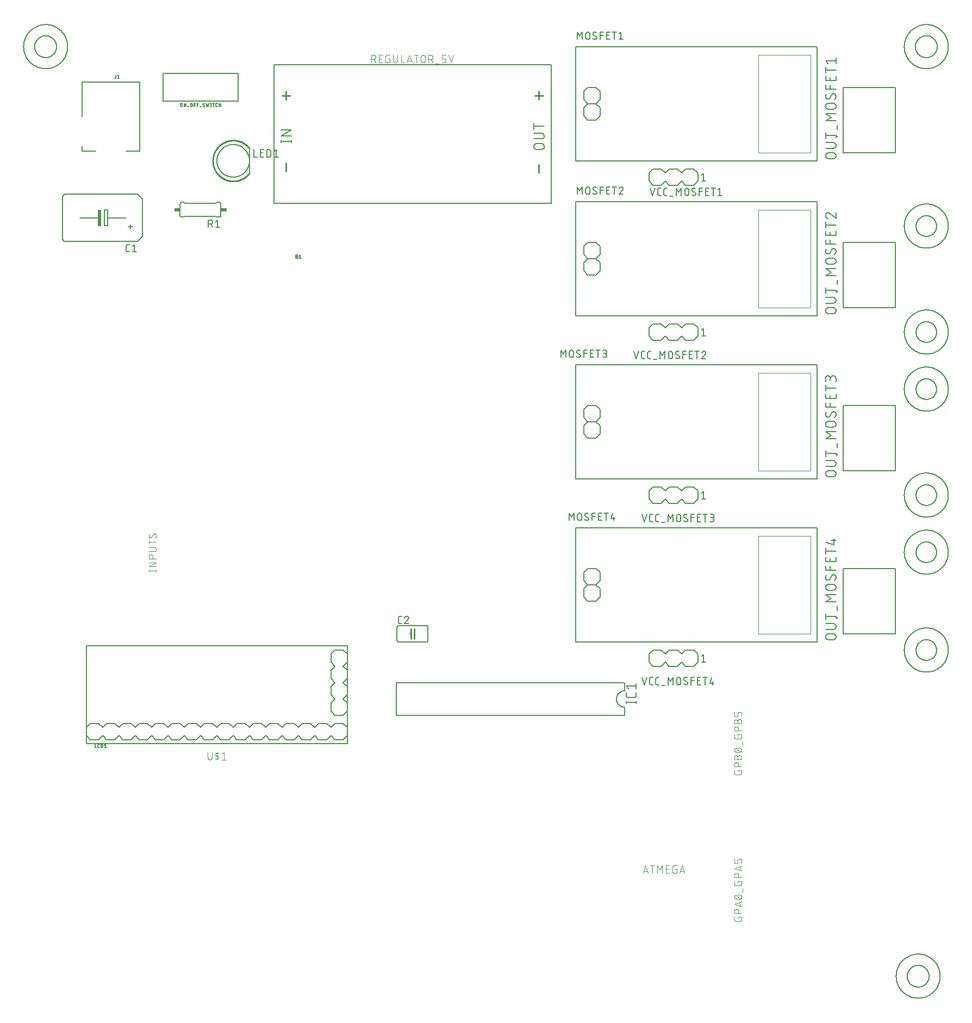
<source format=gbr>
G04 EAGLE Gerber RS-274X export*
G75*
%MOMM*%
%FSLAX34Y34*%
%LPD*%
%INSilkscreen Top*%
%IPPOS*%
%AMOC8*
5,1,8,0,0,1.08239X$1,22.5*%
G01*
%ADD10C,0.127000*%
%ADD11C,0.101600*%
%ADD12C,0.203200*%
%ADD13C,0.152400*%
%ADD14C,0.100000*%
%ADD15C,0.254000*%
%ADD16C,0.200000*%
%ADD17R,0.863600X0.609600*%
%ADD18C,0.177800*%
%ADD19R,0.508000X2.540000*%


D10*
X669181Y1336816D02*
X670522Y1336816D01*
X670522Y1336817D02*
X670593Y1336815D01*
X670665Y1336809D01*
X670735Y1336800D01*
X670805Y1336787D01*
X670875Y1336770D01*
X670943Y1336749D01*
X671010Y1336725D01*
X671076Y1336697D01*
X671140Y1336666D01*
X671203Y1336631D01*
X671263Y1336593D01*
X671322Y1336552D01*
X671378Y1336508D01*
X671432Y1336461D01*
X671483Y1336412D01*
X671531Y1336359D01*
X671577Y1336304D01*
X671619Y1336247D01*
X671659Y1336187D01*
X671695Y1336126D01*
X671728Y1336062D01*
X671757Y1335997D01*
X671783Y1335931D01*
X671806Y1335863D01*
X671825Y1335794D01*
X671840Y1335724D01*
X671851Y1335654D01*
X671859Y1335583D01*
X671863Y1335512D01*
X671863Y1335440D01*
X671859Y1335369D01*
X671851Y1335298D01*
X671840Y1335228D01*
X671825Y1335158D01*
X671806Y1335089D01*
X671783Y1335021D01*
X671757Y1334955D01*
X671728Y1334890D01*
X671695Y1334826D01*
X671659Y1334765D01*
X671619Y1334705D01*
X671577Y1334648D01*
X671531Y1334593D01*
X671483Y1334540D01*
X671432Y1334491D01*
X671378Y1334444D01*
X671322Y1334400D01*
X671263Y1334359D01*
X671203Y1334321D01*
X671140Y1334286D01*
X671076Y1334255D01*
X671010Y1334227D01*
X670943Y1334203D01*
X670875Y1334182D01*
X670805Y1334165D01*
X670735Y1334152D01*
X670665Y1334143D01*
X670593Y1334137D01*
X670522Y1334135D01*
X669181Y1334135D01*
X669181Y1338961D01*
X670522Y1338961D01*
X670587Y1338959D01*
X670651Y1338953D01*
X670715Y1338943D01*
X670779Y1338930D01*
X670841Y1338912D01*
X670902Y1338891D01*
X670962Y1338867D01*
X671020Y1338838D01*
X671077Y1338806D01*
X671131Y1338771D01*
X671183Y1338733D01*
X671233Y1338691D01*
X671280Y1338647D01*
X671324Y1338600D01*
X671366Y1338550D01*
X671404Y1338498D01*
X671439Y1338444D01*
X671471Y1338387D01*
X671500Y1338329D01*
X671524Y1338269D01*
X671545Y1338208D01*
X671563Y1338146D01*
X671576Y1338082D01*
X671586Y1338018D01*
X671592Y1337954D01*
X671594Y1337889D01*
X671592Y1337824D01*
X671586Y1337760D01*
X671576Y1337696D01*
X671563Y1337632D01*
X671545Y1337570D01*
X671524Y1337509D01*
X671500Y1337449D01*
X671471Y1337391D01*
X671439Y1337334D01*
X671404Y1337280D01*
X671366Y1337228D01*
X671324Y1337178D01*
X671280Y1337131D01*
X671233Y1337087D01*
X671183Y1337045D01*
X671131Y1337007D01*
X671077Y1336972D01*
X671020Y1336940D01*
X670962Y1336911D01*
X670902Y1336887D01*
X670841Y1336866D01*
X670779Y1336848D01*
X670715Y1336835D01*
X670651Y1336825D01*
X670587Y1336819D01*
X670522Y1336817D01*
X674338Y1337889D02*
X675679Y1338961D01*
X675679Y1334135D01*
X677019Y1334135D02*
X674338Y1334135D01*
D11*
X451612Y847626D02*
X439928Y847626D01*
X451612Y846328D02*
X451612Y848924D01*
X439928Y848924D02*
X439928Y846328D01*
X439928Y853906D02*
X451612Y853906D01*
X451612Y860397D02*
X439928Y853906D01*
X439928Y860397D02*
X451612Y860397D01*
X451612Y866267D02*
X439928Y866267D01*
X439928Y869513D01*
X439930Y869626D01*
X439936Y869739D01*
X439946Y869852D01*
X439960Y869965D01*
X439977Y870077D01*
X439999Y870188D01*
X440024Y870298D01*
X440054Y870408D01*
X440087Y870516D01*
X440124Y870623D01*
X440164Y870729D01*
X440209Y870833D01*
X440257Y870936D01*
X440308Y871037D01*
X440363Y871136D01*
X440421Y871233D01*
X440483Y871328D01*
X440548Y871421D01*
X440616Y871511D01*
X440687Y871599D01*
X440762Y871685D01*
X440839Y871768D01*
X440919Y871848D01*
X441002Y871925D01*
X441088Y872000D01*
X441176Y872071D01*
X441266Y872139D01*
X441359Y872204D01*
X441454Y872266D01*
X441551Y872324D01*
X441650Y872379D01*
X441751Y872430D01*
X441854Y872478D01*
X441958Y872523D01*
X442064Y872563D01*
X442171Y872600D01*
X442279Y872633D01*
X442389Y872663D01*
X442499Y872688D01*
X442610Y872710D01*
X442722Y872727D01*
X442835Y872741D01*
X442948Y872751D01*
X443061Y872757D01*
X443174Y872759D01*
X443287Y872757D01*
X443400Y872751D01*
X443513Y872741D01*
X443626Y872727D01*
X443738Y872710D01*
X443849Y872688D01*
X443959Y872663D01*
X444069Y872633D01*
X444177Y872600D01*
X444284Y872563D01*
X444390Y872523D01*
X444494Y872478D01*
X444597Y872430D01*
X444698Y872379D01*
X444797Y872324D01*
X444894Y872266D01*
X444989Y872204D01*
X445082Y872139D01*
X445172Y872071D01*
X445260Y872000D01*
X445346Y871925D01*
X445429Y871848D01*
X445509Y871768D01*
X445586Y871685D01*
X445661Y871599D01*
X445732Y871511D01*
X445800Y871421D01*
X445865Y871328D01*
X445927Y871233D01*
X445985Y871136D01*
X446040Y871037D01*
X446091Y870936D01*
X446139Y870833D01*
X446184Y870729D01*
X446224Y870623D01*
X446261Y870516D01*
X446294Y870408D01*
X446324Y870298D01*
X446349Y870188D01*
X446371Y870077D01*
X446388Y869965D01*
X446402Y869852D01*
X446412Y869739D01*
X446418Y869626D01*
X446420Y869513D01*
X446419Y869513D02*
X446419Y866267D01*
X448366Y877528D02*
X439928Y877528D01*
X448366Y877527D02*
X448479Y877529D01*
X448592Y877535D01*
X448705Y877545D01*
X448818Y877559D01*
X448930Y877576D01*
X449041Y877598D01*
X449151Y877623D01*
X449261Y877653D01*
X449369Y877686D01*
X449476Y877723D01*
X449582Y877763D01*
X449686Y877808D01*
X449789Y877856D01*
X449890Y877907D01*
X449989Y877962D01*
X450086Y878020D01*
X450181Y878082D01*
X450274Y878147D01*
X450364Y878215D01*
X450452Y878286D01*
X450538Y878361D01*
X450621Y878438D01*
X450701Y878518D01*
X450778Y878601D01*
X450853Y878687D01*
X450924Y878775D01*
X450992Y878865D01*
X451057Y878958D01*
X451119Y879053D01*
X451177Y879150D01*
X451232Y879249D01*
X451283Y879350D01*
X451331Y879453D01*
X451376Y879557D01*
X451416Y879663D01*
X451453Y879770D01*
X451486Y879878D01*
X451516Y879988D01*
X451541Y880098D01*
X451563Y880209D01*
X451580Y880321D01*
X451594Y880434D01*
X451604Y880547D01*
X451610Y880660D01*
X451612Y880773D01*
X451610Y880886D01*
X451604Y880999D01*
X451594Y881112D01*
X451580Y881225D01*
X451563Y881337D01*
X451541Y881448D01*
X451516Y881558D01*
X451486Y881668D01*
X451453Y881776D01*
X451416Y881883D01*
X451376Y881989D01*
X451331Y882093D01*
X451283Y882196D01*
X451232Y882297D01*
X451177Y882396D01*
X451119Y882493D01*
X451057Y882588D01*
X450992Y882681D01*
X450924Y882771D01*
X450853Y882859D01*
X450778Y882945D01*
X450701Y883028D01*
X450621Y883108D01*
X450538Y883185D01*
X450452Y883260D01*
X450364Y883331D01*
X450274Y883399D01*
X450181Y883464D01*
X450086Y883526D01*
X449989Y883584D01*
X449890Y883639D01*
X449789Y883690D01*
X449686Y883738D01*
X449582Y883783D01*
X449476Y883823D01*
X449369Y883860D01*
X449261Y883893D01*
X449151Y883923D01*
X449041Y883948D01*
X448930Y883970D01*
X448818Y883987D01*
X448705Y884001D01*
X448592Y884011D01*
X448479Y884017D01*
X448366Y884019D01*
X439928Y884019D01*
X439928Y891822D02*
X451612Y891822D01*
X439928Y888577D02*
X439928Y895068D01*
X449016Y905354D02*
X449115Y905352D01*
X449215Y905346D01*
X449314Y905337D01*
X449412Y905324D01*
X449510Y905307D01*
X449608Y905286D01*
X449704Y905261D01*
X449799Y905233D01*
X449893Y905201D01*
X449986Y905166D01*
X450078Y905127D01*
X450168Y905084D01*
X450256Y905039D01*
X450343Y904989D01*
X450427Y904937D01*
X450510Y904881D01*
X450590Y904823D01*
X450668Y904761D01*
X450743Y904696D01*
X450816Y904628D01*
X450886Y904558D01*
X450954Y904485D01*
X451019Y904410D01*
X451081Y904332D01*
X451139Y904252D01*
X451195Y904169D01*
X451247Y904085D01*
X451297Y903998D01*
X451342Y903910D01*
X451385Y903820D01*
X451424Y903728D01*
X451459Y903635D01*
X451491Y903541D01*
X451519Y903446D01*
X451544Y903350D01*
X451565Y903252D01*
X451582Y903154D01*
X451595Y903056D01*
X451604Y902957D01*
X451610Y902857D01*
X451612Y902758D01*
X451610Y902614D01*
X451604Y902469D01*
X451595Y902325D01*
X451582Y902182D01*
X451565Y902038D01*
X451544Y901895D01*
X451519Y901753D01*
X451491Y901612D01*
X451459Y901471D01*
X451423Y901331D01*
X451384Y901192D01*
X451341Y901054D01*
X451294Y900918D01*
X451244Y900782D01*
X451190Y900648D01*
X451133Y900516D01*
X451072Y900385D01*
X451008Y900256D01*
X450940Y900128D01*
X450870Y900002D01*
X450795Y899878D01*
X450718Y899757D01*
X450637Y899637D01*
X450554Y899519D01*
X450467Y899404D01*
X450377Y899291D01*
X450284Y899180D01*
X450189Y899072D01*
X450090Y898966D01*
X449989Y898863D01*
X442524Y899189D02*
X442425Y899191D01*
X442325Y899197D01*
X442226Y899206D01*
X442128Y899219D01*
X442030Y899236D01*
X441932Y899257D01*
X441836Y899282D01*
X441741Y899310D01*
X441647Y899342D01*
X441554Y899377D01*
X441462Y899416D01*
X441372Y899459D01*
X441284Y899504D01*
X441197Y899554D01*
X441113Y899606D01*
X441030Y899662D01*
X440950Y899720D01*
X440872Y899782D01*
X440797Y899847D01*
X440724Y899915D01*
X440654Y899985D01*
X440586Y900058D01*
X440521Y900133D01*
X440459Y900211D01*
X440401Y900291D01*
X440345Y900374D01*
X440293Y900458D01*
X440243Y900545D01*
X440198Y900633D01*
X440155Y900723D01*
X440116Y900815D01*
X440081Y900908D01*
X440049Y901002D01*
X440021Y901097D01*
X439996Y901193D01*
X439975Y901291D01*
X439958Y901389D01*
X439945Y901487D01*
X439936Y901586D01*
X439930Y901686D01*
X439928Y901785D01*
X439930Y901921D01*
X439936Y902057D01*
X439945Y902193D01*
X439958Y902329D01*
X439976Y902464D01*
X439996Y902598D01*
X440021Y902732D01*
X440049Y902866D01*
X440082Y902998D01*
X440117Y903129D01*
X440157Y903260D01*
X440200Y903389D01*
X440246Y903517D01*
X440297Y903643D01*
X440350Y903769D01*
X440408Y903892D01*
X440468Y904014D01*
X440532Y904134D01*
X440600Y904253D01*
X440670Y904369D01*
X440744Y904483D01*
X440821Y904596D01*
X440902Y904706D01*
X444796Y900486D02*
X444743Y900400D01*
X444686Y900316D01*
X444627Y900234D01*
X444564Y900154D01*
X444498Y900077D01*
X444430Y900002D01*
X444358Y899930D01*
X444284Y899861D01*
X444207Y899795D01*
X444128Y899732D01*
X444046Y899672D01*
X443962Y899615D01*
X443876Y899561D01*
X443788Y899511D01*
X443698Y899464D01*
X443607Y899420D01*
X443513Y899381D01*
X443419Y899344D01*
X443323Y899312D01*
X443225Y899283D01*
X443127Y899258D01*
X443028Y899237D01*
X442928Y899219D01*
X442828Y899206D01*
X442727Y899196D01*
X442625Y899190D01*
X442524Y899188D01*
X446744Y904057D02*
X446797Y904143D01*
X446854Y904227D01*
X446913Y904309D01*
X446976Y904389D01*
X447042Y904466D01*
X447110Y904541D01*
X447182Y904613D01*
X447256Y904682D01*
X447333Y904748D01*
X447412Y904811D01*
X447494Y904871D01*
X447578Y904928D01*
X447664Y904982D01*
X447752Y905032D01*
X447842Y905079D01*
X447933Y905123D01*
X448027Y905162D01*
X448121Y905199D01*
X448217Y905231D01*
X448315Y905260D01*
X448413Y905285D01*
X448512Y905306D01*
X448612Y905324D01*
X448712Y905337D01*
X448813Y905347D01*
X448915Y905353D01*
X449016Y905355D01*
X446744Y904056D02*
X444796Y900486D01*
D12*
X357000Y1501300D02*
X336000Y1501300D01*
X336000Y1555300D02*
X336000Y1608300D01*
X336000Y1508300D02*
X336000Y1501300D01*
X426000Y1501300D02*
X426000Y1608300D01*
X426000Y1501300D02*
X405000Y1501300D01*
X426000Y1608300D02*
X336000Y1608300D01*
D10*
X388452Y1615623D02*
X388452Y1619377D01*
X388452Y1615623D02*
X388450Y1615558D01*
X388444Y1615494D01*
X388434Y1615430D01*
X388421Y1615366D01*
X388403Y1615304D01*
X388382Y1615243D01*
X388358Y1615183D01*
X388329Y1615125D01*
X388297Y1615068D01*
X388262Y1615014D01*
X388224Y1614962D01*
X388182Y1614912D01*
X388138Y1614865D01*
X388091Y1614821D01*
X388041Y1614779D01*
X387989Y1614741D01*
X387935Y1614706D01*
X387878Y1614674D01*
X387820Y1614645D01*
X387760Y1614621D01*
X387699Y1614600D01*
X387637Y1614582D01*
X387573Y1614569D01*
X387509Y1614559D01*
X387445Y1614553D01*
X387380Y1614551D01*
X386843Y1614551D01*
X391400Y1618305D02*
X392740Y1619377D01*
X392740Y1614551D01*
X391400Y1614551D02*
X394081Y1614551D01*
X356235Y576961D02*
X356235Y572135D01*
X358380Y572135D01*
X361831Y572135D02*
X362904Y572135D01*
X361831Y572135D02*
X361766Y572137D01*
X361702Y572143D01*
X361638Y572153D01*
X361574Y572166D01*
X361512Y572184D01*
X361451Y572205D01*
X361391Y572229D01*
X361333Y572258D01*
X361276Y572290D01*
X361222Y572325D01*
X361170Y572363D01*
X361120Y572405D01*
X361073Y572449D01*
X361029Y572496D01*
X360987Y572546D01*
X360949Y572598D01*
X360914Y572652D01*
X360882Y572709D01*
X360853Y572767D01*
X360829Y572827D01*
X360808Y572888D01*
X360790Y572950D01*
X360777Y573014D01*
X360767Y573078D01*
X360761Y573142D01*
X360759Y573207D01*
X360759Y575889D01*
X360761Y575954D01*
X360767Y576018D01*
X360777Y576082D01*
X360790Y576146D01*
X360808Y576208D01*
X360829Y576269D01*
X360853Y576329D01*
X360882Y576387D01*
X360914Y576444D01*
X360949Y576498D01*
X360987Y576550D01*
X361029Y576600D01*
X361073Y576647D01*
X361120Y576691D01*
X361170Y576733D01*
X361222Y576771D01*
X361276Y576806D01*
X361333Y576838D01*
X361391Y576867D01*
X361451Y576891D01*
X361512Y576912D01*
X361574Y576930D01*
X361638Y576943D01*
X361702Y576953D01*
X361766Y576959D01*
X361831Y576961D01*
X362904Y576961D01*
X365542Y576961D02*
X365542Y572135D01*
X365542Y576961D02*
X366883Y576961D01*
X366953Y576959D01*
X367023Y576954D01*
X367093Y576944D01*
X367162Y576932D01*
X367230Y576915D01*
X367297Y576895D01*
X367364Y576872D01*
X367428Y576845D01*
X367492Y576815D01*
X367554Y576781D01*
X367613Y576745D01*
X367671Y576705D01*
X367727Y576662D01*
X367780Y576617D01*
X367831Y576568D01*
X367880Y576517D01*
X367925Y576464D01*
X367968Y576408D01*
X368008Y576350D01*
X368044Y576291D01*
X368078Y576229D01*
X368108Y576165D01*
X368135Y576101D01*
X368158Y576034D01*
X368178Y575967D01*
X368195Y575899D01*
X368207Y575830D01*
X368217Y575760D01*
X368222Y575690D01*
X368224Y575620D01*
X368223Y575620D02*
X368223Y573476D01*
X368224Y573476D02*
X368222Y573406D01*
X368217Y573336D01*
X368207Y573266D01*
X368195Y573197D01*
X368178Y573129D01*
X368158Y573062D01*
X368135Y572995D01*
X368108Y572931D01*
X368078Y572867D01*
X368044Y572805D01*
X368008Y572746D01*
X367968Y572688D01*
X367925Y572632D01*
X367880Y572579D01*
X367831Y572528D01*
X367780Y572479D01*
X367727Y572434D01*
X367671Y572391D01*
X367613Y572351D01*
X367553Y572315D01*
X367492Y572281D01*
X367428Y572251D01*
X367364Y572224D01*
X367297Y572201D01*
X367230Y572181D01*
X367162Y572164D01*
X367093Y572152D01*
X367023Y572142D01*
X366953Y572137D01*
X366883Y572135D01*
X365542Y572135D01*
X371212Y575889D02*
X372552Y576961D01*
X372552Y572135D01*
X371212Y572135D02*
X373893Y572135D01*
D13*
X1117600Y1555750D02*
X1117600Y1568450D01*
X1123950Y1574800D01*
X1136650Y1574800D01*
X1143000Y1568450D01*
X1136650Y1549400D02*
X1123950Y1549400D01*
X1117600Y1555750D01*
X1136650Y1549400D02*
X1143000Y1555750D01*
X1143000Y1568450D01*
X1123950Y1574800D02*
X1117600Y1581150D01*
X1117600Y1593850D01*
X1123950Y1600200D01*
X1136650Y1600200D01*
X1143000Y1593850D01*
X1143000Y1581150D01*
X1136650Y1574800D01*
X1104900Y1485900D02*
X1480820Y1485900D01*
X1480820Y1663700D01*
X1104900Y1663700D01*
X1104900Y1485900D01*
D14*
X1389020Y1498600D02*
X1389020Y1651000D01*
X1471020Y1651000D01*
X1471020Y1498600D01*
X1389020Y1498600D01*
D10*
X1107313Y1675003D02*
X1107313Y1686433D01*
X1111123Y1680083D01*
X1114933Y1686433D01*
X1114933Y1675003D01*
X1120521Y1678178D02*
X1120521Y1683258D01*
X1120523Y1683369D01*
X1120529Y1683479D01*
X1120538Y1683590D01*
X1120552Y1683700D01*
X1120569Y1683809D01*
X1120590Y1683918D01*
X1120615Y1684026D01*
X1120644Y1684133D01*
X1120676Y1684239D01*
X1120712Y1684344D01*
X1120752Y1684447D01*
X1120795Y1684549D01*
X1120842Y1684650D01*
X1120893Y1684749D01*
X1120946Y1684846D01*
X1121003Y1684940D01*
X1121064Y1685033D01*
X1121127Y1685124D01*
X1121194Y1685213D01*
X1121264Y1685299D01*
X1121337Y1685382D01*
X1121412Y1685464D01*
X1121490Y1685542D01*
X1121572Y1685617D01*
X1121655Y1685690D01*
X1121741Y1685760D01*
X1121830Y1685827D01*
X1121921Y1685890D01*
X1122014Y1685951D01*
X1122109Y1686008D01*
X1122205Y1686061D01*
X1122304Y1686112D01*
X1122405Y1686159D01*
X1122507Y1686202D01*
X1122610Y1686242D01*
X1122715Y1686278D01*
X1122821Y1686310D01*
X1122928Y1686339D01*
X1123036Y1686364D01*
X1123145Y1686385D01*
X1123254Y1686402D01*
X1123364Y1686416D01*
X1123475Y1686425D01*
X1123585Y1686431D01*
X1123696Y1686433D01*
X1123807Y1686431D01*
X1123917Y1686425D01*
X1124028Y1686416D01*
X1124138Y1686402D01*
X1124247Y1686385D01*
X1124356Y1686364D01*
X1124464Y1686339D01*
X1124571Y1686310D01*
X1124677Y1686278D01*
X1124782Y1686242D01*
X1124885Y1686202D01*
X1124987Y1686159D01*
X1125088Y1686112D01*
X1125187Y1686061D01*
X1125284Y1686008D01*
X1125378Y1685951D01*
X1125471Y1685890D01*
X1125562Y1685827D01*
X1125651Y1685760D01*
X1125737Y1685690D01*
X1125820Y1685617D01*
X1125902Y1685542D01*
X1125980Y1685464D01*
X1126055Y1685382D01*
X1126128Y1685299D01*
X1126198Y1685213D01*
X1126265Y1685124D01*
X1126328Y1685033D01*
X1126389Y1684940D01*
X1126446Y1684846D01*
X1126499Y1684749D01*
X1126550Y1684650D01*
X1126597Y1684549D01*
X1126640Y1684447D01*
X1126680Y1684344D01*
X1126716Y1684239D01*
X1126748Y1684133D01*
X1126777Y1684026D01*
X1126802Y1683918D01*
X1126823Y1683809D01*
X1126840Y1683700D01*
X1126854Y1683590D01*
X1126863Y1683479D01*
X1126869Y1683369D01*
X1126871Y1683258D01*
X1126871Y1678178D01*
X1126869Y1678067D01*
X1126863Y1677957D01*
X1126854Y1677846D01*
X1126840Y1677736D01*
X1126823Y1677627D01*
X1126802Y1677518D01*
X1126777Y1677410D01*
X1126748Y1677303D01*
X1126716Y1677197D01*
X1126680Y1677092D01*
X1126640Y1676989D01*
X1126597Y1676887D01*
X1126550Y1676786D01*
X1126499Y1676687D01*
X1126446Y1676591D01*
X1126389Y1676496D01*
X1126328Y1676403D01*
X1126265Y1676312D01*
X1126198Y1676223D01*
X1126128Y1676137D01*
X1126055Y1676054D01*
X1125980Y1675972D01*
X1125902Y1675894D01*
X1125820Y1675819D01*
X1125737Y1675746D01*
X1125651Y1675676D01*
X1125562Y1675609D01*
X1125471Y1675546D01*
X1125378Y1675485D01*
X1125284Y1675428D01*
X1125187Y1675375D01*
X1125088Y1675324D01*
X1124987Y1675277D01*
X1124885Y1675234D01*
X1124782Y1675194D01*
X1124677Y1675158D01*
X1124571Y1675126D01*
X1124464Y1675097D01*
X1124356Y1675072D01*
X1124247Y1675051D01*
X1124138Y1675034D01*
X1124028Y1675020D01*
X1123917Y1675011D01*
X1123807Y1675005D01*
X1123696Y1675003D01*
X1123585Y1675005D01*
X1123475Y1675011D01*
X1123364Y1675020D01*
X1123254Y1675034D01*
X1123145Y1675051D01*
X1123036Y1675072D01*
X1122928Y1675097D01*
X1122821Y1675126D01*
X1122715Y1675158D01*
X1122610Y1675194D01*
X1122507Y1675234D01*
X1122405Y1675277D01*
X1122304Y1675324D01*
X1122205Y1675375D01*
X1122109Y1675428D01*
X1122014Y1675485D01*
X1121921Y1675546D01*
X1121830Y1675609D01*
X1121741Y1675676D01*
X1121655Y1675746D01*
X1121572Y1675819D01*
X1121490Y1675894D01*
X1121412Y1675972D01*
X1121337Y1676054D01*
X1121264Y1676137D01*
X1121194Y1676223D01*
X1121127Y1676312D01*
X1121064Y1676403D01*
X1121003Y1676496D01*
X1120946Y1676591D01*
X1120893Y1676687D01*
X1120842Y1676786D01*
X1120795Y1676887D01*
X1120752Y1676989D01*
X1120712Y1677092D01*
X1120676Y1677197D01*
X1120644Y1677303D01*
X1120615Y1677410D01*
X1120590Y1677518D01*
X1120569Y1677627D01*
X1120552Y1677736D01*
X1120538Y1677846D01*
X1120529Y1677957D01*
X1120523Y1678067D01*
X1120521Y1678178D01*
X1135380Y1675003D02*
X1135480Y1675005D01*
X1135579Y1675011D01*
X1135679Y1675021D01*
X1135777Y1675034D01*
X1135876Y1675052D01*
X1135973Y1675073D01*
X1136069Y1675098D01*
X1136165Y1675127D01*
X1136259Y1675160D01*
X1136352Y1675196D01*
X1136443Y1675236D01*
X1136533Y1675280D01*
X1136621Y1675327D01*
X1136707Y1675377D01*
X1136791Y1675431D01*
X1136873Y1675488D01*
X1136952Y1675548D01*
X1137030Y1675612D01*
X1137104Y1675678D01*
X1137176Y1675747D01*
X1137245Y1675819D01*
X1137311Y1675893D01*
X1137375Y1675971D01*
X1137435Y1676050D01*
X1137492Y1676132D01*
X1137546Y1676216D01*
X1137596Y1676302D01*
X1137643Y1676390D01*
X1137687Y1676480D01*
X1137727Y1676571D01*
X1137763Y1676664D01*
X1137796Y1676758D01*
X1137825Y1676854D01*
X1137850Y1676950D01*
X1137871Y1677047D01*
X1137889Y1677146D01*
X1137902Y1677244D01*
X1137912Y1677344D01*
X1137918Y1677443D01*
X1137920Y1677543D01*
X1135380Y1675003D02*
X1135239Y1675005D01*
X1135098Y1675010D01*
X1134957Y1675020D01*
X1134816Y1675033D01*
X1134676Y1675049D01*
X1134536Y1675070D01*
X1134397Y1675094D01*
X1134258Y1675122D01*
X1134121Y1675153D01*
X1133984Y1675188D01*
X1133848Y1675226D01*
X1133713Y1675268D01*
X1133580Y1675314D01*
X1133447Y1675363D01*
X1133316Y1675416D01*
X1133187Y1675472D01*
X1133058Y1675531D01*
X1132932Y1675594D01*
X1132807Y1675660D01*
X1132684Y1675729D01*
X1132563Y1675802D01*
X1132444Y1675878D01*
X1132326Y1675957D01*
X1132211Y1676038D01*
X1132099Y1676123D01*
X1131988Y1676211D01*
X1131880Y1676302D01*
X1131774Y1676395D01*
X1131671Y1676492D01*
X1131570Y1676591D01*
X1131888Y1683893D02*
X1131890Y1683993D01*
X1131896Y1684092D01*
X1131906Y1684192D01*
X1131919Y1684290D01*
X1131937Y1684389D01*
X1131958Y1684486D01*
X1131983Y1684582D01*
X1132012Y1684678D01*
X1132045Y1684772D01*
X1132081Y1684865D01*
X1132121Y1684956D01*
X1132165Y1685046D01*
X1132212Y1685134D01*
X1132262Y1685220D01*
X1132316Y1685304D01*
X1132373Y1685386D01*
X1132433Y1685465D01*
X1132497Y1685543D01*
X1132563Y1685617D01*
X1132632Y1685689D01*
X1132704Y1685758D01*
X1132778Y1685824D01*
X1132856Y1685888D01*
X1132935Y1685948D01*
X1133017Y1686005D01*
X1133101Y1686059D01*
X1133187Y1686109D01*
X1133275Y1686156D01*
X1133365Y1686200D01*
X1133456Y1686240D01*
X1133549Y1686276D01*
X1133643Y1686309D01*
X1133739Y1686338D01*
X1133835Y1686363D01*
X1133932Y1686384D01*
X1134031Y1686402D01*
X1134129Y1686415D01*
X1134229Y1686425D01*
X1134328Y1686431D01*
X1134428Y1686433D01*
X1134428Y1686434D02*
X1134561Y1686432D01*
X1134694Y1686427D01*
X1134827Y1686417D01*
X1134960Y1686404D01*
X1135092Y1686387D01*
X1135224Y1686367D01*
X1135355Y1686343D01*
X1135485Y1686315D01*
X1135615Y1686284D01*
X1135743Y1686249D01*
X1135871Y1686210D01*
X1135997Y1686168D01*
X1136122Y1686122D01*
X1136246Y1686073D01*
X1136369Y1686021D01*
X1136490Y1685965D01*
X1136609Y1685905D01*
X1136727Y1685843D01*
X1136842Y1685777D01*
X1136956Y1685708D01*
X1137068Y1685635D01*
X1137178Y1685560D01*
X1137286Y1685481D01*
X1133157Y1681670D02*
X1133073Y1681722D01*
X1132990Y1681777D01*
X1132910Y1681836D01*
X1132832Y1681897D01*
X1132757Y1681961D01*
X1132684Y1682029D01*
X1132613Y1682099D01*
X1132546Y1682171D01*
X1132481Y1682246D01*
X1132419Y1682324D01*
X1132360Y1682404D01*
X1132304Y1682486D01*
X1132252Y1682570D01*
X1132203Y1682656D01*
X1132157Y1682744D01*
X1132114Y1682834D01*
X1132075Y1682925D01*
X1132040Y1683018D01*
X1132008Y1683112D01*
X1131980Y1683207D01*
X1131955Y1683303D01*
X1131935Y1683400D01*
X1131917Y1683498D01*
X1131904Y1683596D01*
X1131895Y1683695D01*
X1131889Y1683794D01*
X1131887Y1683893D01*
X1136650Y1679766D02*
X1136734Y1679714D01*
X1136817Y1679659D01*
X1136897Y1679600D01*
X1136975Y1679539D01*
X1137050Y1679475D01*
X1137123Y1679407D01*
X1137194Y1679337D01*
X1137261Y1679265D01*
X1137326Y1679190D01*
X1137388Y1679112D01*
X1137447Y1679032D01*
X1137503Y1678950D01*
X1137555Y1678866D01*
X1137604Y1678780D01*
X1137650Y1678692D01*
X1137693Y1678602D01*
X1137732Y1678511D01*
X1137767Y1678418D01*
X1137799Y1678324D01*
X1137827Y1678229D01*
X1137852Y1678133D01*
X1137872Y1678036D01*
X1137890Y1677938D01*
X1137903Y1677840D01*
X1137912Y1677741D01*
X1137918Y1677642D01*
X1137920Y1677543D01*
X1136650Y1679766D02*
X1133158Y1681671D01*
X1143025Y1686433D02*
X1143025Y1675003D01*
X1143025Y1686433D02*
X1148105Y1686433D01*
X1148105Y1681353D02*
X1143025Y1681353D01*
X1152931Y1675003D02*
X1158011Y1675003D01*
X1152931Y1675003D02*
X1152931Y1686433D01*
X1158011Y1686433D01*
X1156741Y1681353D02*
X1152931Y1681353D01*
X1164844Y1686433D02*
X1164844Y1675003D01*
X1161669Y1686433D02*
X1168019Y1686433D01*
X1172337Y1683893D02*
X1175512Y1686433D01*
X1175512Y1675003D01*
X1172337Y1675003D02*
X1178687Y1675003D01*
D13*
X1117600Y1327150D02*
X1117600Y1314450D01*
X1117600Y1327150D02*
X1123950Y1333500D01*
X1136650Y1333500D01*
X1143000Y1327150D01*
X1136650Y1308100D02*
X1123950Y1308100D01*
X1117600Y1314450D01*
X1136650Y1308100D02*
X1143000Y1314450D01*
X1143000Y1327150D01*
X1123950Y1333500D02*
X1117600Y1339850D01*
X1117600Y1352550D01*
X1123950Y1358900D01*
X1136650Y1358900D01*
X1143000Y1352550D01*
X1143000Y1339850D01*
X1136650Y1333500D01*
X1104900Y1244600D02*
X1480820Y1244600D01*
X1480820Y1422400D01*
X1104900Y1422400D01*
X1104900Y1244600D01*
D14*
X1389020Y1257300D02*
X1389020Y1409700D01*
X1471020Y1409700D01*
X1471020Y1257300D01*
X1389020Y1257300D01*
D10*
X1107313Y1433703D02*
X1107313Y1445133D01*
X1111123Y1438783D01*
X1114933Y1445133D01*
X1114933Y1433703D01*
X1120521Y1436878D02*
X1120521Y1441958D01*
X1120523Y1442069D01*
X1120529Y1442179D01*
X1120538Y1442290D01*
X1120552Y1442400D01*
X1120569Y1442509D01*
X1120590Y1442618D01*
X1120615Y1442726D01*
X1120644Y1442833D01*
X1120676Y1442939D01*
X1120712Y1443044D01*
X1120752Y1443147D01*
X1120795Y1443249D01*
X1120842Y1443350D01*
X1120893Y1443449D01*
X1120946Y1443546D01*
X1121003Y1443640D01*
X1121064Y1443733D01*
X1121127Y1443824D01*
X1121194Y1443913D01*
X1121264Y1443999D01*
X1121337Y1444082D01*
X1121412Y1444164D01*
X1121490Y1444242D01*
X1121572Y1444317D01*
X1121655Y1444390D01*
X1121741Y1444460D01*
X1121830Y1444527D01*
X1121921Y1444590D01*
X1122014Y1444651D01*
X1122109Y1444708D01*
X1122205Y1444761D01*
X1122304Y1444812D01*
X1122405Y1444859D01*
X1122507Y1444902D01*
X1122610Y1444942D01*
X1122715Y1444978D01*
X1122821Y1445010D01*
X1122928Y1445039D01*
X1123036Y1445064D01*
X1123145Y1445085D01*
X1123254Y1445102D01*
X1123364Y1445116D01*
X1123475Y1445125D01*
X1123585Y1445131D01*
X1123696Y1445133D01*
X1123807Y1445131D01*
X1123917Y1445125D01*
X1124028Y1445116D01*
X1124138Y1445102D01*
X1124247Y1445085D01*
X1124356Y1445064D01*
X1124464Y1445039D01*
X1124571Y1445010D01*
X1124677Y1444978D01*
X1124782Y1444942D01*
X1124885Y1444902D01*
X1124987Y1444859D01*
X1125088Y1444812D01*
X1125187Y1444761D01*
X1125284Y1444708D01*
X1125378Y1444651D01*
X1125471Y1444590D01*
X1125562Y1444527D01*
X1125651Y1444460D01*
X1125737Y1444390D01*
X1125820Y1444317D01*
X1125902Y1444242D01*
X1125980Y1444164D01*
X1126055Y1444082D01*
X1126128Y1443999D01*
X1126198Y1443913D01*
X1126265Y1443824D01*
X1126328Y1443733D01*
X1126389Y1443640D01*
X1126446Y1443546D01*
X1126499Y1443449D01*
X1126550Y1443350D01*
X1126597Y1443249D01*
X1126640Y1443147D01*
X1126680Y1443044D01*
X1126716Y1442939D01*
X1126748Y1442833D01*
X1126777Y1442726D01*
X1126802Y1442618D01*
X1126823Y1442509D01*
X1126840Y1442400D01*
X1126854Y1442290D01*
X1126863Y1442179D01*
X1126869Y1442069D01*
X1126871Y1441958D01*
X1126871Y1436878D01*
X1126869Y1436767D01*
X1126863Y1436657D01*
X1126854Y1436546D01*
X1126840Y1436436D01*
X1126823Y1436327D01*
X1126802Y1436218D01*
X1126777Y1436110D01*
X1126748Y1436003D01*
X1126716Y1435897D01*
X1126680Y1435792D01*
X1126640Y1435689D01*
X1126597Y1435587D01*
X1126550Y1435486D01*
X1126499Y1435387D01*
X1126446Y1435291D01*
X1126389Y1435196D01*
X1126328Y1435103D01*
X1126265Y1435012D01*
X1126198Y1434923D01*
X1126128Y1434837D01*
X1126055Y1434754D01*
X1125980Y1434672D01*
X1125902Y1434594D01*
X1125820Y1434519D01*
X1125737Y1434446D01*
X1125651Y1434376D01*
X1125562Y1434309D01*
X1125471Y1434246D01*
X1125378Y1434185D01*
X1125284Y1434128D01*
X1125187Y1434075D01*
X1125088Y1434024D01*
X1124987Y1433977D01*
X1124885Y1433934D01*
X1124782Y1433894D01*
X1124677Y1433858D01*
X1124571Y1433826D01*
X1124464Y1433797D01*
X1124356Y1433772D01*
X1124247Y1433751D01*
X1124138Y1433734D01*
X1124028Y1433720D01*
X1123917Y1433711D01*
X1123807Y1433705D01*
X1123696Y1433703D01*
X1123585Y1433705D01*
X1123475Y1433711D01*
X1123364Y1433720D01*
X1123254Y1433734D01*
X1123145Y1433751D01*
X1123036Y1433772D01*
X1122928Y1433797D01*
X1122821Y1433826D01*
X1122715Y1433858D01*
X1122610Y1433894D01*
X1122507Y1433934D01*
X1122405Y1433977D01*
X1122304Y1434024D01*
X1122205Y1434075D01*
X1122109Y1434128D01*
X1122014Y1434185D01*
X1121921Y1434246D01*
X1121830Y1434309D01*
X1121741Y1434376D01*
X1121655Y1434446D01*
X1121572Y1434519D01*
X1121490Y1434594D01*
X1121412Y1434672D01*
X1121337Y1434754D01*
X1121264Y1434837D01*
X1121194Y1434923D01*
X1121127Y1435012D01*
X1121064Y1435103D01*
X1121003Y1435196D01*
X1120946Y1435291D01*
X1120893Y1435387D01*
X1120842Y1435486D01*
X1120795Y1435587D01*
X1120752Y1435689D01*
X1120712Y1435792D01*
X1120676Y1435897D01*
X1120644Y1436003D01*
X1120615Y1436110D01*
X1120590Y1436218D01*
X1120569Y1436327D01*
X1120552Y1436436D01*
X1120538Y1436546D01*
X1120529Y1436657D01*
X1120523Y1436767D01*
X1120521Y1436878D01*
X1135380Y1433703D02*
X1135480Y1433705D01*
X1135579Y1433711D01*
X1135679Y1433721D01*
X1135777Y1433734D01*
X1135876Y1433752D01*
X1135973Y1433773D01*
X1136069Y1433798D01*
X1136165Y1433827D01*
X1136259Y1433860D01*
X1136352Y1433896D01*
X1136443Y1433936D01*
X1136533Y1433980D01*
X1136621Y1434027D01*
X1136707Y1434077D01*
X1136791Y1434131D01*
X1136873Y1434188D01*
X1136952Y1434248D01*
X1137030Y1434312D01*
X1137104Y1434378D01*
X1137176Y1434447D01*
X1137245Y1434519D01*
X1137311Y1434593D01*
X1137375Y1434671D01*
X1137435Y1434750D01*
X1137492Y1434832D01*
X1137546Y1434916D01*
X1137596Y1435002D01*
X1137643Y1435090D01*
X1137687Y1435180D01*
X1137727Y1435271D01*
X1137763Y1435364D01*
X1137796Y1435458D01*
X1137825Y1435554D01*
X1137850Y1435650D01*
X1137871Y1435747D01*
X1137889Y1435846D01*
X1137902Y1435944D01*
X1137912Y1436044D01*
X1137918Y1436143D01*
X1137920Y1436243D01*
X1135380Y1433703D02*
X1135239Y1433705D01*
X1135098Y1433710D01*
X1134957Y1433720D01*
X1134816Y1433733D01*
X1134676Y1433749D01*
X1134536Y1433770D01*
X1134397Y1433794D01*
X1134258Y1433822D01*
X1134121Y1433853D01*
X1133984Y1433888D01*
X1133848Y1433926D01*
X1133713Y1433968D01*
X1133580Y1434014D01*
X1133447Y1434063D01*
X1133316Y1434116D01*
X1133187Y1434172D01*
X1133058Y1434231D01*
X1132932Y1434294D01*
X1132807Y1434360D01*
X1132684Y1434429D01*
X1132563Y1434502D01*
X1132444Y1434578D01*
X1132326Y1434657D01*
X1132211Y1434738D01*
X1132099Y1434823D01*
X1131988Y1434911D01*
X1131880Y1435002D01*
X1131774Y1435095D01*
X1131671Y1435192D01*
X1131570Y1435291D01*
X1131888Y1442593D02*
X1131890Y1442693D01*
X1131896Y1442792D01*
X1131906Y1442892D01*
X1131919Y1442990D01*
X1131937Y1443089D01*
X1131958Y1443186D01*
X1131983Y1443282D01*
X1132012Y1443378D01*
X1132045Y1443472D01*
X1132081Y1443565D01*
X1132121Y1443656D01*
X1132165Y1443746D01*
X1132212Y1443834D01*
X1132262Y1443920D01*
X1132316Y1444004D01*
X1132373Y1444086D01*
X1132433Y1444165D01*
X1132497Y1444243D01*
X1132563Y1444317D01*
X1132632Y1444389D01*
X1132704Y1444458D01*
X1132778Y1444524D01*
X1132856Y1444588D01*
X1132935Y1444648D01*
X1133017Y1444705D01*
X1133101Y1444759D01*
X1133187Y1444809D01*
X1133275Y1444856D01*
X1133365Y1444900D01*
X1133456Y1444940D01*
X1133549Y1444976D01*
X1133643Y1445009D01*
X1133739Y1445038D01*
X1133835Y1445063D01*
X1133932Y1445084D01*
X1134031Y1445102D01*
X1134129Y1445115D01*
X1134229Y1445125D01*
X1134328Y1445131D01*
X1134428Y1445133D01*
X1134428Y1445134D02*
X1134561Y1445132D01*
X1134694Y1445127D01*
X1134827Y1445117D01*
X1134960Y1445104D01*
X1135092Y1445087D01*
X1135224Y1445067D01*
X1135355Y1445043D01*
X1135485Y1445015D01*
X1135615Y1444984D01*
X1135743Y1444949D01*
X1135871Y1444910D01*
X1135997Y1444868D01*
X1136122Y1444822D01*
X1136246Y1444773D01*
X1136369Y1444721D01*
X1136490Y1444665D01*
X1136609Y1444605D01*
X1136727Y1444543D01*
X1136842Y1444477D01*
X1136956Y1444408D01*
X1137068Y1444335D01*
X1137178Y1444260D01*
X1137286Y1444181D01*
X1133157Y1440370D02*
X1133073Y1440422D01*
X1132990Y1440477D01*
X1132910Y1440536D01*
X1132832Y1440597D01*
X1132757Y1440661D01*
X1132684Y1440729D01*
X1132613Y1440799D01*
X1132546Y1440871D01*
X1132481Y1440946D01*
X1132419Y1441024D01*
X1132360Y1441104D01*
X1132304Y1441186D01*
X1132252Y1441270D01*
X1132203Y1441356D01*
X1132157Y1441444D01*
X1132114Y1441534D01*
X1132075Y1441625D01*
X1132040Y1441718D01*
X1132008Y1441812D01*
X1131980Y1441907D01*
X1131955Y1442003D01*
X1131935Y1442100D01*
X1131917Y1442198D01*
X1131904Y1442296D01*
X1131895Y1442395D01*
X1131889Y1442494D01*
X1131887Y1442593D01*
X1136650Y1438466D02*
X1136734Y1438414D01*
X1136817Y1438359D01*
X1136897Y1438300D01*
X1136975Y1438239D01*
X1137050Y1438175D01*
X1137123Y1438107D01*
X1137194Y1438037D01*
X1137261Y1437965D01*
X1137326Y1437890D01*
X1137388Y1437812D01*
X1137447Y1437732D01*
X1137503Y1437650D01*
X1137555Y1437566D01*
X1137604Y1437480D01*
X1137650Y1437392D01*
X1137693Y1437302D01*
X1137732Y1437211D01*
X1137767Y1437118D01*
X1137799Y1437024D01*
X1137827Y1436929D01*
X1137852Y1436833D01*
X1137872Y1436736D01*
X1137890Y1436638D01*
X1137903Y1436540D01*
X1137912Y1436441D01*
X1137918Y1436342D01*
X1137920Y1436243D01*
X1136650Y1438466D02*
X1133158Y1440371D01*
X1143025Y1445133D02*
X1143025Y1433703D01*
X1143025Y1445133D02*
X1148105Y1445133D01*
X1148105Y1440053D02*
X1143025Y1440053D01*
X1152931Y1433703D02*
X1158011Y1433703D01*
X1152931Y1433703D02*
X1152931Y1445133D01*
X1158011Y1445133D01*
X1156741Y1440053D02*
X1152931Y1440053D01*
X1164844Y1445133D02*
X1164844Y1433703D01*
X1161669Y1445133D02*
X1168019Y1445133D01*
X1175829Y1445134D02*
X1175933Y1445132D01*
X1176038Y1445126D01*
X1176142Y1445117D01*
X1176245Y1445104D01*
X1176348Y1445086D01*
X1176450Y1445066D01*
X1176552Y1445041D01*
X1176652Y1445013D01*
X1176752Y1444981D01*
X1176850Y1444945D01*
X1176947Y1444906D01*
X1177042Y1444864D01*
X1177136Y1444818D01*
X1177228Y1444768D01*
X1177318Y1444716D01*
X1177406Y1444660D01*
X1177492Y1444600D01*
X1177576Y1444538D01*
X1177657Y1444473D01*
X1177736Y1444405D01*
X1177813Y1444333D01*
X1177886Y1444260D01*
X1177958Y1444183D01*
X1178026Y1444104D01*
X1178091Y1444023D01*
X1178153Y1443939D01*
X1178213Y1443853D01*
X1178269Y1443765D01*
X1178321Y1443675D01*
X1178371Y1443583D01*
X1178417Y1443489D01*
X1178459Y1443394D01*
X1178498Y1443297D01*
X1178534Y1443199D01*
X1178566Y1443099D01*
X1178594Y1442999D01*
X1178619Y1442897D01*
X1178639Y1442795D01*
X1178657Y1442692D01*
X1178670Y1442589D01*
X1178679Y1442485D01*
X1178685Y1442380D01*
X1178687Y1442276D01*
X1175829Y1445133D02*
X1175711Y1445131D01*
X1175592Y1445125D01*
X1175474Y1445116D01*
X1175357Y1445103D01*
X1175240Y1445085D01*
X1175123Y1445065D01*
X1175007Y1445040D01*
X1174892Y1445012D01*
X1174779Y1444979D01*
X1174666Y1444944D01*
X1174554Y1444904D01*
X1174444Y1444862D01*
X1174335Y1444815D01*
X1174227Y1444765D01*
X1174122Y1444712D01*
X1174018Y1444655D01*
X1173916Y1444595D01*
X1173816Y1444532D01*
X1173718Y1444465D01*
X1173622Y1444396D01*
X1173529Y1444323D01*
X1173438Y1444247D01*
X1173349Y1444169D01*
X1173263Y1444087D01*
X1173180Y1444003D01*
X1173099Y1443917D01*
X1173022Y1443827D01*
X1172947Y1443736D01*
X1172875Y1443642D01*
X1172806Y1443545D01*
X1172741Y1443447D01*
X1172678Y1443346D01*
X1172619Y1443243D01*
X1172563Y1443139D01*
X1172511Y1443033D01*
X1172462Y1442925D01*
X1172417Y1442816D01*
X1172375Y1442705D01*
X1172337Y1442593D01*
X1177735Y1440054D02*
X1177811Y1440129D01*
X1177886Y1440208D01*
X1177957Y1440289D01*
X1178026Y1440373D01*
X1178091Y1440459D01*
X1178153Y1440547D01*
X1178213Y1440637D01*
X1178269Y1440729D01*
X1178322Y1440824D01*
X1178371Y1440920D01*
X1178417Y1441018D01*
X1178460Y1441117D01*
X1178499Y1441218D01*
X1178534Y1441320D01*
X1178566Y1441423D01*
X1178594Y1441527D01*
X1178619Y1441632D01*
X1178640Y1441739D01*
X1178657Y1441845D01*
X1178670Y1441952D01*
X1178679Y1442060D01*
X1178685Y1442168D01*
X1178687Y1442276D01*
X1177734Y1440053D02*
X1172337Y1433703D01*
X1178687Y1433703D01*
D13*
X1117600Y1073150D02*
X1117600Y1060450D01*
X1117600Y1073150D02*
X1123950Y1079500D01*
X1136650Y1079500D01*
X1143000Y1073150D01*
X1136650Y1054100D02*
X1123950Y1054100D01*
X1117600Y1060450D01*
X1136650Y1054100D02*
X1143000Y1060450D01*
X1143000Y1073150D01*
X1123950Y1079500D02*
X1117600Y1085850D01*
X1117600Y1098550D01*
X1123950Y1104900D01*
X1136650Y1104900D01*
X1143000Y1098550D01*
X1143000Y1085850D01*
X1136650Y1079500D01*
X1104900Y990600D02*
X1480820Y990600D01*
X1480820Y1168400D01*
X1104900Y1168400D01*
X1104900Y990600D01*
D14*
X1389020Y1003300D02*
X1389020Y1155700D01*
X1471020Y1155700D01*
X1471020Y1003300D01*
X1389020Y1003300D01*
D10*
X1081913Y1179703D02*
X1081913Y1191133D01*
X1085723Y1184783D01*
X1089533Y1191133D01*
X1089533Y1179703D01*
X1095121Y1182878D02*
X1095121Y1187958D01*
X1095123Y1188069D01*
X1095129Y1188179D01*
X1095138Y1188290D01*
X1095152Y1188400D01*
X1095169Y1188509D01*
X1095190Y1188618D01*
X1095215Y1188726D01*
X1095244Y1188833D01*
X1095276Y1188939D01*
X1095312Y1189044D01*
X1095352Y1189147D01*
X1095395Y1189249D01*
X1095442Y1189350D01*
X1095493Y1189449D01*
X1095546Y1189546D01*
X1095603Y1189640D01*
X1095664Y1189733D01*
X1095727Y1189824D01*
X1095794Y1189913D01*
X1095864Y1189999D01*
X1095937Y1190082D01*
X1096012Y1190164D01*
X1096090Y1190242D01*
X1096172Y1190317D01*
X1096255Y1190390D01*
X1096341Y1190460D01*
X1096430Y1190527D01*
X1096521Y1190590D01*
X1096614Y1190651D01*
X1096709Y1190708D01*
X1096805Y1190761D01*
X1096904Y1190812D01*
X1097005Y1190859D01*
X1097107Y1190902D01*
X1097210Y1190942D01*
X1097315Y1190978D01*
X1097421Y1191010D01*
X1097528Y1191039D01*
X1097636Y1191064D01*
X1097745Y1191085D01*
X1097854Y1191102D01*
X1097964Y1191116D01*
X1098075Y1191125D01*
X1098185Y1191131D01*
X1098296Y1191133D01*
X1098407Y1191131D01*
X1098517Y1191125D01*
X1098628Y1191116D01*
X1098738Y1191102D01*
X1098847Y1191085D01*
X1098956Y1191064D01*
X1099064Y1191039D01*
X1099171Y1191010D01*
X1099277Y1190978D01*
X1099382Y1190942D01*
X1099485Y1190902D01*
X1099587Y1190859D01*
X1099688Y1190812D01*
X1099787Y1190761D01*
X1099884Y1190708D01*
X1099978Y1190651D01*
X1100071Y1190590D01*
X1100162Y1190527D01*
X1100251Y1190460D01*
X1100337Y1190390D01*
X1100420Y1190317D01*
X1100502Y1190242D01*
X1100580Y1190164D01*
X1100655Y1190082D01*
X1100728Y1189999D01*
X1100798Y1189913D01*
X1100865Y1189824D01*
X1100928Y1189733D01*
X1100989Y1189640D01*
X1101046Y1189546D01*
X1101099Y1189449D01*
X1101150Y1189350D01*
X1101197Y1189249D01*
X1101240Y1189147D01*
X1101280Y1189044D01*
X1101316Y1188939D01*
X1101348Y1188833D01*
X1101377Y1188726D01*
X1101402Y1188618D01*
X1101423Y1188509D01*
X1101440Y1188400D01*
X1101454Y1188290D01*
X1101463Y1188179D01*
X1101469Y1188069D01*
X1101471Y1187958D01*
X1101471Y1182878D01*
X1101469Y1182767D01*
X1101463Y1182657D01*
X1101454Y1182546D01*
X1101440Y1182436D01*
X1101423Y1182327D01*
X1101402Y1182218D01*
X1101377Y1182110D01*
X1101348Y1182003D01*
X1101316Y1181897D01*
X1101280Y1181792D01*
X1101240Y1181689D01*
X1101197Y1181587D01*
X1101150Y1181486D01*
X1101099Y1181387D01*
X1101046Y1181291D01*
X1100989Y1181196D01*
X1100928Y1181103D01*
X1100865Y1181012D01*
X1100798Y1180923D01*
X1100728Y1180837D01*
X1100655Y1180754D01*
X1100580Y1180672D01*
X1100502Y1180594D01*
X1100420Y1180519D01*
X1100337Y1180446D01*
X1100251Y1180376D01*
X1100162Y1180309D01*
X1100071Y1180246D01*
X1099978Y1180185D01*
X1099884Y1180128D01*
X1099787Y1180075D01*
X1099688Y1180024D01*
X1099587Y1179977D01*
X1099485Y1179934D01*
X1099382Y1179894D01*
X1099277Y1179858D01*
X1099171Y1179826D01*
X1099064Y1179797D01*
X1098956Y1179772D01*
X1098847Y1179751D01*
X1098738Y1179734D01*
X1098628Y1179720D01*
X1098517Y1179711D01*
X1098407Y1179705D01*
X1098296Y1179703D01*
X1098185Y1179705D01*
X1098075Y1179711D01*
X1097964Y1179720D01*
X1097854Y1179734D01*
X1097745Y1179751D01*
X1097636Y1179772D01*
X1097528Y1179797D01*
X1097421Y1179826D01*
X1097315Y1179858D01*
X1097210Y1179894D01*
X1097107Y1179934D01*
X1097005Y1179977D01*
X1096904Y1180024D01*
X1096805Y1180075D01*
X1096709Y1180128D01*
X1096614Y1180185D01*
X1096521Y1180246D01*
X1096430Y1180309D01*
X1096341Y1180376D01*
X1096255Y1180446D01*
X1096172Y1180519D01*
X1096090Y1180594D01*
X1096012Y1180672D01*
X1095937Y1180754D01*
X1095864Y1180837D01*
X1095794Y1180923D01*
X1095727Y1181012D01*
X1095664Y1181103D01*
X1095603Y1181196D01*
X1095546Y1181291D01*
X1095493Y1181387D01*
X1095442Y1181486D01*
X1095395Y1181587D01*
X1095352Y1181689D01*
X1095312Y1181792D01*
X1095276Y1181897D01*
X1095244Y1182003D01*
X1095215Y1182110D01*
X1095190Y1182218D01*
X1095169Y1182327D01*
X1095152Y1182436D01*
X1095138Y1182546D01*
X1095129Y1182657D01*
X1095123Y1182767D01*
X1095121Y1182878D01*
X1109980Y1179703D02*
X1110080Y1179705D01*
X1110179Y1179711D01*
X1110279Y1179721D01*
X1110377Y1179734D01*
X1110476Y1179752D01*
X1110573Y1179773D01*
X1110669Y1179798D01*
X1110765Y1179827D01*
X1110859Y1179860D01*
X1110952Y1179896D01*
X1111043Y1179936D01*
X1111133Y1179980D01*
X1111221Y1180027D01*
X1111307Y1180077D01*
X1111391Y1180131D01*
X1111473Y1180188D01*
X1111552Y1180248D01*
X1111630Y1180312D01*
X1111704Y1180378D01*
X1111776Y1180447D01*
X1111845Y1180519D01*
X1111911Y1180593D01*
X1111975Y1180671D01*
X1112035Y1180750D01*
X1112092Y1180832D01*
X1112146Y1180916D01*
X1112196Y1181002D01*
X1112243Y1181090D01*
X1112287Y1181180D01*
X1112327Y1181271D01*
X1112363Y1181364D01*
X1112396Y1181458D01*
X1112425Y1181554D01*
X1112450Y1181650D01*
X1112471Y1181747D01*
X1112489Y1181846D01*
X1112502Y1181944D01*
X1112512Y1182044D01*
X1112518Y1182143D01*
X1112520Y1182243D01*
X1109980Y1179703D02*
X1109839Y1179705D01*
X1109698Y1179710D01*
X1109557Y1179720D01*
X1109416Y1179733D01*
X1109276Y1179749D01*
X1109136Y1179770D01*
X1108997Y1179794D01*
X1108858Y1179822D01*
X1108721Y1179853D01*
X1108584Y1179888D01*
X1108448Y1179926D01*
X1108313Y1179968D01*
X1108180Y1180014D01*
X1108047Y1180063D01*
X1107916Y1180116D01*
X1107787Y1180172D01*
X1107658Y1180231D01*
X1107532Y1180294D01*
X1107407Y1180360D01*
X1107284Y1180429D01*
X1107163Y1180502D01*
X1107044Y1180578D01*
X1106926Y1180657D01*
X1106811Y1180738D01*
X1106699Y1180823D01*
X1106588Y1180911D01*
X1106480Y1181002D01*
X1106374Y1181095D01*
X1106271Y1181192D01*
X1106170Y1181291D01*
X1106488Y1188593D02*
X1106490Y1188693D01*
X1106496Y1188792D01*
X1106506Y1188892D01*
X1106519Y1188990D01*
X1106537Y1189089D01*
X1106558Y1189186D01*
X1106583Y1189282D01*
X1106612Y1189378D01*
X1106645Y1189472D01*
X1106681Y1189565D01*
X1106721Y1189656D01*
X1106765Y1189746D01*
X1106812Y1189834D01*
X1106862Y1189920D01*
X1106916Y1190004D01*
X1106973Y1190086D01*
X1107033Y1190165D01*
X1107097Y1190243D01*
X1107163Y1190317D01*
X1107232Y1190389D01*
X1107304Y1190458D01*
X1107378Y1190524D01*
X1107456Y1190588D01*
X1107535Y1190648D01*
X1107617Y1190705D01*
X1107701Y1190759D01*
X1107787Y1190809D01*
X1107875Y1190856D01*
X1107965Y1190900D01*
X1108056Y1190940D01*
X1108149Y1190976D01*
X1108243Y1191009D01*
X1108339Y1191038D01*
X1108435Y1191063D01*
X1108532Y1191084D01*
X1108631Y1191102D01*
X1108729Y1191115D01*
X1108829Y1191125D01*
X1108928Y1191131D01*
X1109028Y1191133D01*
X1109028Y1191134D02*
X1109161Y1191132D01*
X1109294Y1191127D01*
X1109427Y1191117D01*
X1109560Y1191104D01*
X1109692Y1191087D01*
X1109824Y1191067D01*
X1109955Y1191043D01*
X1110085Y1191015D01*
X1110215Y1190984D01*
X1110343Y1190949D01*
X1110471Y1190910D01*
X1110597Y1190868D01*
X1110722Y1190822D01*
X1110846Y1190773D01*
X1110969Y1190721D01*
X1111090Y1190665D01*
X1111209Y1190605D01*
X1111327Y1190543D01*
X1111442Y1190477D01*
X1111556Y1190408D01*
X1111668Y1190335D01*
X1111778Y1190260D01*
X1111886Y1190181D01*
X1107757Y1186370D02*
X1107673Y1186422D01*
X1107590Y1186477D01*
X1107510Y1186536D01*
X1107432Y1186597D01*
X1107357Y1186661D01*
X1107284Y1186729D01*
X1107213Y1186799D01*
X1107146Y1186871D01*
X1107081Y1186946D01*
X1107019Y1187024D01*
X1106960Y1187104D01*
X1106904Y1187186D01*
X1106852Y1187270D01*
X1106803Y1187356D01*
X1106757Y1187444D01*
X1106714Y1187534D01*
X1106675Y1187625D01*
X1106640Y1187718D01*
X1106608Y1187812D01*
X1106580Y1187907D01*
X1106555Y1188003D01*
X1106535Y1188100D01*
X1106517Y1188198D01*
X1106504Y1188296D01*
X1106495Y1188395D01*
X1106489Y1188494D01*
X1106487Y1188593D01*
X1111250Y1184466D02*
X1111334Y1184414D01*
X1111417Y1184359D01*
X1111497Y1184300D01*
X1111575Y1184239D01*
X1111650Y1184175D01*
X1111723Y1184107D01*
X1111794Y1184037D01*
X1111861Y1183965D01*
X1111926Y1183890D01*
X1111988Y1183812D01*
X1112047Y1183732D01*
X1112103Y1183650D01*
X1112155Y1183566D01*
X1112204Y1183480D01*
X1112250Y1183392D01*
X1112293Y1183302D01*
X1112332Y1183211D01*
X1112367Y1183118D01*
X1112399Y1183024D01*
X1112427Y1182929D01*
X1112452Y1182833D01*
X1112472Y1182736D01*
X1112490Y1182638D01*
X1112503Y1182540D01*
X1112512Y1182441D01*
X1112518Y1182342D01*
X1112520Y1182243D01*
X1111250Y1184466D02*
X1107758Y1186371D01*
X1117625Y1191133D02*
X1117625Y1179703D01*
X1117625Y1191133D02*
X1122705Y1191133D01*
X1122705Y1186053D02*
X1117625Y1186053D01*
X1127531Y1179703D02*
X1132611Y1179703D01*
X1127531Y1179703D02*
X1127531Y1191133D01*
X1132611Y1191133D01*
X1131341Y1186053D02*
X1127531Y1186053D01*
X1139444Y1191133D02*
X1139444Y1179703D01*
X1136269Y1191133D02*
X1142619Y1191133D01*
X1146937Y1179703D02*
X1150112Y1179703D01*
X1150223Y1179705D01*
X1150333Y1179711D01*
X1150444Y1179720D01*
X1150554Y1179734D01*
X1150663Y1179751D01*
X1150772Y1179772D01*
X1150880Y1179797D01*
X1150987Y1179826D01*
X1151093Y1179858D01*
X1151198Y1179894D01*
X1151301Y1179934D01*
X1151403Y1179977D01*
X1151504Y1180024D01*
X1151603Y1180075D01*
X1151700Y1180128D01*
X1151794Y1180185D01*
X1151887Y1180246D01*
X1151978Y1180309D01*
X1152067Y1180376D01*
X1152153Y1180446D01*
X1152236Y1180519D01*
X1152318Y1180594D01*
X1152396Y1180672D01*
X1152471Y1180754D01*
X1152544Y1180837D01*
X1152614Y1180923D01*
X1152681Y1181012D01*
X1152744Y1181103D01*
X1152805Y1181196D01*
X1152862Y1181291D01*
X1152915Y1181387D01*
X1152966Y1181486D01*
X1153013Y1181587D01*
X1153056Y1181689D01*
X1153096Y1181792D01*
X1153132Y1181897D01*
X1153164Y1182003D01*
X1153193Y1182110D01*
X1153218Y1182218D01*
X1153239Y1182327D01*
X1153256Y1182436D01*
X1153270Y1182546D01*
X1153279Y1182657D01*
X1153285Y1182767D01*
X1153287Y1182878D01*
X1153285Y1182989D01*
X1153279Y1183099D01*
X1153270Y1183210D01*
X1153256Y1183320D01*
X1153239Y1183429D01*
X1153218Y1183538D01*
X1153193Y1183646D01*
X1153164Y1183753D01*
X1153132Y1183859D01*
X1153096Y1183964D01*
X1153056Y1184067D01*
X1153013Y1184169D01*
X1152966Y1184270D01*
X1152915Y1184369D01*
X1152862Y1184466D01*
X1152805Y1184560D01*
X1152744Y1184653D01*
X1152681Y1184744D01*
X1152614Y1184833D01*
X1152544Y1184919D01*
X1152471Y1185002D01*
X1152396Y1185084D01*
X1152318Y1185162D01*
X1152236Y1185237D01*
X1152153Y1185310D01*
X1152067Y1185380D01*
X1151978Y1185447D01*
X1151887Y1185510D01*
X1151794Y1185571D01*
X1151700Y1185628D01*
X1151603Y1185681D01*
X1151504Y1185732D01*
X1151403Y1185779D01*
X1151301Y1185822D01*
X1151198Y1185862D01*
X1151093Y1185898D01*
X1150987Y1185930D01*
X1150880Y1185959D01*
X1150772Y1185984D01*
X1150663Y1186005D01*
X1150554Y1186022D01*
X1150444Y1186036D01*
X1150333Y1186045D01*
X1150223Y1186051D01*
X1150112Y1186053D01*
X1150747Y1191133D02*
X1146937Y1191133D01*
X1150747Y1191133D02*
X1150847Y1191131D01*
X1150946Y1191125D01*
X1151046Y1191115D01*
X1151144Y1191102D01*
X1151243Y1191084D01*
X1151340Y1191063D01*
X1151436Y1191038D01*
X1151532Y1191009D01*
X1151626Y1190976D01*
X1151719Y1190940D01*
X1151810Y1190900D01*
X1151900Y1190856D01*
X1151988Y1190809D01*
X1152074Y1190759D01*
X1152158Y1190705D01*
X1152240Y1190648D01*
X1152319Y1190588D01*
X1152397Y1190524D01*
X1152471Y1190458D01*
X1152543Y1190389D01*
X1152612Y1190317D01*
X1152678Y1190243D01*
X1152742Y1190165D01*
X1152802Y1190086D01*
X1152859Y1190004D01*
X1152913Y1189920D01*
X1152963Y1189834D01*
X1153010Y1189746D01*
X1153054Y1189656D01*
X1153094Y1189565D01*
X1153130Y1189472D01*
X1153163Y1189378D01*
X1153192Y1189282D01*
X1153217Y1189186D01*
X1153238Y1189089D01*
X1153256Y1188990D01*
X1153269Y1188892D01*
X1153279Y1188792D01*
X1153285Y1188693D01*
X1153287Y1188593D01*
X1153285Y1188493D01*
X1153279Y1188394D01*
X1153269Y1188294D01*
X1153256Y1188196D01*
X1153238Y1188097D01*
X1153217Y1188000D01*
X1153192Y1187904D01*
X1153163Y1187808D01*
X1153130Y1187714D01*
X1153094Y1187621D01*
X1153054Y1187530D01*
X1153010Y1187440D01*
X1152963Y1187352D01*
X1152913Y1187266D01*
X1152859Y1187182D01*
X1152802Y1187100D01*
X1152742Y1187021D01*
X1152678Y1186943D01*
X1152612Y1186869D01*
X1152543Y1186797D01*
X1152471Y1186728D01*
X1152397Y1186662D01*
X1152319Y1186598D01*
X1152240Y1186538D01*
X1152158Y1186481D01*
X1152074Y1186427D01*
X1151988Y1186377D01*
X1151900Y1186330D01*
X1151810Y1186286D01*
X1151719Y1186246D01*
X1151626Y1186210D01*
X1151532Y1186177D01*
X1151436Y1186148D01*
X1151340Y1186123D01*
X1151243Y1186102D01*
X1151144Y1186084D01*
X1151046Y1186071D01*
X1150946Y1186061D01*
X1150847Y1186055D01*
X1150747Y1186053D01*
X1148207Y1186053D01*
D13*
X1117600Y819150D02*
X1117600Y806450D01*
X1117600Y819150D02*
X1123950Y825500D01*
X1136650Y825500D01*
X1143000Y819150D01*
X1136650Y800100D02*
X1123950Y800100D01*
X1117600Y806450D01*
X1136650Y800100D02*
X1143000Y806450D01*
X1143000Y819150D01*
X1123950Y825500D02*
X1117600Y831850D01*
X1117600Y844550D01*
X1123950Y850900D01*
X1136650Y850900D01*
X1143000Y844550D01*
X1143000Y831850D01*
X1136650Y825500D01*
X1104900Y736600D02*
X1480820Y736600D01*
X1480820Y914400D01*
X1104900Y914400D01*
X1104900Y736600D01*
D14*
X1389020Y749300D02*
X1389020Y901700D01*
X1471020Y901700D01*
X1471020Y749300D01*
X1389020Y749300D01*
D10*
X1094613Y925703D02*
X1094613Y937133D01*
X1098423Y930783D01*
X1102233Y937133D01*
X1102233Y925703D01*
X1107821Y928878D02*
X1107821Y933958D01*
X1107823Y934069D01*
X1107829Y934179D01*
X1107838Y934290D01*
X1107852Y934400D01*
X1107869Y934509D01*
X1107890Y934618D01*
X1107915Y934726D01*
X1107944Y934833D01*
X1107976Y934939D01*
X1108012Y935044D01*
X1108052Y935147D01*
X1108095Y935249D01*
X1108142Y935350D01*
X1108193Y935449D01*
X1108246Y935546D01*
X1108303Y935640D01*
X1108364Y935733D01*
X1108427Y935824D01*
X1108494Y935913D01*
X1108564Y935999D01*
X1108637Y936082D01*
X1108712Y936164D01*
X1108790Y936242D01*
X1108872Y936317D01*
X1108955Y936390D01*
X1109041Y936460D01*
X1109130Y936527D01*
X1109221Y936590D01*
X1109314Y936651D01*
X1109409Y936708D01*
X1109505Y936761D01*
X1109604Y936812D01*
X1109705Y936859D01*
X1109807Y936902D01*
X1109910Y936942D01*
X1110015Y936978D01*
X1110121Y937010D01*
X1110228Y937039D01*
X1110336Y937064D01*
X1110445Y937085D01*
X1110554Y937102D01*
X1110664Y937116D01*
X1110775Y937125D01*
X1110885Y937131D01*
X1110996Y937133D01*
X1111107Y937131D01*
X1111217Y937125D01*
X1111328Y937116D01*
X1111438Y937102D01*
X1111547Y937085D01*
X1111656Y937064D01*
X1111764Y937039D01*
X1111871Y937010D01*
X1111977Y936978D01*
X1112082Y936942D01*
X1112185Y936902D01*
X1112287Y936859D01*
X1112388Y936812D01*
X1112487Y936761D01*
X1112584Y936708D01*
X1112678Y936651D01*
X1112771Y936590D01*
X1112862Y936527D01*
X1112951Y936460D01*
X1113037Y936390D01*
X1113120Y936317D01*
X1113202Y936242D01*
X1113280Y936164D01*
X1113355Y936082D01*
X1113428Y935999D01*
X1113498Y935913D01*
X1113565Y935824D01*
X1113628Y935733D01*
X1113689Y935640D01*
X1113746Y935546D01*
X1113799Y935449D01*
X1113850Y935350D01*
X1113897Y935249D01*
X1113940Y935147D01*
X1113980Y935044D01*
X1114016Y934939D01*
X1114048Y934833D01*
X1114077Y934726D01*
X1114102Y934618D01*
X1114123Y934509D01*
X1114140Y934400D01*
X1114154Y934290D01*
X1114163Y934179D01*
X1114169Y934069D01*
X1114171Y933958D01*
X1114171Y928878D01*
X1114169Y928767D01*
X1114163Y928657D01*
X1114154Y928546D01*
X1114140Y928436D01*
X1114123Y928327D01*
X1114102Y928218D01*
X1114077Y928110D01*
X1114048Y928003D01*
X1114016Y927897D01*
X1113980Y927792D01*
X1113940Y927689D01*
X1113897Y927587D01*
X1113850Y927486D01*
X1113799Y927387D01*
X1113746Y927291D01*
X1113689Y927196D01*
X1113628Y927103D01*
X1113565Y927012D01*
X1113498Y926923D01*
X1113428Y926837D01*
X1113355Y926754D01*
X1113280Y926672D01*
X1113202Y926594D01*
X1113120Y926519D01*
X1113037Y926446D01*
X1112951Y926376D01*
X1112862Y926309D01*
X1112771Y926246D01*
X1112678Y926185D01*
X1112584Y926128D01*
X1112487Y926075D01*
X1112388Y926024D01*
X1112287Y925977D01*
X1112185Y925934D01*
X1112082Y925894D01*
X1111977Y925858D01*
X1111871Y925826D01*
X1111764Y925797D01*
X1111656Y925772D01*
X1111547Y925751D01*
X1111438Y925734D01*
X1111328Y925720D01*
X1111217Y925711D01*
X1111107Y925705D01*
X1110996Y925703D01*
X1110885Y925705D01*
X1110775Y925711D01*
X1110664Y925720D01*
X1110554Y925734D01*
X1110445Y925751D01*
X1110336Y925772D01*
X1110228Y925797D01*
X1110121Y925826D01*
X1110015Y925858D01*
X1109910Y925894D01*
X1109807Y925934D01*
X1109705Y925977D01*
X1109604Y926024D01*
X1109505Y926075D01*
X1109409Y926128D01*
X1109314Y926185D01*
X1109221Y926246D01*
X1109130Y926309D01*
X1109041Y926376D01*
X1108955Y926446D01*
X1108872Y926519D01*
X1108790Y926594D01*
X1108712Y926672D01*
X1108637Y926754D01*
X1108564Y926837D01*
X1108494Y926923D01*
X1108427Y927012D01*
X1108364Y927103D01*
X1108303Y927196D01*
X1108246Y927291D01*
X1108193Y927387D01*
X1108142Y927486D01*
X1108095Y927587D01*
X1108052Y927689D01*
X1108012Y927792D01*
X1107976Y927897D01*
X1107944Y928003D01*
X1107915Y928110D01*
X1107890Y928218D01*
X1107869Y928327D01*
X1107852Y928436D01*
X1107838Y928546D01*
X1107829Y928657D01*
X1107823Y928767D01*
X1107821Y928878D01*
X1122680Y925703D02*
X1122780Y925705D01*
X1122879Y925711D01*
X1122979Y925721D01*
X1123077Y925734D01*
X1123176Y925752D01*
X1123273Y925773D01*
X1123369Y925798D01*
X1123465Y925827D01*
X1123559Y925860D01*
X1123652Y925896D01*
X1123743Y925936D01*
X1123833Y925980D01*
X1123921Y926027D01*
X1124007Y926077D01*
X1124091Y926131D01*
X1124173Y926188D01*
X1124252Y926248D01*
X1124330Y926312D01*
X1124404Y926378D01*
X1124476Y926447D01*
X1124545Y926519D01*
X1124611Y926593D01*
X1124675Y926671D01*
X1124735Y926750D01*
X1124792Y926832D01*
X1124846Y926916D01*
X1124896Y927002D01*
X1124943Y927090D01*
X1124987Y927180D01*
X1125027Y927271D01*
X1125063Y927364D01*
X1125096Y927458D01*
X1125125Y927554D01*
X1125150Y927650D01*
X1125171Y927747D01*
X1125189Y927846D01*
X1125202Y927944D01*
X1125212Y928044D01*
X1125218Y928143D01*
X1125220Y928243D01*
X1122680Y925703D02*
X1122539Y925705D01*
X1122398Y925710D01*
X1122257Y925720D01*
X1122116Y925733D01*
X1121976Y925749D01*
X1121836Y925770D01*
X1121697Y925794D01*
X1121558Y925822D01*
X1121421Y925853D01*
X1121284Y925888D01*
X1121148Y925926D01*
X1121013Y925968D01*
X1120880Y926014D01*
X1120747Y926063D01*
X1120616Y926116D01*
X1120487Y926172D01*
X1120358Y926231D01*
X1120232Y926294D01*
X1120107Y926360D01*
X1119984Y926429D01*
X1119863Y926502D01*
X1119744Y926578D01*
X1119626Y926657D01*
X1119511Y926738D01*
X1119399Y926823D01*
X1119288Y926911D01*
X1119180Y927002D01*
X1119074Y927095D01*
X1118971Y927192D01*
X1118870Y927291D01*
X1119188Y934593D02*
X1119190Y934693D01*
X1119196Y934792D01*
X1119206Y934892D01*
X1119219Y934990D01*
X1119237Y935089D01*
X1119258Y935186D01*
X1119283Y935282D01*
X1119312Y935378D01*
X1119345Y935472D01*
X1119381Y935565D01*
X1119421Y935656D01*
X1119465Y935746D01*
X1119512Y935834D01*
X1119562Y935920D01*
X1119616Y936004D01*
X1119673Y936086D01*
X1119733Y936165D01*
X1119797Y936243D01*
X1119863Y936317D01*
X1119932Y936389D01*
X1120004Y936458D01*
X1120078Y936524D01*
X1120156Y936588D01*
X1120235Y936648D01*
X1120317Y936705D01*
X1120401Y936759D01*
X1120487Y936809D01*
X1120575Y936856D01*
X1120665Y936900D01*
X1120756Y936940D01*
X1120849Y936976D01*
X1120943Y937009D01*
X1121039Y937038D01*
X1121135Y937063D01*
X1121232Y937084D01*
X1121331Y937102D01*
X1121429Y937115D01*
X1121529Y937125D01*
X1121628Y937131D01*
X1121728Y937133D01*
X1121728Y937134D02*
X1121861Y937132D01*
X1121994Y937127D01*
X1122127Y937117D01*
X1122260Y937104D01*
X1122392Y937087D01*
X1122524Y937067D01*
X1122655Y937043D01*
X1122785Y937015D01*
X1122915Y936984D01*
X1123043Y936949D01*
X1123171Y936910D01*
X1123297Y936868D01*
X1123422Y936822D01*
X1123546Y936773D01*
X1123669Y936721D01*
X1123790Y936665D01*
X1123909Y936605D01*
X1124027Y936543D01*
X1124142Y936477D01*
X1124256Y936408D01*
X1124368Y936335D01*
X1124478Y936260D01*
X1124586Y936181D01*
X1120457Y932370D02*
X1120373Y932422D01*
X1120290Y932477D01*
X1120210Y932536D01*
X1120132Y932597D01*
X1120057Y932661D01*
X1119984Y932729D01*
X1119913Y932799D01*
X1119846Y932871D01*
X1119781Y932946D01*
X1119719Y933024D01*
X1119660Y933104D01*
X1119604Y933186D01*
X1119552Y933270D01*
X1119503Y933356D01*
X1119457Y933444D01*
X1119414Y933534D01*
X1119375Y933625D01*
X1119340Y933718D01*
X1119308Y933812D01*
X1119280Y933907D01*
X1119255Y934003D01*
X1119235Y934100D01*
X1119217Y934198D01*
X1119204Y934296D01*
X1119195Y934395D01*
X1119189Y934494D01*
X1119187Y934593D01*
X1123950Y930466D02*
X1124034Y930414D01*
X1124117Y930359D01*
X1124197Y930300D01*
X1124275Y930239D01*
X1124350Y930175D01*
X1124423Y930107D01*
X1124494Y930037D01*
X1124561Y929965D01*
X1124626Y929890D01*
X1124688Y929812D01*
X1124747Y929732D01*
X1124803Y929650D01*
X1124855Y929566D01*
X1124904Y929480D01*
X1124950Y929392D01*
X1124993Y929302D01*
X1125032Y929211D01*
X1125067Y929118D01*
X1125099Y929024D01*
X1125127Y928929D01*
X1125152Y928833D01*
X1125172Y928736D01*
X1125190Y928638D01*
X1125203Y928540D01*
X1125212Y928441D01*
X1125218Y928342D01*
X1125220Y928243D01*
X1123950Y930466D02*
X1120458Y932371D01*
X1130325Y937133D02*
X1130325Y925703D01*
X1130325Y937133D02*
X1135405Y937133D01*
X1135405Y932053D02*
X1130325Y932053D01*
X1140231Y925703D02*
X1145311Y925703D01*
X1140231Y925703D02*
X1140231Y937133D01*
X1145311Y937133D01*
X1144041Y932053D02*
X1140231Y932053D01*
X1152144Y937133D02*
X1152144Y925703D01*
X1148969Y937133D02*
X1155319Y937133D01*
X1162177Y937133D02*
X1159637Y928243D01*
X1165987Y928243D01*
X1164082Y930783D02*
X1164082Y925703D01*
D12*
X462550Y1578450D02*
X462550Y1621950D01*
X462550Y1578450D02*
X578850Y1578450D01*
X578850Y1621950D01*
X462550Y1621950D01*
D10*
X489367Y1574094D02*
X489367Y1571950D01*
X489367Y1574094D02*
X489369Y1574165D01*
X489375Y1574237D01*
X489384Y1574307D01*
X489397Y1574377D01*
X489414Y1574447D01*
X489435Y1574515D01*
X489459Y1574582D01*
X489487Y1574648D01*
X489518Y1574712D01*
X489553Y1574775D01*
X489591Y1574835D01*
X489632Y1574894D01*
X489676Y1574950D01*
X489723Y1575004D01*
X489772Y1575055D01*
X489825Y1575103D01*
X489880Y1575149D01*
X489937Y1575191D01*
X489997Y1575231D01*
X490058Y1575267D01*
X490122Y1575300D01*
X490187Y1575329D01*
X490253Y1575355D01*
X490321Y1575378D01*
X490390Y1575397D01*
X490460Y1575412D01*
X490530Y1575423D01*
X490601Y1575431D01*
X490672Y1575435D01*
X490744Y1575435D01*
X490815Y1575431D01*
X490886Y1575423D01*
X490956Y1575412D01*
X491026Y1575397D01*
X491095Y1575378D01*
X491163Y1575355D01*
X491229Y1575329D01*
X491294Y1575300D01*
X491358Y1575267D01*
X491419Y1575231D01*
X491479Y1575191D01*
X491536Y1575149D01*
X491591Y1575103D01*
X491644Y1575055D01*
X491693Y1575004D01*
X491740Y1574950D01*
X491784Y1574894D01*
X491825Y1574835D01*
X491863Y1574775D01*
X491898Y1574712D01*
X491929Y1574648D01*
X491957Y1574582D01*
X491981Y1574515D01*
X492002Y1574447D01*
X492019Y1574377D01*
X492032Y1574307D01*
X492041Y1574237D01*
X492047Y1574165D01*
X492049Y1574094D01*
X492048Y1574094D02*
X492048Y1571950D01*
X492049Y1571950D02*
X492047Y1571879D01*
X492041Y1571807D01*
X492032Y1571737D01*
X492019Y1571667D01*
X492002Y1571597D01*
X491981Y1571529D01*
X491957Y1571462D01*
X491929Y1571396D01*
X491898Y1571332D01*
X491863Y1571269D01*
X491825Y1571209D01*
X491784Y1571150D01*
X491740Y1571094D01*
X491693Y1571040D01*
X491644Y1570989D01*
X491591Y1570941D01*
X491536Y1570895D01*
X491479Y1570853D01*
X491419Y1570813D01*
X491358Y1570777D01*
X491294Y1570744D01*
X491229Y1570715D01*
X491163Y1570689D01*
X491095Y1570666D01*
X491026Y1570647D01*
X490956Y1570632D01*
X490886Y1570621D01*
X490815Y1570613D01*
X490744Y1570609D01*
X490672Y1570609D01*
X490601Y1570613D01*
X490530Y1570621D01*
X490460Y1570632D01*
X490390Y1570647D01*
X490321Y1570666D01*
X490253Y1570689D01*
X490187Y1570715D01*
X490122Y1570744D01*
X490058Y1570777D01*
X489997Y1570813D01*
X489937Y1570853D01*
X489880Y1570895D01*
X489825Y1570941D01*
X489772Y1570989D01*
X489723Y1571040D01*
X489676Y1571094D01*
X489632Y1571150D01*
X489591Y1571209D01*
X489553Y1571269D01*
X489518Y1571332D01*
X489487Y1571396D01*
X489459Y1571462D01*
X489435Y1571529D01*
X489414Y1571597D01*
X489397Y1571667D01*
X489384Y1571737D01*
X489375Y1571807D01*
X489369Y1571879D01*
X489367Y1571950D01*
X495037Y1570609D02*
X495037Y1575435D01*
X497718Y1570609D01*
X497718Y1575435D01*
X500425Y1570073D02*
X502570Y1570073D01*
X505095Y1571950D02*
X505095Y1574094D01*
X505094Y1574094D02*
X505096Y1574165D01*
X505102Y1574237D01*
X505111Y1574307D01*
X505124Y1574377D01*
X505141Y1574447D01*
X505162Y1574515D01*
X505186Y1574582D01*
X505214Y1574648D01*
X505245Y1574712D01*
X505280Y1574775D01*
X505318Y1574835D01*
X505359Y1574894D01*
X505403Y1574950D01*
X505450Y1575004D01*
X505499Y1575055D01*
X505552Y1575103D01*
X505607Y1575149D01*
X505664Y1575191D01*
X505724Y1575231D01*
X505785Y1575267D01*
X505849Y1575300D01*
X505914Y1575329D01*
X505980Y1575355D01*
X506048Y1575378D01*
X506117Y1575397D01*
X506187Y1575412D01*
X506257Y1575423D01*
X506328Y1575431D01*
X506399Y1575435D01*
X506471Y1575435D01*
X506542Y1575431D01*
X506613Y1575423D01*
X506683Y1575412D01*
X506753Y1575397D01*
X506822Y1575378D01*
X506890Y1575355D01*
X506956Y1575329D01*
X507021Y1575300D01*
X507085Y1575267D01*
X507146Y1575231D01*
X507206Y1575191D01*
X507263Y1575149D01*
X507318Y1575103D01*
X507371Y1575055D01*
X507420Y1575004D01*
X507467Y1574950D01*
X507511Y1574894D01*
X507552Y1574835D01*
X507590Y1574775D01*
X507625Y1574712D01*
X507656Y1574648D01*
X507684Y1574582D01*
X507708Y1574515D01*
X507729Y1574447D01*
X507746Y1574377D01*
X507759Y1574307D01*
X507768Y1574237D01*
X507774Y1574165D01*
X507776Y1574094D01*
X507776Y1571950D01*
X507774Y1571879D01*
X507768Y1571807D01*
X507759Y1571737D01*
X507746Y1571667D01*
X507729Y1571597D01*
X507708Y1571529D01*
X507684Y1571462D01*
X507656Y1571396D01*
X507625Y1571332D01*
X507590Y1571269D01*
X507552Y1571209D01*
X507511Y1571150D01*
X507467Y1571094D01*
X507420Y1571040D01*
X507371Y1570989D01*
X507318Y1570941D01*
X507263Y1570895D01*
X507206Y1570853D01*
X507146Y1570813D01*
X507085Y1570777D01*
X507021Y1570744D01*
X506956Y1570715D01*
X506890Y1570689D01*
X506822Y1570666D01*
X506753Y1570647D01*
X506683Y1570632D01*
X506613Y1570621D01*
X506542Y1570613D01*
X506471Y1570609D01*
X506399Y1570609D01*
X506328Y1570613D01*
X506257Y1570621D01*
X506187Y1570632D01*
X506117Y1570647D01*
X506048Y1570666D01*
X505980Y1570689D01*
X505914Y1570715D01*
X505849Y1570744D01*
X505785Y1570777D01*
X505724Y1570813D01*
X505664Y1570853D01*
X505607Y1570895D01*
X505552Y1570941D01*
X505499Y1570989D01*
X505450Y1571040D01*
X505403Y1571094D01*
X505359Y1571150D01*
X505318Y1571209D01*
X505280Y1571269D01*
X505245Y1571332D01*
X505214Y1571396D01*
X505186Y1571462D01*
X505162Y1571529D01*
X505141Y1571597D01*
X505124Y1571667D01*
X505111Y1571737D01*
X505102Y1571807D01*
X505096Y1571879D01*
X505094Y1571950D01*
X510784Y1570609D02*
X510784Y1575435D01*
X512929Y1575435D01*
X512929Y1573290D02*
X510784Y1573290D01*
X515539Y1575435D02*
X515539Y1570609D01*
X515539Y1575435D02*
X517683Y1575435D01*
X517683Y1573290D02*
X515539Y1573290D01*
X519810Y1570073D02*
X521955Y1570073D01*
X525906Y1570609D02*
X525971Y1570611D01*
X526035Y1570617D01*
X526099Y1570627D01*
X526163Y1570640D01*
X526225Y1570658D01*
X526286Y1570679D01*
X526346Y1570703D01*
X526404Y1570732D01*
X526461Y1570764D01*
X526515Y1570799D01*
X526567Y1570837D01*
X526617Y1570879D01*
X526664Y1570923D01*
X526708Y1570970D01*
X526750Y1571020D01*
X526788Y1571072D01*
X526823Y1571126D01*
X526855Y1571183D01*
X526884Y1571241D01*
X526908Y1571301D01*
X526929Y1571362D01*
X526947Y1571424D01*
X526960Y1571488D01*
X526970Y1571552D01*
X526976Y1571616D01*
X526978Y1571681D01*
X525906Y1570609D02*
X525812Y1570611D01*
X525718Y1570617D01*
X525624Y1570627D01*
X525531Y1570640D01*
X525439Y1570658D01*
X525347Y1570679D01*
X525256Y1570704D01*
X525166Y1570733D01*
X525078Y1570766D01*
X524991Y1570802D01*
X524906Y1570842D01*
X524822Y1570885D01*
X524741Y1570932D01*
X524661Y1570982D01*
X524583Y1571035D01*
X524508Y1571092D01*
X524435Y1571151D01*
X524365Y1571214D01*
X524297Y1571279D01*
X524432Y1574363D02*
X524434Y1574428D01*
X524440Y1574492D01*
X524450Y1574556D01*
X524463Y1574620D01*
X524481Y1574682D01*
X524502Y1574743D01*
X524526Y1574803D01*
X524555Y1574861D01*
X524587Y1574918D01*
X524622Y1574972D01*
X524660Y1575024D01*
X524702Y1575074D01*
X524746Y1575121D01*
X524793Y1575165D01*
X524843Y1575207D01*
X524895Y1575245D01*
X524949Y1575280D01*
X525006Y1575312D01*
X525064Y1575341D01*
X525124Y1575365D01*
X525185Y1575386D01*
X525247Y1575404D01*
X525311Y1575417D01*
X525375Y1575427D01*
X525439Y1575433D01*
X525504Y1575435D01*
X525590Y1575433D01*
X525676Y1575428D01*
X525762Y1575418D01*
X525847Y1575405D01*
X525932Y1575389D01*
X526016Y1575369D01*
X526099Y1575345D01*
X526181Y1575318D01*
X526261Y1575287D01*
X526341Y1575253D01*
X526418Y1575215D01*
X526494Y1575174D01*
X526568Y1575130D01*
X526640Y1575083D01*
X526711Y1575033D01*
X524967Y1573425D02*
X524914Y1573458D01*
X524863Y1573495D01*
X524814Y1573534D01*
X524767Y1573576D01*
X524723Y1573621D01*
X524682Y1573668D01*
X524643Y1573717D01*
X524607Y1573769D01*
X524574Y1573823D01*
X524545Y1573878D01*
X524519Y1573935D01*
X524496Y1573994D01*
X524476Y1574053D01*
X524460Y1574114D01*
X524447Y1574175D01*
X524438Y1574238D01*
X524433Y1574300D01*
X524431Y1574363D01*
X526442Y1572619D02*
X526495Y1572586D01*
X526546Y1572549D01*
X526595Y1572510D01*
X526642Y1572468D01*
X526686Y1572423D01*
X526727Y1572376D01*
X526766Y1572327D01*
X526802Y1572275D01*
X526835Y1572221D01*
X526864Y1572166D01*
X526890Y1572109D01*
X526913Y1572050D01*
X526933Y1571991D01*
X526949Y1571930D01*
X526962Y1571869D01*
X526971Y1571806D01*
X526976Y1571744D01*
X526978Y1571681D01*
X526442Y1572620D02*
X524967Y1573424D01*
X529528Y1575435D02*
X530600Y1570609D01*
X531673Y1573826D01*
X532745Y1570609D01*
X533818Y1575435D01*
X536793Y1575435D02*
X536793Y1570609D01*
X536257Y1570609D02*
X537330Y1570609D01*
X537330Y1575435D02*
X536257Y1575435D01*
X540817Y1575435D02*
X540817Y1570609D01*
X539476Y1575435D02*
X542157Y1575435D01*
X545640Y1570609D02*
X546713Y1570609D01*
X545640Y1570609D02*
X545575Y1570611D01*
X545511Y1570617D01*
X545447Y1570627D01*
X545383Y1570640D01*
X545321Y1570658D01*
X545260Y1570679D01*
X545200Y1570703D01*
X545142Y1570732D01*
X545085Y1570764D01*
X545031Y1570799D01*
X544979Y1570837D01*
X544929Y1570879D01*
X544882Y1570923D01*
X544838Y1570970D01*
X544796Y1571020D01*
X544758Y1571072D01*
X544723Y1571126D01*
X544691Y1571183D01*
X544662Y1571241D01*
X544638Y1571301D01*
X544617Y1571362D01*
X544599Y1571424D01*
X544586Y1571488D01*
X544576Y1571552D01*
X544570Y1571616D01*
X544568Y1571681D01*
X544568Y1574363D01*
X544570Y1574428D01*
X544576Y1574492D01*
X544586Y1574556D01*
X544599Y1574620D01*
X544617Y1574682D01*
X544638Y1574743D01*
X544662Y1574803D01*
X544691Y1574861D01*
X544723Y1574918D01*
X544758Y1574972D01*
X544796Y1575024D01*
X544838Y1575074D01*
X544882Y1575121D01*
X544929Y1575165D01*
X544979Y1575207D01*
X545031Y1575245D01*
X545085Y1575280D01*
X545142Y1575312D01*
X545200Y1575341D01*
X545260Y1575365D01*
X545321Y1575386D01*
X545383Y1575404D01*
X545447Y1575417D01*
X545511Y1575427D01*
X545575Y1575433D01*
X545640Y1575435D01*
X546713Y1575435D01*
X549352Y1575435D02*
X549352Y1570609D01*
X549352Y1573290D02*
X552033Y1573290D01*
X552033Y1575435D02*
X552033Y1570609D01*
X635000Y1635760D02*
X1066800Y1635760D01*
X1066800Y1419860D01*
X635000Y1419860D01*
X635000Y1635760D01*
D15*
X1047750Y1593850D02*
X1047750Y1581150D01*
X1041400Y1587500D02*
X1054100Y1587500D01*
X654050Y1482090D02*
X654050Y1469390D01*
X1047750Y1466850D02*
X1047750Y1479550D01*
X654050Y1581150D02*
X654050Y1593850D01*
X647700Y1587500D02*
X660400Y1587500D01*
D13*
X662178Y1516132D02*
X645922Y1516132D01*
X662178Y1514326D02*
X662178Y1517939D01*
X645922Y1517939D02*
X645922Y1514326D01*
X645922Y1524643D02*
X662178Y1524643D01*
X662178Y1533674D02*
X645922Y1524643D01*
X645922Y1533674D02*
X662178Y1533674D01*
X1044138Y1503853D02*
X1051362Y1503853D01*
X1044138Y1503853D02*
X1044005Y1503855D01*
X1043873Y1503861D01*
X1043741Y1503871D01*
X1043609Y1503884D01*
X1043477Y1503902D01*
X1043347Y1503923D01*
X1043216Y1503948D01*
X1043087Y1503977D01*
X1042959Y1504010D01*
X1042831Y1504046D01*
X1042705Y1504086D01*
X1042580Y1504130D01*
X1042456Y1504178D01*
X1042334Y1504229D01*
X1042213Y1504284D01*
X1042094Y1504342D01*
X1041976Y1504404D01*
X1041861Y1504469D01*
X1041747Y1504538D01*
X1041636Y1504609D01*
X1041527Y1504685D01*
X1041420Y1504763D01*
X1041315Y1504844D01*
X1041213Y1504929D01*
X1041113Y1505016D01*
X1041016Y1505106D01*
X1040921Y1505199D01*
X1040830Y1505295D01*
X1040741Y1505393D01*
X1040655Y1505494D01*
X1040572Y1505598D01*
X1040492Y1505704D01*
X1040416Y1505812D01*
X1040342Y1505922D01*
X1040272Y1506035D01*
X1040205Y1506149D01*
X1040142Y1506266D01*
X1040082Y1506384D01*
X1040025Y1506504D01*
X1039972Y1506626D01*
X1039923Y1506749D01*
X1039877Y1506873D01*
X1039835Y1506999D01*
X1039797Y1507126D01*
X1039762Y1507254D01*
X1039731Y1507383D01*
X1039704Y1507512D01*
X1039681Y1507643D01*
X1039661Y1507774D01*
X1039646Y1507906D01*
X1039634Y1508038D01*
X1039626Y1508170D01*
X1039622Y1508303D01*
X1039622Y1508435D01*
X1039626Y1508568D01*
X1039634Y1508700D01*
X1039646Y1508832D01*
X1039661Y1508964D01*
X1039681Y1509095D01*
X1039704Y1509226D01*
X1039731Y1509355D01*
X1039762Y1509484D01*
X1039797Y1509612D01*
X1039835Y1509739D01*
X1039877Y1509865D01*
X1039923Y1509989D01*
X1039972Y1510112D01*
X1040025Y1510234D01*
X1040082Y1510354D01*
X1040142Y1510472D01*
X1040205Y1510589D01*
X1040272Y1510703D01*
X1040342Y1510816D01*
X1040416Y1510926D01*
X1040492Y1511034D01*
X1040572Y1511140D01*
X1040655Y1511244D01*
X1040741Y1511345D01*
X1040830Y1511443D01*
X1040921Y1511539D01*
X1041016Y1511632D01*
X1041113Y1511722D01*
X1041213Y1511809D01*
X1041315Y1511894D01*
X1041420Y1511975D01*
X1041527Y1512053D01*
X1041636Y1512129D01*
X1041747Y1512200D01*
X1041861Y1512269D01*
X1041976Y1512334D01*
X1042094Y1512396D01*
X1042213Y1512454D01*
X1042334Y1512509D01*
X1042456Y1512560D01*
X1042580Y1512608D01*
X1042705Y1512652D01*
X1042831Y1512692D01*
X1042959Y1512728D01*
X1043087Y1512761D01*
X1043216Y1512790D01*
X1043347Y1512815D01*
X1043477Y1512836D01*
X1043609Y1512854D01*
X1043741Y1512867D01*
X1043873Y1512877D01*
X1044005Y1512883D01*
X1044138Y1512885D01*
X1044138Y1512884D02*
X1051362Y1512884D01*
X1051362Y1512885D02*
X1051495Y1512883D01*
X1051627Y1512877D01*
X1051759Y1512867D01*
X1051891Y1512854D01*
X1052023Y1512836D01*
X1052153Y1512815D01*
X1052284Y1512790D01*
X1052413Y1512761D01*
X1052541Y1512728D01*
X1052669Y1512692D01*
X1052795Y1512652D01*
X1052920Y1512608D01*
X1053044Y1512560D01*
X1053166Y1512509D01*
X1053287Y1512454D01*
X1053406Y1512396D01*
X1053524Y1512334D01*
X1053639Y1512269D01*
X1053753Y1512200D01*
X1053864Y1512129D01*
X1053973Y1512053D01*
X1054080Y1511975D01*
X1054185Y1511894D01*
X1054287Y1511809D01*
X1054387Y1511722D01*
X1054484Y1511632D01*
X1054579Y1511539D01*
X1054670Y1511443D01*
X1054759Y1511345D01*
X1054845Y1511244D01*
X1054928Y1511140D01*
X1055008Y1511034D01*
X1055084Y1510926D01*
X1055158Y1510816D01*
X1055228Y1510703D01*
X1055295Y1510589D01*
X1055358Y1510472D01*
X1055418Y1510354D01*
X1055475Y1510234D01*
X1055528Y1510112D01*
X1055577Y1509989D01*
X1055623Y1509865D01*
X1055665Y1509739D01*
X1055703Y1509612D01*
X1055738Y1509484D01*
X1055769Y1509355D01*
X1055796Y1509226D01*
X1055819Y1509095D01*
X1055839Y1508964D01*
X1055854Y1508832D01*
X1055866Y1508700D01*
X1055874Y1508568D01*
X1055878Y1508435D01*
X1055878Y1508303D01*
X1055874Y1508170D01*
X1055866Y1508038D01*
X1055854Y1507906D01*
X1055839Y1507774D01*
X1055819Y1507643D01*
X1055796Y1507512D01*
X1055769Y1507383D01*
X1055738Y1507254D01*
X1055703Y1507126D01*
X1055665Y1506999D01*
X1055623Y1506873D01*
X1055577Y1506749D01*
X1055528Y1506626D01*
X1055475Y1506504D01*
X1055418Y1506384D01*
X1055358Y1506266D01*
X1055295Y1506149D01*
X1055228Y1506035D01*
X1055158Y1505922D01*
X1055084Y1505812D01*
X1055008Y1505704D01*
X1054928Y1505598D01*
X1054845Y1505494D01*
X1054759Y1505393D01*
X1054670Y1505295D01*
X1054579Y1505199D01*
X1054484Y1505106D01*
X1054387Y1505016D01*
X1054287Y1504929D01*
X1054185Y1504844D01*
X1054080Y1504763D01*
X1053973Y1504685D01*
X1053864Y1504609D01*
X1053753Y1504538D01*
X1053639Y1504469D01*
X1053524Y1504404D01*
X1053406Y1504342D01*
X1053287Y1504284D01*
X1053166Y1504229D01*
X1053044Y1504178D01*
X1052920Y1504130D01*
X1052795Y1504086D01*
X1052669Y1504046D01*
X1052541Y1504010D01*
X1052413Y1503977D01*
X1052284Y1503948D01*
X1052153Y1503923D01*
X1052023Y1503902D01*
X1051891Y1503884D01*
X1051759Y1503871D01*
X1051627Y1503861D01*
X1051495Y1503855D01*
X1051362Y1503853D01*
X1051362Y1520006D02*
X1039622Y1520006D01*
X1051362Y1520005D02*
X1051495Y1520007D01*
X1051627Y1520013D01*
X1051759Y1520023D01*
X1051891Y1520036D01*
X1052023Y1520054D01*
X1052153Y1520075D01*
X1052284Y1520100D01*
X1052413Y1520129D01*
X1052541Y1520162D01*
X1052669Y1520198D01*
X1052795Y1520238D01*
X1052920Y1520282D01*
X1053044Y1520330D01*
X1053166Y1520381D01*
X1053287Y1520436D01*
X1053406Y1520494D01*
X1053524Y1520556D01*
X1053639Y1520621D01*
X1053753Y1520690D01*
X1053864Y1520761D01*
X1053973Y1520837D01*
X1054080Y1520915D01*
X1054185Y1520996D01*
X1054287Y1521081D01*
X1054387Y1521168D01*
X1054484Y1521258D01*
X1054579Y1521351D01*
X1054670Y1521447D01*
X1054759Y1521545D01*
X1054845Y1521646D01*
X1054928Y1521750D01*
X1055008Y1521856D01*
X1055084Y1521964D01*
X1055158Y1522074D01*
X1055228Y1522187D01*
X1055295Y1522301D01*
X1055358Y1522418D01*
X1055418Y1522536D01*
X1055475Y1522656D01*
X1055528Y1522778D01*
X1055577Y1522901D01*
X1055623Y1523025D01*
X1055665Y1523151D01*
X1055703Y1523278D01*
X1055738Y1523406D01*
X1055769Y1523535D01*
X1055796Y1523664D01*
X1055819Y1523795D01*
X1055839Y1523926D01*
X1055854Y1524058D01*
X1055866Y1524190D01*
X1055874Y1524322D01*
X1055878Y1524455D01*
X1055878Y1524587D01*
X1055874Y1524720D01*
X1055866Y1524852D01*
X1055854Y1524984D01*
X1055839Y1525116D01*
X1055819Y1525247D01*
X1055796Y1525378D01*
X1055769Y1525507D01*
X1055738Y1525636D01*
X1055703Y1525764D01*
X1055665Y1525891D01*
X1055623Y1526017D01*
X1055577Y1526141D01*
X1055528Y1526264D01*
X1055475Y1526386D01*
X1055418Y1526506D01*
X1055358Y1526624D01*
X1055295Y1526741D01*
X1055228Y1526855D01*
X1055158Y1526968D01*
X1055084Y1527078D01*
X1055008Y1527186D01*
X1054928Y1527292D01*
X1054845Y1527396D01*
X1054759Y1527497D01*
X1054670Y1527595D01*
X1054579Y1527691D01*
X1054484Y1527784D01*
X1054387Y1527874D01*
X1054287Y1527961D01*
X1054185Y1528046D01*
X1054080Y1528127D01*
X1053973Y1528205D01*
X1053864Y1528281D01*
X1053753Y1528352D01*
X1053639Y1528421D01*
X1053524Y1528486D01*
X1053406Y1528548D01*
X1053287Y1528606D01*
X1053166Y1528661D01*
X1053044Y1528712D01*
X1052920Y1528760D01*
X1052795Y1528804D01*
X1052669Y1528844D01*
X1052541Y1528880D01*
X1052413Y1528913D01*
X1052284Y1528942D01*
X1052153Y1528967D01*
X1052023Y1528988D01*
X1051891Y1529006D01*
X1051759Y1529019D01*
X1051627Y1529029D01*
X1051495Y1529035D01*
X1051362Y1529037D01*
X1039622Y1529037D01*
X1039622Y1539631D02*
X1055878Y1539631D01*
X1039622Y1535116D02*
X1039622Y1544147D01*
D11*
X786978Y1638808D02*
X786978Y1650492D01*
X790224Y1650492D01*
X790337Y1650490D01*
X790450Y1650484D01*
X790563Y1650474D01*
X790676Y1650460D01*
X790788Y1650443D01*
X790899Y1650421D01*
X791009Y1650396D01*
X791119Y1650366D01*
X791227Y1650333D01*
X791334Y1650296D01*
X791440Y1650256D01*
X791544Y1650211D01*
X791647Y1650163D01*
X791748Y1650112D01*
X791847Y1650057D01*
X791944Y1649999D01*
X792039Y1649937D01*
X792132Y1649872D01*
X792222Y1649804D01*
X792310Y1649733D01*
X792396Y1649658D01*
X792479Y1649581D01*
X792559Y1649501D01*
X792636Y1649418D01*
X792711Y1649332D01*
X792782Y1649244D01*
X792850Y1649154D01*
X792915Y1649061D01*
X792977Y1648966D01*
X793035Y1648869D01*
X793090Y1648770D01*
X793141Y1648669D01*
X793189Y1648566D01*
X793234Y1648462D01*
X793274Y1648356D01*
X793311Y1648249D01*
X793344Y1648141D01*
X793374Y1648031D01*
X793399Y1647921D01*
X793421Y1647810D01*
X793438Y1647698D01*
X793452Y1647585D01*
X793462Y1647472D01*
X793468Y1647359D01*
X793470Y1647246D01*
X793468Y1647133D01*
X793462Y1647020D01*
X793452Y1646907D01*
X793438Y1646794D01*
X793421Y1646682D01*
X793399Y1646571D01*
X793374Y1646461D01*
X793344Y1646351D01*
X793311Y1646243D01*
X793274Y1646136D01*
X793234Y1646030D01*
X793189Y1645926D01*
X793141Y1645823D01*
X793090Y1645722D01*
X793035Y1645623D01*
X792977Y1645526D01*
X792915Y1645431D01*
X792850Y1645338D01*
X792782Y1645248D01*
X792711Y1645160D01*
X792636Y1645074D01*
X792559Y1644991D01*
X792479Y1644911D01*
X792396Y1644834D01*
X792310Y1644759D01*
X792222Y1644688D01*
X792132Y1644620D01*
X792039Y1644555D01*
X791944Y1644493D01*
X791847Y1644435D01*
X791748Y1644380D01*
X791647Y1644329D01*
X791544Y1644281D01*
X791440Y1644236D01*
X791334Y1644196D01*
X791227Y1644159D01*
X791119Y1644126D01*
X791009Y1644096D01*
X790899Y1644071D01*
X790788Y1644049D01*
X790676Y1644032D01*
X790563Y1644018D01*
X790450Y1644008D01*
X790337Y1644002D01*
X790224Y1644000D01*
X790224Y1644001D02*
X786978Y1644001D01*
X790873Y1644001D02*
X793469Y1638808D01*
X798738Y1638808D02*
X803931Y1638808D01*
X798738Y1638808D02*
X798738Y1650492D01*
X803931Y1650492D01*
X802633Y1645299D02*
X798738Y1645299D01*
X813165Y1645299D02*
X815113Y1645299D01*
X815113Y1638808D01*
X811218Y1638808D01*
X811119Y1638810D01*
X811019Y1638816D01*
X810920Y1638825D01*
X810822Y1638838D01*
X810724Y1638855D01*
X810626Y1638876D01*
X810530Y1638901D01*
X810435Y1638929D01*
X810341Y1638961D01*
X810248Y1638996D01*
X810156Y1639035D01*
X810066Y1639078D01*
X809978Y1639123D01*
X809891Y1639173D01*
X809807Y1639225D01*
X809724Y1639281D01*
X809644Y1639339D01*
X809566Y1639401D01*
X809491Y1639466D01*
X809418Y1639534D01*
X809348Y1639604D01*
X809280Y1639677D01*
X809215Y1639752D01*
X809153Y1639830D01*
X809095Y1639910D01*
X809039Y1639993D01*
X808987Y1640077D01*
X808937Y1640164D01*
X808892Y1640252D01*
X808849Y1640342D01*
X808810Y1640434D01*
X808775Y1640527D01*
X808743Y1640621D01*
X808715Y1640716D01*
X808690Y1640812D01*
X808669Y1640910D01*
X808652Y1641008D01*
X808639Y1641106D01*
X808630Y1641205D01*
X808624Y1641305D01*
X808622Y1641404D01*
X808622Y1647896D01*
X808624Y1647995D01*
X808630Y1648095D01*
X808639Y1648194D01*
X808652Y1648292D01*
X808669Y1648390D01*
X808690Y1648488D01*
X808715Y1648584D01*
X808743Y1648679D01*
X808775Y1648773D01*
X808810Y1648866D01*
X808849Y1648958D01*
X808892Y1649048D01*
X808937Y1649136D01*
X808987Y1649223D01*
X809039Y1649307D01*
X809095Y1649390D01*
X809153Y1649470D01*
X809215Y1649548D01*
X809280Y1649623D01*
X809348Y1649696D01*
X809418Y1649766D01*
X809491Y1649834D01*
X809566Y1649899D01*
X809644Y1649961D01*
X809724Y1650019D01*
X809807Y1650075D01*
X809891Y1650127D01*
X809978Y1650177D01*
X810066Y1650222D01*
X810156Y1650265D01*
X810248Y1650304D01*
X810340Y1650339D01*
X810435Y1650371D01*
X810530Y1650399D01*
X810626Y1650424D01*
X810724Y1650445D01*
X810822Y1650462D01*
X810920Y1650475D01*
X811019Y1650484D01*
X811119Y1650490D01*
X811218Y1650492D01*
X815113Y1650492D01*
X820814Y1650492D02*
X820814Y1642054D01*
X820813Y1642054D02*
X820815Y1641941D01*
X820821Y1641828D01*
X820831Y1641715D01*
X820845Y1641602D01*
X820862Y1641490D01*
X820884Y1641379D01*
X820909Y1641269D01*
X820939Y1641159D01*
X820972Y1641051D01*
X821009Y1640944D01*
X821049Y1640838D01*
X821094Y1640734D01*
X821142Y1640631D01*
X821193Y1640530D01*
X821248Y1640431D01*
X821306Y1640334D01*
X821368Y1640239D01*
X821433Y1640146D01*
X821501Y1640056D01*
X821572Y1639968D01*
X821647Y1639882D01*
X821724Y1639799D01*
X821804Y1639719D01*
X821887Y1639642D01*
X821973Y1639567D01*
X822061Y1639496D01*
X822151Y1639428D01*
X822244Y1639363D01*
X822339Y1639301D01*
X822436Y1639243D01*
X822535Y1639188D01*
X822636Y1639137D01*
X822739Y1639089D01*
X822843Y1639044D01*
X822949Y1639004D01*
X823056Y1638967D01*
X823164Y1638934D01*
X823274Y1638904D01*
X823384Y1638879D01*
X823495Y1638857D01*
X823607Y1638840D01*
X823720Y1638826D01*
X823833Y1638816D01*
X823946Y1638810D01*
X824059Y1638808D01*
X824172Y1638810D01*
X824285Y1638816D01*
X824398Y1638826D01*
X824511Y1638840D01*
X824623Y1638857D01*
X824734Y1638879D01*
X824844Y1638904D01*
X824954Y1638934D01*
X825062Y1638967D01*
X825169Y1639004D01*
X825275Y1639044D01*
X825379Y1639089D01*
X825482Y1639137D01*
X825583Y1639188D01*
X825682Y1639243D01*
X825779Y1639301D01*
X825874Y1639363D01*
X825967Y1639428D01*
X826057Y1639496D01*
X826145Y1639567D01*
X826231Y1639642D01*
X826314Y1639719D01*
X826394Y1639799D01*
X826471Y1639882D01*
X826546Y1639968D01*
X826617Y1640056D01*
X826685Y1640146D01*
X826750Y1640239D01*
X826812Y1640334D01*
X826870Y1640431D01*
X826925Y1640530D01*
X826976Y1640631D01*
X827024Y1640734D01*
X827069Y1640838D01*
X827109Y1640944D01*
X827146Y1641051D01*
X827179Y1641159D01*
X827209Y1641269D01*
X827234Y1641379D01*
X827256Y1641490D01*
X827273Y1641602D01*
X827287Y1641715D01*
X827297Y1641828D01*
X827303Y1641941D01*
X827305Y1642054D01*
X827305Y1650492D01*
X833028Y1650492D02*
X833028Y1638808D01*
X838221Y1638808D01*
X841882Y1638808D02*
X845776Y1650492D01*
X849671Y1638808D01*
X848697Y1641729D02*
X842855Y1641729D01*
X856444Y1638808D02*
X856444Y1650492D01*
X853199Y1650492D02*
X859690Y1650492D01*
X863867Y1647246D02*
X863867Y1642054D01*
X863866Y1647246D02*
X863868Y1647359D01*
X863874Y1647472D01*
X863884Y1647585D01*
X863898Y1647698D01*
X863915Y1647810D01*
X863937Y1647921D01*
X863962Y1648031D01*
X863992Y1648141D01*
X864025Y1648249D01*
X864062Y1648356D01*
X864102Y1648462D01*
X864147Y1648566D01*
X864195Y1648669D01*
X864246Y1648770D01*
X864301Y1648869D01*
X864359Y1648966D01*
X864421Y1649061D01*
X864486Y1649154D01*
X864554Y1649244D01*
X864625Y1649332D01*
X864700Y1649418D01*
X864777Y1649501D01*
X864857Y1649581D01*
X864940Y1649658D01*
X865026Y1649733D01*
X865114Y1649804D01*
X865204Y1649872D01*
X865297Y1649937D01*
X865392Y1649999D01*
X865489Y1650057D01*
X865588Y1650112D01*
X865689Y1650163D01*
X865792Y1650211D01*
X865896Y1650256D01*
X866002Y1650296D01*
X866109Y1650333D01*
X866217Y1650366D01*
X866327Y1650396D01*
X866437Y1650421D01*
X866548Y1650443D01*
X866660Y1650460D01*
X866773Y1650474D01*
X866886Y1650484D01*
X866999Y1650490D01*
X867112Y1650492D01*
X867225Y1650490D01*
X867338Y1650484D01*
X867451Y1650474D01*
X867564Y1650460D01*
X867676Y1650443D01*
X867787Y1650421D01*
X867897Y1650396D01*
X868007Y1650366D01*
X868115Y1650333D01*
X868222Y1650296D01*
X868328Y1650256D01*
X868432Y1650211D01*
X868535Y1650163D01*
X868636Y1650112D01*
X868735Y1650057D01*
X868832Y1649999D01*
X868927Y1649937D01*
X869020Y1649872D01*
X869110Y1649804D01*
X869198Y1649733D01*
X869284Y1649658D01*
X869367Y1649581D01*
X869447Y1649501D01*
X869524Y1649418D01*
X869599Y1649332D01*
X869670Y1649244D01*
X869738Y1649154D01*
X869803Y1649061D01*
X869865Y1648966D01*
X869923Y1648869D01*
X869978Y1648770D01*
X870029Y1648669D01*
X870077Y1648566D01*
X870122Y1648462D01*
X870162Y1648356D01*
X870199Y1648249D01*
X870232Y1648141D01*
X870262Y1648031D01*
X870287Y1647921D01*
X870309Y1647810D01*
X870326Y1647698D01*
X870340Y1647585D01*
X870350Y1647472D01*
X870356Y1647359D01*
X870358Y1647246D01*
X870358Y1642054D01*
X870356Y1641941D01*
X870350Y1641828D01*
X870340Y1641715D01*
X870326Y1641602D01*
X870309Y1641490D01*
X870287Y1641379D01*
X870262Y1641269D01*
X870232Y1641159D01*
X870199Y1641051D01*
X870162Y1640944D01*
X870122Y1640838D01*
X870077Y1640734D01*
X870029Y1640631D01*
X869978Y1640530D01*
X869923Y1640431D01*
X869865Y1640334D01*
X869803Y1640239D01*
X869738Y1640146D01*
X869670Y1640056D01*
X869599Y1639968D01*
X869524Y1639882D01*
X869447Y1639799D01*
X869367Y1639719D01*
X869284Y1639642D01*
X869198Y1639567D01*
X869110Y1639496D01*
X869020Y1639428D01*
X868927Y1639363D01*
X868832Y1639301D01*
X868735Y1639243D01*
X868636Y1639188D01*
X868535Y1639137D01*
X868432Y1639089D01*
X868328Y1639044D01*
X868222Y1639004D01*
X868115Y1638967D01*
X868007Y1638934D01*
X867897Y1638904D01*
X867787Y1638879D01*
X867676Y1638857D01*
X867564Y1638840D01*
X867451Y1638826D01*
X867338Y1638816D01*
X867225Y1638810D01*
X867112Y1638808D01*
X866999Y1638810D01*
X866886Y1638816D01*
X866773Y1638826D01*
X866660Y1638840D01*
X866548Y1638857D01*
X866437Y1638879D01*
X866327Y1638904D01*
X866217Y1638934D01*
X866109Y1638967D01*
X866002Y1639004D01*
X865896Y1639044D01*
X865792Y1639089D01*
X865689Y1639137D01*
X865588Y1639188D01*
X865489Y1639243D01*
X865392Y1639301D01*
X865297Y1639363D01*
X865204Y1639428D01*
X865114Y1639496D01*
X865026Y1639567D01*
X864940Y1639642D01*
X864857Y1639719D01*
X864777Y1639799D01*
X864700Y1639882D01*
X864625Y1639968D01*
X864554Y1640056D01*
X864486Y1640146D01*
X864421Y1640239D01*
X864359Y1640334D01*
X864301Y1640431D01*
X864246Y1640530D01*
X864195Y1640631D01*
X864147Y1640734D01*
X864102Y1640838D01*
X864062Y1640944D01*
X864025Y1641051D01*
X863992Y1641159D01*
X863962Y1641269D01*
X863937Y1641379D01*
X863915Y1641490D01*
X863898Y1641602D01*
X863884Y1641715D01*
X863874Y1641828D01*
X863868Y1641941D01*
X863866Y1642054D01*
X875751Y1638808D02*
X875751Y1650492D01*
X878997Y1650492D01*
X879110Y1650490D01*
X879223Y1650484D01*
X879336Y1650474D01*
X879449Y1650460D01*
X879561Y1650443D01*
X879672Y1650421D01*
X879782Y1650396D01*
X879892Y1650366D01*
X880000Y1650333D01*
X880107Y1650296D01*
X880213Y1650256D01*
X880317Y1650211D01*
X880420Y1650163D01*
X880521Y1650112D01*
X880620Y1650057D01*
X880717Y1649999D01*
X880812Y1649937D01*
X880905Y1649872D01*
X880995Y1649804D01*
X881083Y1649733D01*
X881169Y1649658D01*
X881252Y1649581D01*
X881332Y1649501D01*
X881409Y1649418D01*
X881484Y1649332D01*
X881555Y1649244D01*
X881623Y1649154D01*
X881688Y1649061D01*
X881750Y1648966D01*
X881808Y1648869D01*
X881863Y1648770D01*
X881914Y1648669D01*
X881962Y1648566D01*
X882007Y1648462D01*
X882047Y1648356D01*
X882084Y1648249D01*
X882117Y1648141D01*
X882147Y1648031D01*
X882172Y1647921D01*
X882194Y1647810D01*
X882211Y1647698D01*
X882225Y1647585D01*
X882235Y1647472D01*
X882241Y1647359D01*
X882243Y1647246D01*
X882241Y1647133D01*
X882235Y1647020D01*
X882225Y1646907D01*
X882211Y1646794D01*
X882194Y1646682D01*
X882172Y1646571D01*
X882147Y1646461D01*
X882117Y1646351D01*
X882084Y1646243D01*
X882047Y1646136D01*
X882007Y1646030D01*
X881962Y1645926D01*
X881914Y1645823D01*
X881863Y1645722D01*
X881808Y1645623D01*
X881750Y1645526D01*
X881688Y1645431D01*
X881623Y1645338D01*
X881555Y1645248D01*
X881484Y1645160D01*
X881409Y1645074D01*
X881332Y1644991D01*
X881252Y1644911D01*
X881169Y1644834D01*
X881083Y1644759D01*
X880995Y1644688D01*
X880905Y1644620D01*
X880812Y1644555D01*
X880717Y1644493D01*
X880620Y1644435D01*
X880521Y1644380D01*
X880420Y1644329D01*
X880317Y1644281D01*
X880213Y1644236D01*
X880107Y1644196D01*
X880000Y1644159D01*
X879892Y1644126D01*
X879782Y1644096D01*
X879672Y1644071D01*
X879561Y1644049D01*
X879449Y1644032D01*
X879336Y1644018D01*
X879223Y1644008D01*
X879110Y1644002D01*
X878997Y1644000D01*
X878997Y1644001D02*
X875751Y1644001D01*
X879646Y1644001D02*
X882242Y1638808D01*
X886614Y1637510D02*
X891807Y1637510D01*
X896252Y1638808D02*
X900146Y1638808D01*
X900245Y1638810D01*
X900345Y1638816D01*
X900444Y1638825D01*
X900542Y1638838D01*
X900640Y1638855D01*
X900738Y1638876D01*
X900834Y1638901D01*
X900929Y1638929D01*
X901023Y1638961D01*
X901116Y1638996D01*
X901208Y1639035D01*
X901298Y1639078D01*
X901386Y1639123D01*
X901473Y1639173D01*
X901557Y1639225D01*
X901640Y1639281D01*
X901720Y1639339D01*
X901798Y1639401D01*
X901873Y1639466D01*
X901946Y1639534D01*
X902016Y1639604D01*
X902084Y1639677D01*
X902149Y1639752D01*
X902211Y1639830D01*
X902269Y1639910D01*
X902325Y1639993D01*
X902377Y1640077D01*
X902427Y1640164D01*
X902472Y1640252D01*
X902515Y1640342D01*
X902554Y1640434D01*
X902589Y1640527D01*
X902621Y1640621D01*
X902649Y1640716D01*
X902674Y1640812D01*
X902695Y1640910D01*
X902712Y1641008D01*
X902725Y1641106D01*
X902734Y1641205D01*
X902740Y1641305D01*
X902742Y1641404D01*
X902743Y1641404D02*
X902743Y1642703D01*
X902742Y1642703D02*
X902740Y1642802D01*
X902734Y1642902D01*
X902725Y1643001D01*
X902712Y1643099D01*
X902695Y1643197D01*
X902674Y1643295D01*
X902649Y1643391D01*
X902621Y1643486D01*
X902589Y1643580D01*
X902554Y1643673D01*
X902515Y1643765D01*
X902472Y1643855D01*
X902427Y1643943D01*
X902377Y1644030D01*
X902325Y1644114D01*
X902269Y1644197D01*
X902211Y1644277D01*
X902149Y1644355D01*
X902084Y1644430D01*
X902016Y1644503D01*
X901946Y1644573D01*
X901873Y1644641D01*
X901798Y1644706D01*
X901720Y1644768D01*
X901640Y1644826D01*
X901557Y1644882D01*
X901473Y1644934D01*
X901386Y1644984D01*
X901298Y1645029D01*
X901208Y1645072D01*
X901116Y1645111D01*
X901023Y1645146D01*
X900929Y1645178D01*
X900834Y1645206D01*
X900738Y1645231D01*
X900640Y1645252D01*
X900542Y1645269D01*
X900444Y1645282D01*
X900345Y1645291D01*
X900245Y1645297D01*
X900146Y1645299D01*
X896252Y1645299D01*
X896252Y1650492D01*
X902743Y1650492D01*
X907032Y1650492D02*
X910927Y1638808D01*
X914822Y1650492D01*
D10*
X749300Y577850D02*
X342900Y577850D01*
X342900Y590550D01*
X342900Y603250D01*
X342900Y730250D01*
X749300Y730250D01*
X749300Y717550D01*
X749300Y704850D01*
X749300Y692150D01*
X749300Y679450D01*
X749300Y666750D01*
X749300Y654050D01*
X749300Y641350D01*
X749300Y628650D01*
X749300Y603250D01*
X749300Y590550D01*
X749300Y577850D01*
X742950Y622300D02*
X749300Y628650D01*
X742950Y622300D02*
X730250Y622300D01*
X723900Y628650D01*
X723900Y641350D01*
X730250Y647700D01*
X723900Y654050D01*
X723900Y666750D01*
X730250Y673100D01*
X723900Y679450D01*
X723900Y692150D01*
X730250Y698500D01*
X723900Y704850D01*
X723900Y717550D01*
X730250Y723900D01*
X742950Y723900D01*
X749300Y717550D01*
X749300Y704850D02*
X742950Y698500D01*
X749300Y692150D01*
X749300Y679450D02*
X742950Y673100D01*
X749300Y666750D01*
X749300Y654050D02*
X742950Y647700D01*
X749300Y641350D01*
X749300Y590550D02*
X742950Y584200D01*
X730250Y584200D01*
X723900Y590550D01*
X717550Y584200D01*
X704850Y584200D01*
X698500Y590550D01*
X692150Y584200D01*
X679450Y584200D01*
X673100Y590550D01*
X666750Y584200D01*
X654050Y584200D01*
X647700Y590550D01*
X641350Y584200D01*
X628650Y584200D01*
X622300Y590550D01*
X615950Y584200D01*
X603250Y584200D01*
X596900Y590550D01*
X590550Y584200D01*
X577850Y584200D01*
X571500Y590550D01*
X565150Y584200D01*
X552450Y584200D01*
X546100Y590550D01*
X539750Y584200D01*
X527050Y584200D01*
X520700Y590550D01*
X514350Y584200D01*
X501650Y584200D01*
X495300Y590550D01*
X488950Y584200D01*
X476250Y584200D01*
X469900Y590550D01*
X463550Y584200D01*
X450850Y584200D01*
X444500Y590550D01*
X438150Y584200D01*
X425450Y584200D01*
X419100Y590550D01*
X412750Y584200D01*
X400050Y584200D01*
X393700Y590550D01*
X387350Y584200D01*
X374650Y584200D01*
X368300Y590550D01*
X361950Y584200D01*
X349250Y584200D01*
X342900Y590550D01*
X342900Y603250D02*
X349250Y609600D01*
X361950Y609600D01*
X368300Y603250D01*
X374650Y609600D01*
X387350Y609600D01*
X393700Y603250D01*
X400050Y609600D01*
X412750Y609600D01*
X419100Y603250D01*
X425450Y609600D01*
X438150Y609600D01*
X444500Y603250D01*
X450850Y609600D01*
X463550Y609600D01*
X469900Y603250D01*
X476250Y609600D01*
X488950Y609600D01*
X495300Y603250D01*
X501650Y609600D01*
X514350Y609600D01*
X520700Y603250D01*
X527050Y609600D01*
X539750Y609600D01*
X546100Y603250D01*
X552450Y609600D01*
X565150Y609600D01*
X571500Y603250D01*
X577850Y609600D01*
X590550Y609600D01*
X596900Y603250D01*
X603250Y609600D01*
X615950Y609600D01*
X622300Y603250D01*
X628650Y609600D01*
X641350Y609600D01*
X647700Y603250D01*
X654050Y609600D01*
X666750Y609600D01*
X673100Y603250D01*
X679450Y609600D01*
X692150Y609600D01*
X698500Y603250D01*
X704850Y609600D01*
X717550Y609600D01*
X723900Y603250D01*
X730250Y609600D01*
X742950Y609600D01*
X749300Y603250D01*
D11*
X531996Y564642D02*
X531996Y556204D01*
X531998Y556091D01*
X532004Y555978D01*
X532014Y555865D01*
X532028Y555752D01*
X532045Y555640D01*
X532067Y555529D01*
X532092Y555419D01*
X532122Y555309D01*
X532155Y555201D01*
X532192Y555094D01*
X532232Y554988D01*
X532277Y554884D01*
X532325Y554781D01*
X532376Y554680D01*
X532431Y554581D01*
X532489Y554484D01*
X532551Y554389D01*
X532616Y554296D01*
X532684Y554206D01*
X532755Y554118D01*
X532830Y554032D01*
X532907Y553949D01*
X532987Y553869D01*
X533070Y553792D01*
X533156Y553717D01*
X533244Y553646D01*
X533334Y553578D01*
X533427Y553513D01*
X533522Y553451D01*
X533619Y553393D01*
X533718Y553338D01*
X533819Y553287D01*
X533922Y553239D01*
X534026Y553194D01*
X534132Y553154D01*
X534239Y553117D01*
X534347Y553084D01*
X534457Y553054D01*
X534567Y553029D01*
X534678Y553007D01*
X534790Y552990D01*
X534903Y552976D01*
X535016Y552966D01*
X535129Y552960D01*
X535242Y552958D01*
X535355Y552960D01*
X535468Y552966D01*
X535581Y552976D01*
X535694Y552990D01*
X535806Y553007D01*
X535917Y553029D01*
X536027Y553054D01*
X536137Y553084D01*
X536245Y553117D01*
X536352Y553154D01*
X536458Y553194D01*
X536562Y553239D01*
X536665Y553287D01*
X536766Y553338D01*
X536865Y553393D01*
X536962Y553451D01*
X537057Y553513D01*
X537150Y553578D01*
X537240Y553646D01*
X537328Y553717D01*
X537414Y553792D01*
X537497Y553869D01*
X537577Y553949D01*
X537654Y554032D01*
X537729Y554118D01*
X537800Y554206D01*
X537868Y554296D01*
X537933Y554389D01*
X537995Y554484D01*
X538053Y554581D01*
X538108Y554680D01*
X538159Y554781D01*
X538207Y554884D01*
X538252Y554988D01*
X538292Y555094D01*
X538329Y555201D01*
X538362Y555309D01*
X538392Y555419D01*
X538417Y555529D01*
X538439Y555640D01*
X538456Y555752D01*
X538470Y555865D01*
X538480Y555978D01*
X538486Y556091D01*
X538488Y556204D01*
X538487Y556204D02*
X538487Y564642D01*
X546291Y564642D02*
X546291Y552958D01*
X546291Y558800D02*
X544668Y559774D01*
X544667Y559773D02*
X544594Y559820D01*
X544523Y559869D01*
X544453Y559922D01*
X544387Y559978D01*
X544323Y560037D01*
X544261Y560098D01*
X544203Y560162D01*
X544147Y560229D01*
X544095Y560298D01*
X544045Y560370D01*
X543999Y560444D01*
X543956Y560519D01*
X543917Y560597D01*
X543881Y560676D01*
X543849Y560757D01*
X543820Y560839D01*
X543795Y560922D01*
X543774Y561006D01*
X543757Y561091D01*
X543743Y561177D01*
X543734Y561263D01*
X543728Y561350D01*
X543726Y561437D01*
X543728Y561524D01*
X543734Y561611D01*
X543744Y561697D01*
X543757Y561783D01*
X543775Y561868D01*
X543796Y561952D01*
X543821Y562035D01*
X543850Y562118D01*
X543882Y562198D01*
X543918Y562277D01*
X543957Y562355D01*
X544000Y562430D01*
X544047Y562504D01*
X544096Y562575D01*
X544149Y562645D01*
X544204Y562711D01*
X544263Y562775D01*
X544324Y562837D01*
X544389Y562896D01*
X544455Y562951D01*
X544524Y563004D01*
X544596Y563054D01*
X544669Y563100D01*
X544745Y563143D01*
X544822Y563182D01*
X544901Y563218D01*
X544982Y563251D01*
X545064Y563279D01*
X545147Y563305D01*
X545231Y563326D01*
X545317Y563343D01*
X545317Y563344D02*
X545457Y563368D01*
X545599Y563388D01*
X545740Y563404D01*
X545882Y563415D01*
X546025Y563423D01*
X546167Y563427D01*
X546310Y563428D01*
X546453Y563424D01*
X546595Y563416D01*
X546737Y563404D01*
X546879Y563388D01*
X547020Y563369D01*
X547161Y563345D01*
X547301Y563318D01*
X547440Y563286D01*
X547578Y563251D01*
X547716Y563212D01*
X547852Y563169D01*
X547986Y563123D01*
X548120Y563072D01*
X548252Y563019D01*
X548382Y562961D01*
X548511Y562900D01*
X548638Y562835D01*
X548764Y562767D01*
X548887Y562695D01*
X546291Y558800D02*
X547913Y557826D01*
X547914Y557827D02*
X547987Y557780D01*
X548058Y557731D01*
X548128Y557678D01*
X548194Y557622D01*
X548258Y557563D01*
X548320Y557502D01*
X548378Y557438D01*
X548434Y557371D01*
X548486Y557302D01*
X548536Y557230D01*
X548582Y557156D01*
X548625Y557081D01*
X548664Y557003D01*
X548700Y556924D01*
X548732Y556843D01*
X548761Y556761D01*
X548786Y556678D01*
X548807Y556594D01*
X548824Y556509D01*
X548838Y556423D01*
X548847Y556337D01*
X548853Y556250D01*
X548855Y556163D01*
X548853Y556076D01*
X548847Y555989D01*
X548837Y555903D01*
X548824Y555817D01*
X548806Y555732D01*
X548785Y555648D01*
X548760Y555565D01*
X548731Y555482D01*
X548699Y555402D01*
X548663Y555323D01*
X548624Y555245D01*
X548581Y555170D01*
X548534Y555096D01*
X548485Y555025D01*
X548432Y554955D01*
X548377Y554889D01*
X548318Y554825D01*
X548257Y554763D01*
X548192Y554704D01*
X548126Y554649D01*
X548057Y554596D01*
X547985Y554546D01*
X547912Y554500D01*
X547836Y554457D01*
X547759Y554418D01*
X547680Y554382D01*
X547599Y554349D01*
X547517Y554321D01*
X547434Y554295D01*
X547350Y554274D01*
X547265Y554257D01*
X547264Y554256D02*
X547124Y554232D01*
X546982Y554212D01*
X546841Y554196D01*
X546699Y554185D01*
X546556Y554177D01*
X546414Y554173D01*
X546271Y554172D01*
X546128Y554176D01*
X545986Y554184D01*
X545844Y554196D01*
X545702Y554212D01*
X545561Y554231D01*
X545420Y554255D01*
X545280Y554282D01*
X545141Y554314D01*
X545003Y554349D01*
X544865Y554388D01*
X544729Y554431D01*
X544595Y554477D01*
X544461Y554528D01*
X544329Y554581D01*
X544199Y554639D01*
X544070Y554700D01*
X543943Y554765D01*
X543817Y554833D01*
X543694Y554905D01*
X553713Y562046D02*
X556958Y564642D01*
X556958Y552958D01*
X553713Y552958D02*
X560204Y552958D01*
D13*
X1276350Y1447800D02*
X1289050Y1447800D01*
X1276350Y1447800D02*
X1270000Y1454150D01*
X1270000Y1466850D02*
X1276350Y1473200D01*
X1270000Y1454150D02*
X1263650Y1447800D01*
X1250950Y1447800D01*
X1244600Y1454150D01*
X1244600Y1466850D02*
X1250950Y1473200D01*
X1263650Y1473200D01*
X1270000Y1466850D01*
X1295400Y1466850D02*
X1295400Y1454150D01*
X1289050Y1447800D01*
X1295400Y1466850D02*
X1289050Y1473200D01*
X1276350Y1473200D01*
X1244600Y1454150D02*
X1238250Y1447800D01*
X1225550Y1447800D01*
X1219200Y1454150D01*
X1219200Y1466850D02*
X1225550Y1473200D01*
X1238250Y1473200D01*
X1244600Y1466850D01*
X1219200Y1466850D02*
X1219200Y1454150D01*
D10*
X1301115Y1463675D02*
X1304290Y1466215D01*
X1304290Y1454785D01*
X1301115Y1454785D02*
X1307465Y1454785D01*
X1224534Y1431925D02*
X1220724Y1443355D01*
X1228344Y1443355D02*
X1224534Y1431925D01*
X1235292Y1431925D02*
X1237832Y1431925D01*
X1235292Y1431925D02*
X1235192Y1431927D01*
X1235093Y1431933D01*
X1234993Y1431943D01*
X1234895Y1431956D01*
X1234796Y1431974D01*
X1234699Y1431995D01*
X1234603Y1432020D01*
X1234507Y1432049D01*
X1234413Y1432082D01*
X1234320Y1432118D01*
X1234229Y1432158D01*
X1234139Y1432202D01*
X1234051Y1432249D01*
X1233965Y1432299D01*
X1233881Y1432353D01*
X1233799Y1432410D01*
X1233720Y1432470D01*
X1233642Y1432534D01*
X1233568Y1432600D01*
X1233496Y1432669D01*
X1233427Y1432741D01*
X1233361Y1432815D01*
X1233297Y1432893D01*
X1233237Y1432972D01*
X1233180Y1433054D01*
X1233126Y1433138D01*
X1233076Y1433224D01*
X1233029Y1433312D01*
X1232985Y1433402D01*
X1232945Y1433493D01*
X1232909Y1433586D01*
X1232876Y1433680D01*
X1232847Y1433776D01*
X1232822Y1433872D01*
X1232801Y1433969D01*
X1232783Y1434068D01*
X1232770Y1434166D01*
X1232760Y1434266D01*
X1232754Y1434365D01*
X1232752Y1434465D01*
X1232752Y1440815D01*
X1232754Y1440915D01*
X1232760Y1441014D01*
X1232770Y1441114D01*
X1232783Y1441212D01*
X1232801Y1441311D01*
X1232822Y1441408D01*
X1232847Y1441504D01*
X1232876Y1441600D01*
X1232909Y1441694D01*
X1232945Y1441787D01*
X1232985Y1441878D01*
X1233029Y1441968D01*
X1233076Y1442056D01*
X1233126Y1442142D01*
X1233180Y1442226D01*
X1233237Y1442308D01*
X1233297Y1442387D01*
X1233361Y1442465D01*
X1233427Y1442539D01*
X1233496Y1442611D01*
X1233568Y1442680D01*
X1233642Y1442746D01*
X1233720Y1442810D01*
X1233799Y1442870D01*
X1233881Y1442927D01*
X1233965Y1442981D01*
X1234051Y1443031D01*
X1234139Y1443078D01*
X1234229Y1443122D01*
X1234320Y1443162D01*
X1234413Y1443198D01*
X1234507Y1443231D01*
X1234603Y1443260D01*
X1234699Y1443285D01*
X1234796Y1443306D01*
X1234895Y1443324D01*
X1234993Y1443337D01*
X1235093Y1443347D01*
X1235192Y1443353D01*
X1235292Y1443355D01*
X1237832Y1443355D01*
X1244817Y1431925D02*
X1247357Y1431925D01*
X1244817Y1431925D02*
X1244717Y1431927D01*
X1244618Y1431933D01*
X1244518Y1431943D01*
X1244420Y1431956D01*
X1244321Y1431974D01*
X1244224Y1431995D01*
X1244128Y1432020D01*
X1244032Y1432049D01*
X1243938Y1432082D01*
X1243845Y1432118D01*
X1243754Y1432158D01*
X1243664Y1432202D01*
X1243576Y1432249D01*
X1243490Y1432299D01*
X1243406Y1432353D01*
X1243324Y1432410D01*
X1243245Y1432470D01*
X1243167Y1432534D01*
X1243093Y1432600D01*
X1243021Y1432669D01*
X1242952Y1432741D01*
X1242886Y1432815D01*
X1242822Y1432893D01*
X1242762Y1432972D01*
X1242705Y1433054D01*
X1242651Y1433138D01*
X1242601Y1433224D01*
X1242554Y1433312D01*
X1242510Y1433402D01*
X1242470Y1433493D01*
X1242434Y1433586D01*
X1242401Y1433680D01*
X1242372Y1433776D01*
X1242347Y1433872D01*
X1242326Y1433969D01*
X1242308Y1434068D01*
X1242295Y1434166D01*
X1242285Y1434266D01*
X1242279Y1434365D01*
X1242277Y1434465D01*
X1242277Y1440815D01*
X1242279Y1440915D01*
X1242285Y1441014D01*
X1242295Y1441114D01*
X1242308Y1441212D01*
X1242326Y1441311D01*
X1242347Y1441408D01*
X1242372Y1441504D01*
X1242401Y1441600D01*
X1242434Y1441694D01*
X1242470Y1441787D01*
X1242510Y1441878D01*
X1242554Y1441968D01*
X1242601Y1442056D01*
X1242651Y1442142D01*
X1242705Y1442226D01*
X1242762Y1442308D01*
X1242822Y1442387D01*
X1242886Y1442465D01*
X1242952Y1442539D01*
X1243021Y1442611D01*
X1243093Y1442680D01*
X1243167Y1442746D01*
X1243245Y1442810D01*
X1243324Y1442870D01*
X1243406Y1442927D01*
X1243490Y1442981D01*
X1243576Y1443031D01*
X1243664Y1443078D01*
X1243754Y1443122D01*
X1243845Y1443162D01*
X1243938Y1443198D01*
X1244032Y1443231D01*
X1244128Y1443260D01*
X1244224Y1443285D01*
X1244321Y1443306D01*
X1244420Y1443324D01*
X1244518Y1443337D01*
X1244618Y1443347D01*
X1244717Y1443353D01*
X1244817Y1443355D01*
X1247357Y1443355D01*
X1251331Y1430655D02*
X1256411Y1430655D01*
X1261491Y1431925D02*
X1261491Y1443355D01*
X1265301Y1437005D01*
X1269111Y1443355D01*
X1269111Y1431925D01*
X1274699Y1435100D02*
X1274699Y1440180D01*
X1274701Y1440291D01*
X1274707Y1440401D01*
X1274716Y1440512D01*
X1274730Y1440622D01*
X1274747Y1440731D01*
X1274768Y1440840D01*
X1274793Y1440948D01*
X1274822Y1441055D01*
X1274854Y1441161D01*
X1274890Y1441266D01*
X1274930Y1441369D01*
X1274973Y1441471D01*
X1275020Y1441572D01*
X1275071Y1441671D01*
X1275124Y1441768D01*
X1275181Y1441862D01*
X1275242Y1441955D01*
X1275305Y1442046D01*
X1275372Y1442135D01*
X1275442Y1442221D01*
X1275515Y1442304D01*
X1275590Y1442386D01*
X1275668Y1442464D01*
X1275750Y1442539D01*
X1275833Y1442612D01*
X1275919Y1442682D01*
X1276008Y1442749D01*
X1276099Y1442812D01*
X1276192Y1442873D01*
X1276287Y1442930D01*
X1276383Y1442983D01*
X1276482Y1443034D01*
X1276583Y1443081D01*
X1276685Y1443124D01*
X1276788Y1443164D01*
X1276893Y1443200D01*
X1276999Y1443232D01*
X1277106Y1443261D01*
X1277214Y1443286D01*
X1277323Y1443307D01*
X1277432Y1443324D01*
X1277542Y1443338D01*
X1277653Y1443347D01*
X1277763Y1443353D01*
X1277874Y1443355D01*
X1277985Y1443353D01*
X1278095Y1443347D01*
X1278206Y1443338D01*
X1278316Y1443324D01*
X1278425Y1443307D01*
X1278534Y1443286D01*
X1278642Y1443261D01*
X1278749Y1443232D01*
X1278855Y1443200D01*
X1278960Y1443164D01*
X1279063Y1443124D01*
X1279165Y1443081D01*
X1279266Y1443034D01*
X1279365Y1442983D01*
X1279462Y1442930D01*
X1279556Y1442873D01*
X1279649Y1442812D01*
X1279740Y1442749D01*
X1279829Y1442682D01*
X1279915Y1442612D01*
X1279998Y1442539D01*
X1280080Y1442464D01*
X1280158Y1442386D01*
X1280233Y1442304D01*
X1280306Y1442221D01*
X1280376Y1442135D01*
X1280443Y1442046D01*
X1280506Y1441955D01*
X1280567Y1441862D01*
X1280624Y1441768D01*
X1280677Y1441671D01*
X1280728Y1441572D01*
X1280775Y1441471D01*
X1280818Y1441369D01*
X1280858Y1441266D01*
X1280894Y1441161D01*
X1280926Y1441055D01*
X1280955Y1440948D01*
X1280980Y1440840D01*
X1281001Y1440731D01*
X1281018Y1440622D01*
X1281032Y1440512D01*
X1281041Y1440401D01*
X1281047Y1440291D01*
X1281049Y1440180D01*
X1281049Y1435100D01*
X1281047Y1434989D01*
X1281041Y1434879D01*
X1281032Y1434768D01*
X1281018Y1434658D01*
X1281001Y1434549D01*
X1280980Y1434440D01*
X1280955Y1434332D01*
X1280926Y1434225D01*
X1280894Y1434119D01*
X1280858Y1434014D01*
X1280818Y1433911D01*
X1280775Y1433809D01*
X1280728Y1433708D01*
X1280677Y1433609D01*
X1280624Y1433513D01*
X1280567Y1433418D01*
X1280506Y1433325D01*
X1280443Y1433234D01*
X1280376Y1433145D01*
X1280306Y1433059D01*
X1280233Y1432976D01*
X1280158Y1432894D01*
X1280080Y1432816D01*
X1279998Y1432741D01*
X1279915Y1432668D01*
X1279829Y1432598D01*
X1279740Y1432531D01*
X1279649Y1432468D01*
X1279556Y1432407D01*
X1279462Y1432350D01*
X1279365Y1432297D01*
X1279266Y1432246D01*
X1279165Y1432199D01*
X1279063Y1432156D01*
X1278960Y1432116D01*
X1278855Y1432080D01*
X1278749Y1432048D01*
X1278642Y1432019D01*
X1278534Y1431994D01*
X1278425Y1431973D01*
X1278316Y1431956D01*
X1278206Y1431942D01*
X1278095Y1431933D01*
X1277985Y1431927D01*
X1277874Y1431925D01*
X1277763Y1431927D01*
X1277653Y1431933D01*
X1277542Y1431942D01*
X1277432Y1431956D01*
X1277323Y1431973D01*
X1277214Y1431994D01*
X1277106Y1432019D01*
X1276999Y1432048D01*
X1276893Y1432080D01*
X1276788Y1432116D01*
X1276685Y1432156D01*
X1276583Y1432199D01*
X1276482Y1432246D01*
X1276383Y1432297D01*
X1276287Y1432350D01*
X1276192Y1432407D01*
X1276099Y1432468D01*
X1276008Y1432531D01*
X1275919Y1432598D01*
X1275833Y1432668D01*
X1275750Y1432741D01*
X1275668Y1432816D01*
X1275590Y1432894D01*
X1275515Y1432976D01*
X1275442Y1433059D01*
X1275372Y1433145D01*
X1275305Y1433234D01*
X1275242Y1433325D01*
X1275181Y1433418D01*
X1275124Y1433513D01*
X1275071Y1433609D01*
X1275020Y1433708D01*
X1274973Y1433809D01*
X1274930Y1433911D01*
X1274890Y1434014D01*
X1274854Y1434119D01*
X1274822Y1434225D01*
X1274793Y1434332D01*
X1274768Y1434440D01*
X1274747Y1434549D01*
X1274730Y1434658D01*
X1274716Y1434768D01*
X1274707Y1434879D01*
X1274701Y1434989D01*
X1274699Y1435100D01*
X1289558Y1431925D02*
X1289658Y1431927D01*
X1289757Y1431933D01*
X1289857Y1431943D01*
X1289955Y1431956D01*
X1290054Y1431974D01*
X1290151Y1431995D01*
X1290247Y1432020D01*
X1290343Y1432049D01*
X1290437Y1432082D01*
X1290530Y1432118D01*
X1290621Y1432158D01*
X1290711Y1432202D01*
X1290799Y1432249D01*
X1290885Y1432299D01*
X1290969Y1432353D01*
X1291051Y1432410D01*
X1291130Y1432470D01*
X1291208Y1432534D01*
X1291282Y1432600D01*
X1291354Y1432669D01*
X1291423Y1432741D01*
X1291489Y1432815D01*
X1291553Y1432893D01*
X1291613Y1432972D01*
X1291670Y1433054D01*
X1291724Y1433138D01*
X1291774Y1433224D01*
X1291821Y1433312D01*
X1291865Y1433402D01*
X1291905Y1433493D01*
X1291941Y1433586D01*
X1291974Y1433680D01*
X1292003Y1433776D01*
X1292028Y1433872D01*
X1292049Y1433969D01*
X1292067Y1434068D01*
X1292080Y1434166D01*
X1292090Y1434266D01*
X1292096Y1434365D01*
X1292098Y1434465D01*
X1289558Y1431925D02*
X1289417Y1431927D01*
X1289276Y1431932D01*
X1289135Y1431942D01*
X1288994Y1431955D01*
X1288854Y1431971D01*
X1288714Y1431992D01*
X1288575Y1432016D01*
X1288436Y1432044D01*
X1288299Y1432075D01*
X1288162Y1432110D01*
X1288026Y1432148D01*
X1287891Y1432190D01*
X1287758Y1432236D01*
X1287625Y1432285D01*
X1287494Y1432338D01*
X1287365Y1432394D01*
X1287236Y1432453D01*
X1287110Y1432516D01*
X1286985Y1432582D01*
X1286862Y1432651D01*
X1286741Y1432724D01*
X1286622Y1432800D01*
X1286504Y1432879D01*
X1286389Y1432960D01*
X1286277Y1433045D01*
X1286166Y1433133D01*
X1286058Y1433224D01*
X1285952Y1433317D01*
X1285849Y1433414D01*
X1285748Y1433513D01*
X1286066Y1440815D02*
X1286068Y1440915D01*
X1286074Y1441014D01*
X1286084Y1441114D01*
X1286097Y1441212D01*
X1286115Y1441311D01*
X1286136Y1441408D01*
X1286161Y1441504D01*
X1286190Y1441600D01*
X1286223Y1441694D01*
X1286259Y1441787D01*
X1286299Y1441878D01*
X1286343Y1441968D01*
X1286390Y1442056D01*
X1286440Y1442142D01*
X1286494Y1442226D01*
X1286551Y1442308D01*
X1286611Y1442387D01*
X1286675Y1442465D01*
X1286741Y1442539D01*
X1286810Y1442611D01*
X1286882Y1442680D01*
X1286956Y1442746D01*
X1287034Y1442810D01*
X1287113Y1442870D01*
X1287195Y1442927D01*
X1287279Y1442981D01*
X1287365Y1443031D01*
X1287453Y1443078D01*
X1287543Y1443122D01*
X1287634Y1443162D01*
X1287727Y1443198D01*
X1287821Y1443231D01*
X1287917Y1443260D01*
X1288013Y1443285D01*
X1288110Y1443306D01*
X1288209Y1443324D01*
X1288307Y1443337D01*
X1288407Y1443347D01*
X1288506Y1443353D01*
X1288606Y1443355D01*
X1288606Y1443356D02*
X1288739Y1443354D01*
X1288872Y1443349D01*
X1289005Y1443339D01*
X1289138Y1443326D01*
X1289270Y1443309D01*
X1289402Y1443289D01*
X1289533Y1443265D01*
X1289663Y1443237D01*
X1289793Y1443206D01*
X1289921Y1443171D01*
X1290049Y1443132D01*
X1290175Y1443090D01*
X1290300Y1443044D01*
X1290424Y1442995D01*
X1290547Y1442943D01*
X1290668Y1442887D01*
X1290787Y1442827D01*
X1290905Y1442765D01*
X1291020Y1442699D01*
X1291134Y1442630D01*
X1291246Y1442557D01*
X1291356Y1442482D01*
X1291464Y1442403D01*
X1287335Y1438592D02*
X1287251Y1438644D01*
X1287168Y1438699D01*
X1287088Y1438758D01*
X1287010Y1438819D01*
X1286935Y1438883D01*
X1286862Y1438951D01*
X1286791Y1439021D01*
X1286724Y1439093D01*
X1286659Y1439168D01*
X1286597Y1439246D01*
X1286538Y1439326D01*
X1286482Y1439408D01*
X1286430Y1439492D01*
X1286381Y1439578D01*
X1286335Y1439666D01*
X1286292Y1439756D01*
X1286253Y1439847D01*
X1286218Y1439940D01*
X1286186Y1440034D01*
X1286158Y1440129D01*
X1286133Y1440225D01*
X1286113Y1440322D01*
X1286095Y1440420D01*
X1286082Y1440518D01*
X1286073Y1440617D01*
X1286067Y1440716D01*
X1286065Y1440815D01*
X1290828Y1436688D02*
X1290912Y1436636D01*
X1290995Y1436581D01*
X1291075Y1436522D01*
X1291153Y1436461D01*
X1291228Y1436397D01*
X1291301Y1436329D01*
X1291372Y1436259D01*
X1291439Y1436187D01*
X1291504Y1436112D01*
X1291566Y1436034D01*
X1291625Y1435954D01*
X1291681Y1435872D01*
X1291733Y1435788D01*
X1291782Y1435702D01*
X1291828Y1435614D01*
X1291871Y1435524D01*
X1291910Y1435433D01*
X1291945Y1435340D01*
X1291977Y1435246D01*
X1292005Y1435151D01*
X1292030Y1435055D01*
X1292050Y1434958D01*
X1292068Y1434860D01*
X1292081Y1434762D01*
X1292090Y1434663D01*
X1292096Y1434564D01*
X1292098Y1434465D01*
X1290828Y1436688D02*
X1287336Y1438593D01*
X1297203Y1443355D02*
X1297203Y1431925D01*
X1297203Y1443355D02*
X1302283Y1443355D01*
X1302283Y1438275D02*
X1297203Y1438275D01*
X1307109Y1431925D02*
X1312189Y1431925D01*
X1307109Y1431925D02*
X1307109Y1443355D01*
X1312189Y1443355D01*
X1310919Y1438275D02*
X1307109Y1438275D01*
X1319022Y1443355D02*
X1319022Y1431925D01*
X1315847Y1443355D02*
X1322197Y1443355D01*
X1326515Y1440815D02*
X1329690Y1443355D01*
X1329690Y1431925D01*
X1326515Y1431925D02*
X1332865Y1431925D01*
D13*
X1289050Y1206500D02*
X1276350Y1206500D01*
X1270000Y1212850D01*
X1270000Y1225550D02*
X1276350Y1231900D01*
X1270000Y1212850D02*
X1263650Y1206500D01*
X1250950Y1206500D01*
X1244600Y1212850D01*
X1244600Y1225550D02*
X1250950Y1231900D01*
X1263650Y1231900D01*
X1270000Y1225550D01*
X1295400Y1225550D02*
X1295400Y1212850D01*
X1289050Y1206500D01*
X1295400Y1225550D02*
X1289050Y1231900D01*
X1276350Y1231900D01*
X1244600Y1212850D02*
X1238250Y1206500D01*
X1225550Y1206500D01*
X1219200Y1212850D01*
X1219200Y1225550D02*
X1225550Y1231900D01*
X1238250Y1231900D01*
X1244600Y1225550D01*
X1219200Y1225550D02*
X1219200Y1212850D01*
D10*
X1301115Y1222375D02*
X1304290Y1224915D01*
X1304290Y1213485D01*
X1301115Y1213485D02*
X1307465Y1213485D01*
X1199134Y1177925D02*
X1195324Y1189355D01*
X1202944Y1189355D02*
X1199134Y1177925D01*
X1209892Y1177925D02*
X1212432Y1177925D01*
X1209892Y1177925D02*
X1209792Y1177927D01*
X1209693Y1177933D01*
X1209593Y1177943D01*
X1209495Y1177956D01*
X1209396Y1177974D01*
X1209299Y1177995D01*
X1209203Y1178020D01*
X1209107Y1178049D01*
X1209013Y1178082D01*
X1208920Y1178118D01*
X1208829Y1178158D01*
X1208739Y1178202D01*
X1208651Y1178249D01*
X1208565Y1178299D01*
X1208481Y1178353D01*
X1208399Y1178410D01*
X1208320Y1178470D01*
X1208242Y1178534D01*
X1208168Y1178600D01*
X1208096Y1178669D01*
X1208027Y1178741D01*
X1207961Y1178815D01*
X1207897Y1178893D01*
X1207837Y1178972D01*
X1207780Y1179054D01*
X1207726Y1179138D01*
X1207676Y1179224D01*
X1207629Y1179312D01*
X1207585Y1179402D01*
X1207545Y1179493D01*
X1207509Y1179586D01*
X1207476Y1179680D01*
X1207447Y1179776D01*
X1207422Y1179872D01*
X1207401Y1179969D01*
X1207383Y1180068D01*
X1207370Y1180166D01*
X1207360Y1180266D01*
X1207354Y1180365D01*
X1207352Y1180465D01*
X1207352Y1186815D01*
X1207354Y1186915D01*
X1207360Y1187014D01*
X1207370Y1187114D01*
X1207383Y1187212D01*
X1207401Y1187311D01*
X1207422Y1187408D01*
X1207447Y1187504D01*
X1207476Y1187600D01*
X1207509Y1187694D01*
X1207545Y1187787D01*
X1207585Y1187878D01*
X1207629Y1187968D01*
X1207676Y1188056D01*
X1207726Y1188142D01*
X1207780Y1188226D01*
X1207837Y1188308D01*
X1207897Y1188387D01*
X1207961Y1188465D01*
X1208027Y1188539D01*
X1208096Y1188611D01*
X1208168Y1188680D01*
X1208242Y1188746D01*
X1208320Y1188810D01*
X1208399Y1188870D01*
X1208481Y1188927D01*
X1208565Y1188981D01*
X1208651Y1189031D01*
X1208739Y1189078D01*
X1208829Y1189122D01*
X1208920Y1189162D01*
X1209013Y1189198D01*
X1209107Y1189231D01*
X1209203Y1189260D01*
X1209299Y1189285D01*
X1209396Y1189306D01*
X1209495Y1189324D01*
X1209593Y1189337D01*
X1209693Y1189347D01*
X1209792Y1189353D01*
X1209892Y1189355D01*
X1212432Y1189355D01*
X1219417Y1177925D02*
X1221957Y1177925D01*
X1219417Y1177925D02*
X1219317Y1177927D01*
X1219218Y1177933D01*
X1219118Y1177943D01*
X1219020Y1177956D01*
X1218921Y1177974D01*
X1218824Y1177995D01*
X1218728Y1178020D01*
X1218632Y1178049D01*
X1218538Y1178082D01*
X1218445Y1178118D01*
X1218354Y1178158D01*
X1218264Y1178202D01*
X1218176Y1178249D01*
X1218090Y1178299D01*
X1218006Y1178353D01*
X1217924Y1178410D01*
X1217845Y1178470D01*
X1217767Y1178534D01*
X1217693Y1178600D01*
X1217621Y1178669D01*
X1217552Y1178741D01*
X1217486Y1178815D01*
X1217422Y1178893D01*
X1217362Y1178972D01*
X1217305Y1179054D01*
X1217251Y1179138D01*
X1217201Y1179224D01*
X1217154Y1179312D01*
X1217110Y1179402D01*
X1217070Y1179493D01*
X1217034Y1179586D01*
X1217001Y1179680D01*
X1216972Y1179776D01*
X1216947Y1179872D01*
X1216926Y1179969D01*
X1216908Y1180068D01*
X1216895Y1180166D01*
X1216885Y1180266D01*
X1216879Y1180365D01*
X1216877Y1180465D01*
X1216877Y1186815D01*
X1216879Y1186915D01*
X1216885Y1187014D01*
X1216895Y1187114D01*
X1216908Y1187212D01*
X1216926Y1187311D01*
X1216947Y1187408D01*
X1216972Y1187504D01*
X1217001Y1187600D01*
X1217034Y1187694D01*
X1217070Y1187787D01*
X1217110Y1187878D01*
X1217154Y1187968D01*
X1217201Y1188056D01*
X1217251Y1188142D01*
X1217305Y1188226D01*
X1217362Y1188308D01*
X1217422Y1188387D01*
X1217486Y1188465D01*
X1217552Y1188539D01*
X1217621Y1188611D01*
X1217693Y1188680D01*
X1217767Y1188746D01*
X1217845Y1188810D01*
X1217924Y1188870D01*
X1218006Y1188927D01*
X1218090Y1188981D01*
X1218176Y1189031D01*
X1218264Y1189078D01*
X1218354Y1189122D01*
X1218445Y1189162D01*
X1218538Y1189198D01*
X1218632Y1189231D01*
X1218728Y1189260D01*
X1218824Y1189285D01*
X1218921Y1189306D01*
X1219020Y1189324D01*
X1219118Y1189337D01*
X1219218Y1189347D01*
X1219317Y1189353D01*
X1219417Y1189355D01*
X1221957Y1189355D01*
X1225931Y1176655D02*
X1231011Y1176655D01*
X1236091Y1177925D02*
X1236091Y1189355D01*
X1239901Y1183005D01*
X1243711Y1189355D01*
X1243711Y1177925D01*
X1249299Y1181100D02*
X1249299Y1186180D01*
X1249301Y1186291D01*
X1249307Y1186401D01*
X1249316Y1186512D01*
X1249330Y1186622D01*
X1249347Y1186731D01*
X1249368Y1186840D01*
X1249393Y1186948D01*
X1249422Y1187055D01*
X1249454Y1187161D01*
X1249490Y1187266D01*
X1249530Y1187369D01*
X1249573Y1187471D01*
X1249620Y1187572D01*
X1249671Y1187671D01*
X1249724Y1187768D01*
X1249781Y1187862D01*
X1249842Y1187955D01*
X1249905Y1188046D01*
X1249972Y1188135D01*
X1250042Y1188221D01*
X1250115Y1188304D01*
X1250190Y1188386D01*
X1250268Y1188464D01*
X1250350Y1188539D01*
X1250433Y1188612D01*
X1250519Y1188682D01*
X1250608Y1188749D01*
X1250699Y1188812D01*
X1250792Y1188873D01*
X1250887Y1188930D01*
X1250983Y1188983D01*
X1251082Y1189034D01*
X1251183Y1189081D01*
X1251285Y1189124D01*
X1251388Y1189164D01*
X1251493Y1189200D01*
X1251599Y1189232D01*
X1251706Y1189261D01*
X1251814Y1189286D01*
X1251923Y1189307D01*
X1252032Y1189324D01*
X1252142Y1189338D01*
X1252253Y1189347D01*
X1252363Y1189353D01*
X1252474Y1189355D01*
X1252585Y1189353D01*
X1252695Y1189347D01*
X1252806Y1189338D01*
X1252916Y1189324D01*
X1253025Y1189307D01*
X1253134Y1189286D01*
X1253242Y1189261D01*
X1253349Y1189232D01*
X1253455Y1189200D01*
X1253560Y1189164D01*
X1253663Y1189124D01*
X1253765Y1189081D01*
X1253866Y1189034D01*
X1253965Y1188983D01*
X1254062Y1188930D01*
X1254156Y1188873D01*
X1254249Y1188812D01*
X1254340Y1188749D01*
X1254429Y1188682D01*
X1254515Y1188612D01*
X1254598Y1188539D01*
X1254680Y1188464D01*
X1254758Y1188386D01*
X1254833Y1188304D01*
X1254906Y1188221D01*
X1254976Y1188135D01*
X1255043Y1188046D01*
X1255106Y1187955D01*
X1255167Y1187862D01*
X1255224Y1187768D01*
X1255277Y1187671D01*
X1255328Y1187572D01*
X1255375Y1187471D01*
X1255418Y1187369D01*
X1255458Y1187266D01*
X1255494Y1187161D01*
X1255526Y1187055D01*
X1255555Y1186948D01*
X1255580Y1186840D01*
X1255601Y1186731D01*
X1255618Y1186622D01*
X1255632Y1186512D01*
X1255641Y1186401D01*
X1255647Y1186291D01*
X1255649Y1186180D01*
X1255649Y1181100D01*
X1255647Y1180989D01*
X1255641Y1180879D01*
X1255632Y1180768D01*
X1255618Y1180658D01*
X1255601Y1180549D01*
X1255580Y1180440D01*
X1255555Y1180332D01*
X1255526Y1180225D01*
X1255494Y1180119D01*
X1255458Y1180014D01*
X1255418Y1179911D01*
X1255375Y1179809D01*
X1255328Y1179708D01*
X1255277Y1179609D01*
X1255224Y1179513D01*
X1255167Y1179418D01*
X1255106Y1179325D01*
X1255043Y1179234D01*
X1254976Y1179145D01*
X1254906Y1179059D01*
X1254833Y1178976D01*
X1254758Y1178894D01*
X1254680Y1178816D01*
X1254598Y1178741D01*
X1254515Y1178668D01*
X1254429Y1178598D01*
X1254340Y1178531D01*
X1254249Y1178468D01*
X1254156Y1178407D01*
X1254062Y1178350D01*
X1253965Y1178297D01*
X1253866Y1178246D01*
X1253765Y1178199D01*
X1253663Y1178156D01*
X1253560Y1178116D01*
X1253455Y1178080D01*
X1253349Y1178048D01*
X1253242Y1178019D01*
X1253134Y1177994D01*
X1253025Y1177973D01*
X1252916Y1177956D01*
X1252806Y1177942D01*
X1252695Y1177933D01*
X1252585Y1177927D01*
X1252474Y1177925D01*
X1252363Y1177927D01*
X1252253Y1177933D01*
X1252142Y1177942D01*
X1252032Y1177956D01*
X1251923Y1177973D01*
X1251814Y1177994D01*
X1251706Y1178019D01*
X1251599Y1178048D01*
X1251493Y1178080D01*
X1251388Y1178116D01*
X1251285Y1178156D01*
X1251183Y1178199D01*
X1251082Y1178246D01*
X1250983Y1178297D01*
X1250887Y1178350D01*
X1250792Y1178407D01*
X1250699Y1178468D01*
X1250608Y1178531D01*
X1250519Y1178598D01*
X1250433Y1178668D01*
X1250350Y1178741D01*
X1250268Y1178816D01*
X1250190Y1178894D01*
X1250115Y1178976D01*
X1250042Y1179059D01*
X1249972Y1179145D01*
X1249905Y1179234D01*
X1249842Y1179325D01*
X1249781Y1179418D01*
X1249724Y1179513D01*
X1249671Y1179609D01*
X1249620Y1179708D01*
X1249573Y1179809D01*
X1249530Y1179911D01*
X1249490Y1180014D01*
X1249454Y1180119D01*
X1249422Y1180225D01*
X1249393Y1180332D01*
X1249368Y1180440D01*
X1249347Y1180549D01*
X1249330Y1180658D01*
X1249316Y1180768D01*
X1249307Y1180879D01*
X1249301Y1180989D01*
X1249299Y1181100D01*
X1264158Y1177925D02*
X1264258Y1177927D01*
X1264357Y1177933D01*
X1264457Y1177943D01*
X1264555Y1177956D01*
X1264654Y1177974D01*
X1264751Y1177995D01*
X1264847Y1178020D01*
X1264943Y1178049D01*
X1265037Y1178082D01*
X1265130Y1178118D01*
X1265221Y1178158D01*
X1265311Y1178202D01*
X1265399Y1178249D01*
X1265485Y1178299D01*
X1265569Y1178353D01*
X1265651Y1178410D01*
X1265730Y1178470D01*
X1265808Y1178534D01*
X1265882Y1178600D01*
X1265954Y1178669D01*
X1266023Y1178741D01*
X1266089Y1178815D01*
X1266153Y1178893D01*
X1266213Y1178972D01*
X1266270Y1179054D01*
X1266324Y1179138D01*
X1266374Y1179224D01*
X1266421Y1179312D01*
X1266465Y1179402D01*
X1266505Y1179493D01*
X1266541Y1179586D01*
X1266574Y1179680D01*
X1266603Y1179776D01*
X1266628Y1179872D01*
X1266649Y1179969D01*
X1266667Y1180068D01*
X1266680Y1180166D01*
X1266690Y1180266D01*
X1266696Y1180365D01*
X1266698Y1180465D01*
X1264158Y1177925D02*
X1264017Y1177927D01*
X1263876Y1177932D01*
X1263735Y1177942D01*
X1263594Y1177955D01*
X1263454Y1177971D01*
X1263314Y1177992D01*
X1263175Y1178016D01*
X1263036Y1178044D01*
X1262899Y1178075D01*
X1262762Y1178110D01*
X1262626Y1178148D01*
X1262491Y1178190D01*
X1262358Y1178236D01*
X1262225Y1178285D01*
X1262094Y1178338D01*
X1261965Y1178394D01*
X1261836Y1178453D01*
X1261710Y1178516D01*
X1261585Y1178582D01*
X1261462Y1178651D01*
X1261341Y1178724D01*
X1261222Y1178800D01*
X1261104Y1178879D01*
X1260989Y1178960D01*
X1260877Y1179045D01*
X1260766Y1179133D01*
X1260658Y1179224D01*
X1260552Y1179317D01*
X1260449Y1179414D01*
X1260348Y1179513D01*
X1260666Y1186815D02*
X1260668Y1186915D01*
X1260674Y1187014D01*
X1260684Y1187114D01*
X1260697Y1187212D01*
X1260715Y1187311D01*
X1260736Y1187408D01*
X1260761Y1187504D01*
X1260790Y1187600D01*
X1260823Y1187694D01*
X1260859Y1187787D01*
X1260899Y1187878D01*
X1260943Y1187968D01*
X1260990Y1188056D01*
X1261040Y1188142D01*
X1261094Y1188226D01*
X1261151Y1188308D01*
X1261211Y1188387D01*
X1261275Y1188465D01*
X1261341Y1188539D01*
X1261410Y1188611D01*
X1261482Y1188680D01*
X1261556Y1188746D01*
X1261634Y1188810D01*
X1261713Y1188870D01*
X1261795Y1188927D01*
X1261879Y1188981D01*
X1261965Y1189031D01*
X1262053Y1189078D01*
X1262143Y1189122D01*
X1262234Y1189162D01*
X1262327Y1189198D01*
X1262421Y1189231D01*
X1262517Y1189260D01*
X1262613Y1189285D01*
X1262710Y1189306D01*
X1262809Y1189324D01*
X1262907Y1189337D01*
X1263007Y1189347D01*
X1263106Y1189353D01*
X1263206Y1189355D01*
X1263206Y1189356D02*
X1263339Y1189354D01*
X1263472Y1189349D01*
X1263605Y1189339D01*
X1263738Y1189326D01*
X1263870Y1189309D01*
X1264002Y1189289D01*
X1264133Y1189265D01*
X1264263Y1189237D01*
X1264393Y1189206D01*
X1264521Y1189171D01*
X1264649Y1189132D01*
X1264775Y1189090D01*
X1264900Y1189044D01*
X1265024Y1188995D01*
X1265147Y1188943D01*
X1265268Y1188887D01*
X1265387Y1188827D01*
X1265505Y1188765D01*
X1265620Y1188699D01*
X1265734Y1188630D01*
X1265846Y1188557D01*
X1265956Y1188482D01*
X1266064Y1188403D01*
X1261935Y1184592D02*
X1261851Y1184644D01*
X1261768Y1184699D01*
X1261688Y1184758D01*
X1261610Y1184819D01*
X1261535Y1184883D01*
X1261462Y1184951D01*
X1261391Y1185021D01*
X1261324Y1185093D01*
X1261259Y1185168D01*
X1261197Y1185246D01*
X1261138Y1185326D01*
X1261082Y1185408D01*
X1261030Y1185492D01*
X1260981Y1185578D01*
X1260935Y1185666D01*
X1260892Y1185756D01*
X1260853Y1185847D01*
X1260818Y1185940D01*
X1260786Y1186034D01*
X1260758Y1186129D01*
X1260733Y1186225D01*
X1260713Y1186322D01*
X1260695Y1186420D01*
X1260682Y1186518D01*
X1260673Y1186617D01*
X1260667Y1186716D01*
X1260665Y1186815D01*
X1265428Y1182688D02*
X1265512Y1182636D01*
X1265595Y1182581D01*
X1265675Y1182522D01*
X1265753Y1182461D01*
X1265828Y1182397D01*
X1265901Y1182329D01*
X1265972Y1182259D01*
X1266039Y1182187D01*
X1266104Y1182112D01*
X1266166Y1182034D01*
X1266225Y1181954D01*
X1266281Y1181872D01*
X1266333Y1181788D01*
X1266382Y1181702D01*
X1266428Y1181614D01*
X1266471Y1181524D01*
X1266510Y1181433D01*
X1266545Y1181340D01*
X1266577Y1181246D01*
X1266605Y1181151D01*
X1266630Y1181055D01*
X1266650Y1180958D01*
X1266668Y1180860D01*
X1266681Y1180762D01*
X1266690Y1180663D01*
X1266696Y1180564D01*
X1266698Y1180465D01*
X1265428Y1182688D02*
X1261936Y1184593D01*
X1271803Y1189355D02*
X1271803Y1177925D01*
X1271803Y1189355D02*
X1276883Y1189355D01*
X1276883Y1184275D02*
X1271803Y1184275D01*
X1281709Y1177925D02*
X1286789Y1177925D01*
X1281709Y1177925D02*
X1281709Y1189355D01*
X1286789Y1189355D01*
X1285519Y1184275D02*
X1281709Y1184275D01*
X1293622Y1189355D02*
X1293622Y1177925D01*
X1290447Y1189355D02*
X1296797Y1189355D01*
X1304608Y1189356D02*
X1304712Y1189354D01*
X1304817Y1189348D01*
X1304921Y1189339D01*
X1305024Y1189326D01*
X1305127Y1189308D01*
X1305229Y1189288D01*
X1305331Y1189263D01*
X1305431Y1189235D01*
X1305531Y1189203D01*
X1305629Y1189167D01*
X1305726Y1189128D01*
X1305821Y1189086D01*
X1305915Y1189040D01*
X1306007Y1188990D01*
X1306097Y1188938D01*
X1306185Y1188882D01*
X1306271Y1188822D01*
X1306355Y1188760D01*
X1306436Y1188695D01*
X1306515Y1188627D01*
X1306592Y1188555D01*
X1306665Y1188482D01*
X1306737Y1188405D01*
X1306805Y1188326D01*
X1306870Y1188245D01*
X1306932Y1188161D01*
X1306992Y1188075D01*
X1307048Y1187987D01*
X1307100Y1187897D01*
X1307150Y1187805D01*
X1307196Y1187711D01*
X1307238Y1187616D01*
X1307277Y1187519D01*
X1307313Y1187421D01*
X1307345Y1187321D01*
X1307373Y1187221D01*
X1307398Y1187119D01*
X1307418Y1187017D01*
X1307436Y1186914D01*
X1307449Y1186811D01*
X1307458Y1186707D01*
X1307464Y1186602D01*
X1307466Y1186498D01*
X1304608Y1189355D02*
X1304490Y1189353D01*
X1304371Y1189347D01*
X1304253Y1189338D01*
X1304136Y1189325D01*
X1304019Y1189307D01*
X1303902Y1189287D01*
X1303786Y1189262D01*
X1303671Y1189234D01*
X1303558Y1189201D01*
X1303445Y1189166D01*
X1303333Y1189126D01*
X1303223Y1189084D01*
X1303114Y1189037D01*
X1303006Y1188987D01*
X1302901Y1188934D01*
X1302797Y1188877D01*
X1302695Y1188817D01*
X1302595Y1188754D01*
X1302497Y1188687D01*
X1302401Y1188618D01*
X1302308Y1188545D01*
X1302217Y1188469D01*
X1302128Y1188391D01*
X1302042Y1188309D01*
X1301959Y1188225D01*
X1301878Y1188139D01*
X1301801Y1188049D01*
X1301726Y1187958D01*
X1301654Y1187864D01*
X1301585Y1187767D01*
X1301520Y1187669D01*
X1301457Y1187568D01*
X1301398Y1187465D01*
X1301342Y1187361D01*
X1301290Y1187255D01*
X1301241Y1187147D01*
X1301196Y1187038D01*
X1301154Y1186927D01*
X1301116Y1186815D01*
X1306513Y1184276D02*
X1306589Y1184351D01*
X1306664Y1184430D01*
X1306735Y1184511D01*
X1306804Y1184595D01*
X1306869Y1184681D01*
X1306931Y1184769D01*
X1306991Y1184859D01*
X1307047Y1184951D01*
X1307100Y1185046D01*
X1307149Y1185142D01*
X1307195Y1185240D01*
X1307238Y1185339D01*
X1307277Y1185440D01*
X1307312Y1185542D01*
X1307344Y1185645D01*
X1307372Y1185749D01*
X1307397Y1185854D01*
X1307418Y1185961D01*
X1307435Y1186067D01*
X1307448Y1186174D01*
X1307457Y1186282D01*
X1307463Y1186390D01*
X1307465Y1186498D01*
X1306513Y1184275D02*
X1301115Y1177925D01*
X1307465Y1177925D01*
D13*
X1289050Y952500D02*
X1276350Y952500D01*
X1270000Y958850D01*
X1270000Y971550D02*
X1276350Y977900D01*
X1270000Y958850D02*
X1263650Y952500D01*
X1250950Y952500D01*
X1244600Y958850D01*
X1244600Y971550D02*
X1250950Y977900D01*
X1263650Y977900D01*
X1270000Y971550D01*
X1295400Y971550D02*
X1295400Y958850D01*
X1289050Y952500D01*
X1295400Y971550D02*
X1289050Y977900D01*
X1276350Y977900D01*
X1244600Y958850D02*
X1238250Y952500D01*
X1225550Y952500D01*
X1219200Y958850D01*
X1219200Y971550D02*
X1225550Y977900D01*
X1238250Y977900D01*
X1244600Y971550D01*
X1219200Y971550D02*
X1219200Y958850D01*
D10*
X1301115Y968375D02*
X1304290Y970915D01*
X1304290Y959485D01*
X1301115Y959485D02*
X1307465Y959485D01*
X1211834Y923925D02*
X1208024Y935355D01*
X1215644Y935355D02*
X1211834Y923925D01*
X1222592Y923925D02*
X1225132Y923925D01*
X1222592Y923925D02*
X1222492Y923927D01*
X1222393Y923933D01*
X1222293Y923943D01*
X1222195Y923956D01*
X1222096Y923974D01*
X1221999Y923995D01*
X1221903Y924020D01*
X1221807Y924049D01*
X1221713Y924082D01*
X1221620Y924118D01*
X1221529Y924158D01*
X1221439Y924202D01*
X1221351Y924249D01*
X1221265Y924299D01*
X1221181Y924353D01*
X1221099Y924410D01*
X1221020Y924470D01*
X1220942Y924534D01*
X1220868Y924600D01*
X1220796Y924669D01*
X1220727Y924741D01*
X1220661Y924815D01*
X1220597Y924893D01*
X1220537Y924972D01*
X1220480Y925054D01*
X1220426Y925138D01*
X1220376Y925224D01*
X1220329Y925312D01*
X1220285Y925402D01*
X1220245Y925493D01*
X1220209Y925586D01*
X1220176Y925680D01*
X1220147Y925776D01*
X1220122Y925872D01*
X1220101Y925969D01*
X1220083Y926068D01*
X1220070Y926166D01*
X1220060Y926266D01*
X1220054Y926365D01*
X1220052Y926465D01*
X1220052Y932815D01*
X1220054Y932915D01*
X1220060Y933014D01*
X1220070Y933114D01*
X1220083Y933212D01*
X1220101Y933311D01*
X1220122Y933408D01*
X1220147Y933504D01*
X1220176Y933600D01*
X1220209Y933694D01*
X1220245Y933787D01*
X1220285Y933878D01*
X1220329Y933968D01*
X1220376Y934056D01*
X1220426Y934142D01*
X1220480Y934226D01*
X1220537Y934308D01*
X1220597Y934387D01*
X1220661Y934465D01*
X1220727Y934539D01*
X1220796Y934611D01*
X1220868Y934680D01*
X1220942Y934746D01*
X1221020Y934810D01*
X1221099Y934870D01*
X1221181Y934927D01*
X1221265Y934981D01*
X1221351Y935031D01*
X1221439Y935078D01*
X1221529Y935122D01*
X1221620Y935162D01*
X1221713Y935198D01*
X1221807Y935231D01*
X1221903Y935260D01*
X1221999Y935285D01*
X1222096Y935306D01*
X1222195Y935324D01*
X1222293Y935337D01*
X1222393Y935347D01*
X1222492Y935353D01*
X1222592Y935355D01*
X1225132Y935355D01*
X1232117Y923925D02*
X1234657Y923925D01*
X1232117Y923925D02*
X1232017Y923927D01*
X1231918Y923933D01*
X1231818Y923943D01*
X1231720Y923956D01*
X1231621Y923974D01*
X1231524Y923995D01*
X1231428Y924020D01*
X1231332Y924049D01*
X1231238Y924082D01*
X1231145Y924118D01*
X1231054Y924158D01*
X1230964Y924202D01*
X1230876Y924249D01*
X1230790Y924299D01*
X1230706Y924353D01*
X1230624Y924410D01*
X1230545Y924470D01*
X1230467Y924534D01*
X1230393Y924600D01*
X1230321Y924669D01*
X1230252Y924741D01*
X1230186Y924815D01*
X1230122Y924893D01*
X1230062Y924972D01*
X1230005Y925054D01*
X1229951Y925138D01*
X1229901Y925224D01*
X1229854Y925312D01*
X1229810Y925402D01*
X1229770Y925493D01*
X1229734Y925586D01*
X1229701Y925680D01*
X1229672Y925776D01*
X1229647Y925872D01*
X1229626Y925969D01*
X1229608Y926068D01*
X1229595Y926166D01*
X1229585Y926266D01*
X1229579Y926365D01*
X1229577Y926465D01*
X1229577Y932815D01*
X1229579Y932915D01*
X1229585Y933014D01*
X1229595Y933114D01*
X1229608Y933212D01*
X1229626Y933311D01*
X1229647Y933408D01*
X1229672Y933504D01*
X1229701Y933600D01*
X1229734Y933694D01*
X1229770Y933787D01*
X1229810Y933878D01*
X1229854Y933968D01*
X1229901Y934056D01*
X1229951Y934142D01*
X1230005Y934226D01*
X1230062Y934308D01*
X1230122Y934387D01*
X1230186Y934465D01*
X1230252Y934539D01*
X1230321Y934611D01*
X1230393Y934680D01*
X1230467Y934746D01*
X1230545Y934810D01*
X1230624Y934870D01*
X1230706Y934927D01*
X1230790Y934981D01*
X1230876Y935031D01*
X1230964Y935078D01*
X1231054Y935122D01*
X1231145Y935162D01*
X1231238Y935198D01*
X1231332Y935231D01*
X1231428Y935260D01*
X1231524Y935285D01*
X1231621Y935306D01*
X1231720Y935324D01*
X1231818Y935337D01*
X1231918Y935347D01*
X1232017Y935353D01*
X1232117Y935355D01*
X1234657Y935355D01*
X1238631Y922655D02*
X1243711Y922655D01*
X1248791Y923925D02*
X1248791Y935355D01*
X1252601Y929005D01*
X1256411Y935355D01*
X1256411Y923925D01*
X1261999Y927100D02*
X1261999Y932180D01*
X1262001Y932291D01*
X1262007Y932401D01*
X1262016Y932512D01*
X1262030Y932622D01*
X1262047Y932731D01*
X1262068Y932840D01*
X1262093Y932948D01*
X1262122Y933055D01*
X1262154Y933161D01*
X1262190Y933266D01*
X1262230Y933369D01*
X1262273Y933471D01*
X1262320Y933572D01*
X1262371Y933671D01*
X1262424Y933768D01*
X1262481Y933862D01*
X1262542Y933955D01*
X1262605Y934046D01*
X1262672Y934135D01*
X1262742Y934221D01*
X1262815Y934304D01*
X1262890Y934386D01*
X1262968Y934464D01*
X1263050Y934539D01*
X1263133Y934612D01*
X1263219Y934682D01*
X1263308Y934749D01*
X1263399Y934812D01*
X1263492Y934873D01*
X1263587Y934930D01*
X1263683Y934983D01*
X1263782Y935034D01*
X1263883Y935081D01*
X1263985Y935124D01*
X1264088Y935164D01*
X1264193Y935200D01*
X1264299Y935232D01*
X1264406Y935261D01*
X1264514Y935286D01*
X1264623Y935307D01*
X1264732Y935324D01*
X1264842Y935338D01*
X1264953Y935347D01*
X1265063Y935353D01*
X1265174Y935355D01*
X1265285Y935353D01*
X1265395Y935347D01*
X1265506Y935338D01*
X1265616Y935324D01*
X1265725Y935307D01*
X1265834Y935286D01*
X1265942Y935261D01*
X1266049Y935232D01*
X1266155Y935200D01*
X1266260Y935164D01*
X1266363Y935124D01*
X1266465Y935081D01*
X1266566Y935034D01*
X1266665Y934983D01*
X1266762Y934930D01*
X1266856Y934873D01*
X1266949Y934812D01*
X1267040Y934749D01*
X1267129Y934682D01*
X1267215Y934612D01*
X1267298Y934539D01*
X1267380Y934464D01*
X1267458Y934386D01*
X1267533Y934304D01*
X1267606Y934221D01*
X1267676Y934135D01*
X1267743Y934046D01*
X1267806Y933955D01*
X1267867Y933862D01*
X1267924Y933768D01*
X1267977Y933671D01*
X1268028Y933572D01*
X1268075Y933471D01*
X1268118Y933369D01*
X1268158Y933266D01*
X1268194Y933161D01*
X1268226Y933055D01*
X1268255Y932948D01*
X1268280Y932840D01*
X1268301Y932731D01*
X1268318Y932622D01*
X1268332Y932512D01*
X1268341Y932401D01*
X1268347Y932291D01*
X1268349Y932180D01*
X1268349Y927100D01*
X1268347Y926989D01*
X1268341Y926879D01*
X1268332Y926768D01*
X1268318Y926658D01*
X1268301Y926549D01*
X1268280Y926440D01*
X1268255Y926332D01*
X1268226Y926225D01*
X1268194Y926119D01*
X1268158Y926014D01*
X1268118Y925911D01*
X1268075Y925809D01*
X1268028Y925708D01*
X1267977Y925609D01*
X1267924Y925513D01*
X1267867Y925418D01*
X1267806Y925325D01*
X1267743Y925234D01*
X1267676Y925145D01*
X1267606Y925059D01*
X1267533Y924976D01*
X1267458Y924894D01*
X1267380Y924816D01*
X1267298Y924741D01*
X1267215Y924668D01*
X1267129Y924598D01*
X1267040Y924531D01*
X1266949Y924468D01*
X1266856Y924407D01*
X1266762Y924350D01*
X1266665Y924297D01*
X1266566Y924246D01*
X1266465Y924199D01*
X1266363Y924156D01*
X1266260Y924116D01*
X1266155Y924080D01*
X1266049Y924048D01*
X1265942Y924019D01*
X1265834Y923994D01*
X1265725Y923973D01*
X1265616Y923956D01*
X1265506Y923942D01*
X1265395Y923933D01*
X1265285Y923927D01*
X1265174Y923925D01*
X1265063Y923927D01*
X1264953Y923933D01*
X1264842Y923942D01*
X1264732Y923956D01*
X1264623Y923973D01*
X1264514Y923994D01*
X1264406Y924019D01*
X1264299Y924048D01*
X1264193Y924080D01*
X1264088Y924116D01*
X1263985Y924156D01*
X1263883Y924199D01*
X1263782Y924246D01*
X1263683Y924297D01*
X1263587Y924350D01*
X1263492Y924407D01*
X1263399Y924468D01*
X1263308Y924531D01*
X1263219Y924598D01*
X1263133Y924668D01*
X1263050Y924741D01*
X1262968Y924816D01*
X1262890Y924894D01*
X1262815Y924976D01*
X1262742Y925059D01*
X1262672Y925145D01*
X1262605Y925234D01*
X1262542Y925325D01*
X1262481Y925418D01*
X1262424Y925513D01*
X1262371Y925609D01*
X1262320Y925708D01*
X1262273Y925809D01*
X1262230Y925911D01*
X1262190Y926014D01*
X1262154Y926119D01*
X1262122Y926225D01*
X1262093Y926332D01*
X1262068Y926440D01*
X1262047Y926549D01*
X1262030Y926658D01*
X1262016Y926768D01*
X1262007Y926879D01*
X1262001Y926989D01*
X1261999Y927100D01*
X1276858Y923925D02*
X1276958Y923927D01*
X1277057Y923933D01*
X1277157Y923943D01*
X1277255Y923956D01*
X1277354Y923974D01*
X1277451Y923995D01*
X1277547Y924020D01*
X1277643Y924049D01*
X1277737Y924082D01*
X1277830Y924118D01*
X1277921Y924158D01*
X1278011Y924202D01*
X1278099Y924249D01*
X1278185Y924299D01*
X1278269Y924353D01*
X1278351Y924410D01*
X1278430Y924470D01*
X1278508Y924534D01*
X1278582Y924600D01*
X1278654Y924669D01*
X1278723Y924741D01*
X1278789Y924815D01*
X1278853Y924893D01*
X1278913Y924972D01*
X1278970Y925054D01*
X1279024Y925138D01*
X1279074Y925224D01*
X1279121Y925312D01*
X1279165Y925402D01*
X1279205Y925493D01*
X1279241Y925586D01*
X1279274Y925680D01*
X1279303Y925776D01*
X1279328Y925872D01*
X1279349Y925969D01*
X1279367Y926068D01*
X1279380Y926166D01*
X1279390Y926266D01*
X1279396Y926365D01*
X1279398Y926465D01*
X1276858Y923925D02*
X1276717Y923927D01*
X1276576Y923932D01*
X1276435Y923942D01*
X1276294Y923955D01*
X1276154Y923971D01*
X1276014Y923992D01*
X1275875Y924016D01*
X1275736Y924044D01*
X1275599Y924075D01*
X1275462Y924110D01*
X1275326Y924148D01*
X1275191Y924190D01*
X1275058Y924236D01*
X1274925Y924285D01*
X1274794Y924338D01*
X1274665Y924394D01*
X1274536Y924453D01*
X1274410Y924516D01*
X1274285Y924582D01*
X1274162Y924651D01*
X1274041Y924724D01*
X1273922Y924800D01*
X1273804Y924879D01*
X1273689Y924960D01*
X1273577Y925045D01*
X1273466Y925133D01*
X1273358Y925224D01*
X1273252Y925317D01*
X1273149Y925414D01*
X1273048Y925513D01*
X1273366Y932815D02*
X1273368Y932915D01*
X1273374Y933014D01*
X1273384Y933114D01*
X1273397Y933212D01*
X1273415Y933311D01*
X1273436Y933408D01*
X1273461Y933504D01*
X1273490Y933600D01*
X1273523Y933694D01*
X1273559Y933787D01*
X1273599Y933878D01*
X1273643Y933968D01*
X1273690Y934056D01*
X1273740Y934142D01*
X1273794Y934226D01*
X1273851Y934308D01*
X1273911Y934387D01*
X1273975Y934465D01*
X1274041Y934539D01*
X1274110Y934611D01*
X1274182Y934680D01*
X1274256Y934746D01*
X1274334Y934810D01*
X1274413Y934870D01*
X1274495Y934927D01*
X1274579Y934981D01*
X1274665Y935031D01*
X1274753Y935078D01*
X1274843Y935122D01*
X1274934Y935162D01*
X1275027Y935198D01*
X1275121Y935231D01*
X1275217Y935260D01*
X1275313Y935285D01*
X1275410Y935306D01*
X1275509Y935324D01*
X1275607Y935337D01*
X1275707Y935347D01*
X1275806Y935353D01*
X1275906Y935355D01*
X1275906Y935356D02*
X1276039Y935354D01*
X1276172Y935349D01*
X1276305Y935339D01*
X1276438Y935326D01*
X1276570Y935309D01*
X1276702Y935289D01*
X1276833Y935265D01*
X1276963Y935237D01*
X1277093Y935206D01*
X1277221Y935171D01*
X1277349Y935132D01*
X1277475Y935090D01*
X1277600Y935044D01*
X1277724Y934995D01*
X1277847Y934943D01*
X1277968Y934887D01*
X1278087Y934827D01*
X1278205Y934765D01*
X1278320Y934699D01*
X1278434Y934630D01*
X1278546Y934557D01*
X1278656Y934482D01*
X1278764Y934403D01*
X1274635Y930592D02*
X1274551Y930644D01*
X1274468Y930699D01*
X1274388Y930758D01*
X1274310Y930819D01*
X1274235Y930883D01*
X1274162Y930951D01*
X1274091Y931021D01*
X1274024Y931093D01*
X1273959Y931168D01*
X1273897Y931246D01*
X1273838Y931326D01*
X1273782Y931408D01*
X1273730Y931492D01*
X1273681Y931578D01*
X1273635Y931666D01*
X1273592Y931756D01*
X1273553Y931847D01*
X1273518Y931940D01*
X1273486Y932034D01*
X1273458Y932129D01*
X1273433Y932225D01*
X1273413Y932322D01*
X1273395Y932420D01*
X1273382Y932518D01*
X1273373Y932617D01*
X1273367Y932716D01*
X1273365Y932815D01*
X1278128Y928688D02*
X1278212Y928636D01*
X1278295Y928581D01*
X1278375Y928522D01*
X1278453Y928461D01*
X1278528Y928397D01*
X1278601Y928329D01*
X1278672Y928259D01*
X1278739Y928187D01*
X1278804Y928112D01*
X1278866Y928034D01*
X1278925Y927954D01*
X1278981Y927872D01*
X1279033Y927788D01*
X1279082Y927702D01*
X1279128Y927614D01*
X1279171Y927524D01*
X1279210Y927433D01*
X1279245Y927340D01*
X1279277Y927246D01*
X1279305Y927151D01*
X1279330Y927055D01*
X1279350Y926958D01*
X1279368Y926860D01*
X1279381Y926762D01*
X1279390Y926663D01*
X1279396Y926564D01*
X1279398Y926465D01*
X1278128Y928688D02*
X1274636Y930593D01*
X1284503Y935355D02*
X1284503Y923925D01*
X1284503Y935355D02*
X1289583Y935355D01*
X1289583Y930275D02*
X1284503Y930275D01*
X1294409Y923925D02*
X1299489Y923925D01*
X1294409Y923925D02*
X1294409Y935355D01*
X1299489Y935355D01*
X1298219Y930275D02*
X1294409Y930275D01*
X1306322Y935355D02*
X1306322Y923925D01*
X1303147Y935355D02*
X1309497Y935355D01*
X1313815Y923925D02*
X1316990Y923925D01*
X1317101Y923927D01*
X1317211Y923933D01*
X1317322Y923942D01*
X1317432Y923956D01*
X1317541Y923973D01*
X1317650Y923994D01*
X1317758Y924019D01*
X1317865Y924048D01*
X1317971Y924080D01*
X1318076Y924116D01*
X1318179Y924156D01*
X1318281Y924199D01*
X1318382Y924246D01*
X1318481Y924297D01*
X1318578Y924350D01*
X1318672Y924407D01*
X1318765Y924468D01*
X1318856Y924531D01*
X1318945Y924598D01*
X1319031Y924668D01*
X1319114Y924741D01*
X1319196Y924816D01*
X1319274Y924894D01*
X1319349Y924976D01*
X1319422Y925059D01*
X1319492Y925145D01*
X1319559Y925234D01*
X1319622Y925325D01*
X1319683Y925418D01*
X1319740Y925513D01*
X1319793Y925609D01*
X1319844Y925708D01*
X1319891Y925809D01*
X1319934Y925911D01*
X1319974Y926014D01*
X1320010Y926119D01*
X1320042Y926225D01*
X1320071Y926332D01*
X1320096Y926440D01*
X1320117Y926549D01*
X1320134Y926658D01*
X1320148Y926768D01*
X1320157Y926879D01*
X1320163Y926989D01*
X1320165Y927100D01*
X1320163Y927211D01*
X1320157Y927321D01*
X1320148Y927432D01*
X1320134Y927542D01*
X1320117Y927651D01*
X1320096Y927760D01*
X1320071Y927868D01*
X1320042Y927975D01*
X1320010Y928081D01*
X1319974Y928186D01*
X1319934Y928289D01*
X1319891Y928391D01*
X1319844Y928492D01*
X1319793Y928591D01*
X1319740Y928687D01*
X1319683Y928782D01*
X1319622Y928875D01*
X1319559Y928966D01*
X1319492Y929055D01*
X1319422Y929141D01*
X1319349Y929224D01*
X1319274Y929306D01*
X1319196Y929384D01*
X1319114Y929459D01*
X1319031Y929532D01*
X1318945Y929602D01*
X1318856Y929669D01*
X1318765Y929732D01*
X1318672Y929793D01*
X1318578Y929850D01*
X1318481Y929903D01*
X1318382Y929954D01*
X1318281Y930001D01*
X1318179Y930044D01*
X1318076Y930084D01*
X1317971Y930120D01*
X1317865Y930152D01*
X1317758Y930181D01*
X1317650Y930206D01*
X1317541Y930227D01*
X1317432Y930244D01*
X1317322Y930258D01*
X1317211Y930267D01*
X1317101Y930273D01*
X1316990Y930275D01*
X1317625Y935355D02*
X1313815Y935355D01*
X1317625Y935355D02*
X1317725Y935353D01*
X1317824Y935347D01*
X1317924Y935337D01*
X1318022Y935324D01*
X1318121Y935306D01*
X1318218Y935285D01*
X1318314Y935260D01*
X1318410Y935231D01*
X1318504Y935198D01*
X1318597Y935162D01*
X1318688Y935122D01*
X1318778Y935078D01*
X1318866Y935031D01*
X1318952Y934981D01*
X1319036Y934927D01*
X1319118Y934870D01*
X1319197Y934810D01*
X1319275Y934746D01*
X1319349Y934680D01*
X1319421Y934611D01*
X1319490Y934539D01*
X1319556Y934465D01*
X1319620Y934387D01*
X1319680Y934308D01*
X1319737Y934226D01*
X1319791Y934142D01*
X1319841Y934056D01*
X1319888Y933968D01*
X1319932Y933878D01*
X1319972Y933787D01*
X1320008Y933694D01*
X1320041Y933600D01*
X1320070Y933504D01*
X1320095Y933408D01*
X1320116Y933311D01*
X1320134Y933212D01*
X1320147Y933114D01*
X1320157Y933014D01*
X1320163Y932915D01*
X1320165Y932815D01*
X1320163Y932715D01*
X1320157Y932616D01*
X1320147Y932516D01*
X1320134Y932418D01*
X1320116Y932319D01*
X1320095Y932222D01*
X1320070Y932126D01*
X1320041Y932030D01*
X1320008Y931936D01*
X1319972Y931843D01*
X1319932Y931752D01*
X1319888Y931662D01*
X1319841Y931574D01*
X1319791Y931488D01*
X1319737Y931404D01*
X1319680Y931322D01*
X1319620Y931243D01*
X1319556Y931165D01*
X1319490Y931091D01*
X1319421Y931019D01*
X1319349Y930950D01*
X1319275Y930884D01*
X1319197Y930820D01*
X1319118Y930760D01*
X1319036Y930703D01*
X1318952Y930649D01*
X1318866Y930599D01*
X1318778Y930552D01*
X1318688Y930508D01*
X1318597Y930468D01*
X1318504Y930432D01*
X1318410Y930399D01*
X1318314Y930370D01*
X1318218Y930345D01*
X1318121Y930324D01*
X1318022Y930306D01*
X1317924Y930293D01*
X1317824Y930283D01*
X1317725Y930277D01*
X1317625Y930275D01*
X1315085Y930275D01*
D13*
X1289050Y698500D02*
X1276350Y698500D01*
X1270000Y704850D01*
X1270000Y717550D02*
X1276350Y723900D01*
X1270000Y704850D02*
X1263650Y698500D01*
X1250950Y698500D01*
X1244600Y704850D01*
X1244600Y717550D02*
X1250950Y723900D01*
X1263650Y723900D01*
X1270000Y717550D01*
X1295400Y717550D02*
X1295400Y704850D01*
X1289050Y698500D01*
X1295400Y717550D02*
X1289050Y723900D01*
X1276350Y723900D01*
X1244600Y704850D02*
X1238250Y698500D01*
X1225550Y698500D01*
X1219200Y704850D01*
X1219200Y717550D02*
X1225550Y723900D01*
X1238250Y723900D01*
X1244600Y717550D01*
X1219200Y717550D02*
X1219200Y704850D01*
D10*
X1301115Y714375D02*
X1304290Y716915D01*
X1304290Y705485D01*
X1301115Y705485D02*
X1307465Y705485D01*
X1211834Y669925D02*
X1208024Y681355D01*
X1215644Y681355D02*
X1211834Y669925D01*
X1222592Y669925D02*
X1225132Y669925D01*
X1222592Y669925D02*
X1222492Y669927D01*
X1222393Y669933D01*
X1222293Y669943D01*
X1222195Y669956D01*
X1222096Y669974D01*
X1221999Y669995D01*
X1221903Y670020D01*
X1221807Y670049D01*
X1221713Y670082D01*
X1221620Y670118D01*
X1221529Y670158D01*
X1221439Y670202D01*
X1221351Y670249D01*
X1221265Y670299D01*
X1221181Y670353D01*
X1221099Y670410D01*
X1221020Y670470D01*
X1220942Y670534D01*
X1220868Y670600D01*
X1220796Y670669D01*
X1220727Y670741D01*
X1220661Y670815D01*
X1220597Y670893D01*
X1220537Y670972D01*
X1220480Y671054D01*
X1220426Y671138D01*
X1220376Y671224D01*
X1220329Y671312D01*
X1220285Y671402D01*
X1220245Y671493D01*
X1220209Y671586D01*
X1220176Y671680D01*
X1220147Y671776D01*
X1220122Y671872D01*
X1220101Y671969D01*
X1220083Y672068D01*
X1220070Y672166D01*
X1220060Y672266D01*
X1220054Y672365D01*
X1220052Y672465D01*
X1220052Y678815D01*
X1220054Y678915D01*
X1220060Y679014D01*
X1220070Y679114D01*
X1220083Y679212D01*
X1220101Y679311D01*
X1220122Y679408D01*
X1220147Y679504D01*
X1220176Y679600D01*
X1220209Y679694D01*
X1220245Y679787D01*
X1220285Y679878D01*
X1220329Y679968D01*
X1220376Y680056D01*
X1220426Y680142D01*
X1220480Y680226D01*
X1220537Y680308D01*
X1220597Y680387D01*
X1220661Y680465D01*
X1220727Y680539D01*
X1220796Y680611D01*
X1220868Y680680D01*
X1220942Y680746D01*
X1221020Y680810D01*
X1221099Y680870D01*
X1221181Y680927D01*
X1221265Y680981D01*
X1221351Y681031D01*
X1221439Y681078D01*
X1221529Y681122D01*
X1221620Y681162D01*
X1221713Y681198D01*
X1221807Y681231D01*
X1221903Y681260D01*
X1221999Y681285D01*
X1222096Y681306D01*
X1222195Y681324D01*
X1222293Y681337D01*
X1222393Y681347D01*
X1222492Y681353D01*
X1222592Y681355D01*
X1225132Y681355D01*
X1232117Y669925D02*
X1234657Y669925D01*
X1232117Y669925D02*
X1232017Y669927D01*
X1231918Y669933D01*
X1231818Y669943D01*
X1231720Y669956D01*
X1231621Y669974D01*
X1231524Y669995D01*
X1231428Y670020D01*
X1231332Y670049D01*
X1231238Y670082D01*
X1231145Y670118D01*
X1231054Y670158D01*
X1230964Y670202D01*
X1230876Y670249D01*
X1230790Y670299D01*
X1230706Y670353D01*
X1230624Y670410D01*
X1230545Y670470D01*
X1230467Y670534D01*
X1230393Y670600D01*
X1230321Y670669D01*
X1230252Y670741D01*
X1230186Y670815D01*
X1230122Y670893D01*
X1230062Y670972D01*
X1230005Y671054D01*
X1229951Y671138D01*
X1229901Y671224D01*
X1229854Y671312D01*
X1229810Y671402D01*
X1229770Y671493D01*
X1229734Y671586D01*
X1229701Y671680D01*
X1229672Y671776D01*
X1229647Y671872D01*
X1229626Y671969D01*
X1229608Y672068D01*
X1229595Y672166D01*
X1229585Y672266D01*
X1229579Y672365D01*
X1229577Y672465D01*
X1229577Y678815D01*
X1229579Y678915D01*
X1229585Y679014D01*
X1229595Y679114D01*
X1229608Y679212D01*
X1229626Y679311D01*
X1229647Y679408D01*
X1229672Y679504D01*
X1229701Y679600D01*
X1229734Y679694D01*
X1229770Y679787D01*
X1229810Y679878D01*
X1229854Y679968D01*
X1229901Y680056D01*
X1229951Y680142D01*
X1230005Y680226D01*
X1230062Y680308D01*
X1230122Y680387D01*
X1230186Y680465D01*
X1230252Y680539D01*
X1230321Y680611D01*
X1230393Y680680D01*
X1230467Y680746D01*
X1230545Y680810D01*
X1230624Y680870D01*
X1230706Y680927D01*
X1230790Y680981D01*
X1230876Y681031D01*
X1230964Y681078D01*
X1231054Y681122D01*
X1231145Y681162D01*
X1231238Y681198D01*
X1231332Y681231D01*
X1231428Y681260D01*
X1231524Y681285D01*
X1231621Y681306D01*
X1231720Y681324D01*
X1231818Y681337D01*
X1231918Y681347D01*
X1232017Y681353D01*
X1232117Y681355D01*
X1234657Y681355D01*
X1238631Y668655D02*
X1243711Y668655D01*
X1248791Y669925D02*
X1248791Y681355D01*
X1252601Y675005D01*
X1256411Y681355D01*
X1256411Y669925D01*
X1261999Y673100D02*
X1261999Y678180D01*
X1262001Y678291D01*
X1262007Y678401D01*
X1262016Y678512D01*
X1262030Y678622D01*
X1262047Y678731D01*
X1262068Y678840D01*
X1262093Y678948D01*
X1262122Y679055D01*
X1262154Y679161D01*
X1262190Y679266D01*
X1262230Y679369D01*
X1262273Y679471D01*
X1262320Y679572D01*
X1262371Y679671D01*
X1262424Y679768D01*
X1262481Y679862D01*
X1262542Y679955D01*
X1262605Y680046D01*
X1262672Y680135D01*
X1262742Y680221D01*
X1262815Y680304D01*
X1262890Y680386D01*
X1262968Y680464D01*
X1263050Y680539D01*
X1263133Y680612D01*
X1263219Y680682D01*
X1263308Y680749D01*
X1263399Y680812D01*
X1263492Y680873D01*
X1263587Y680930D01*
X1263683Y680983D01*
X1263782Y681034D01*
X1263883Y681081D01*
X1263985Y681124D01*
X1264088Y681164D01*
X1264193Y681200D01*
X1264299Y681232D01*
X1264406Y681261D01*
X1264514Y681286D01*
X1264623Y681307D01*
X1264732Y681324D01*
X1264842Y681338D01*
X1264953Y681347D01*
X1265063Y681353D01*
X1265174Y681355D01*
X1265285Y681353D01*
X1265395Y681347D01*
X1265506Y681338D01*
X1265616Y681324D01*
X1265725Y681307D01*
X1265834Y681286D01*
X1265942Y681261D01*
X1266049Y681232D01*
X1266155Y681200D01*
X1266260Y681164D01*
X1266363Y681124D01*
X1266465Y681081D01*
X1266566Y681034D01*
X1266665Y680983D01*
X1266762Y680930D01*
X1266856Y680873D01*
X1266949Y680812D01*
X1267040Y680749D01*
X1267129Y680682D01*
X1267215Y680612D01*
X1267298Y680539D01*
X1267380Y680464D01*
X1267458Y680386D01*
X1267533Y680304D01*
X1267606Y680221D01*
X1267676Y680135D01*
X1267743Y680046D01*
X1267806Y679955D01*
X1267867Y679862D01*
X1267924Y679768D01*
X1267977Y679671D01*
X1268028Y679572D01*
X1268075Y679471D01*
X1268118Y679369D01*
X1268158Y679266D01*
X1268194Y679161D01*
X1268226Y679055D01*
X1268255Y678948D01*
X1268280Y678840D01*
X1268301Y678731D01*
X1268318Y678622D01*
X1268332Y678512D01*
X1268341Y678401D01*
X1268347Y678291D01*
X1268349Y678180D01*
X1268349Y673100D01*
X1268347Y672989D01*
X1268341Y672879D01*
X1268332Y672768D01*
X1268318Y672658D01*
X1268301Y672549D01*
X1268280Y672440D01*
X1268255Y672332D01*
X1268226Y672225D01*
X1268194Y672119D01*
X1268158Y672014D01*
X1268118Y671911D01*
X1268075Y671809D01*
X1268028Y671708D01*
X1267977Y671609D01*
X1267924Y671513D01*
X1267867Y671418D01*
X1267806Y671325D01*
X1267743Y671234D01*
X1267676Y671145D01*
X1267606Y671059D01*
X1267533Y670976D01*
X1267458Y670894D01*
X1267380Y670816D01*
X1267298Y670741D01*
X1267215Y670668D01*
X1267129Y670598D01*
X1267040Y670531D01*
X1266949Y670468D01*
X1266856Y670407D01*
X1266762Y670350D01*
X1266665Y670297D01*
X1266566Y670246D01*
X1266465Y670199D01*
X1266363Y670156D01*
X1266260Y670116D01*
X1266155Y670080D01*
X1266049Y670048D01*
X1265942Y670019D01*
X1265834Y669994D01*
X1265725Y669973D01*
X1265616Y669956D01*
X1265506Y669942D01*
X1265395Y669933D01*
X1265285Y669927D01*
X1265174Y669925D01*
X1265063Y669927D01*
X1264953Y669933D01*
X1264842Y669942D01*
X1264732Y669956D01*
X1264623Y669973D01*
X1264514Y669994D01*
X1264406Y670019D01*
X1264299Y670048D01*
X1264193Y670080D01*
X1264088Y670116D01*
X1263985Y670156D01*
X1263883Y670199D01*
X1263782Y670246D01*
X1263683Y670297D01*
X1263587Y670350D01*
X1263492Y670407D01*
X1263399Y670468D01*
X1263308Y670531D01*
X1263219Y670598D01*
X1263133Y670668D01*
X1263050Y670741D01*
X1262968Y670816D01*
X1262890Y670894D01*
X1262815Y670976D01*
X1262742Y671059D01*
X1262672Y671145D01*
X1262605Y671234D01*
X1262542Y671325D01*
X1262481Y671418D01*
X1262424Y671513D01*
X1262371Y671609D01*
X1262320Y671708D01*
X1262273Y671809D01*
X1262230Y671911D01*
X1262190Y672014D01*
X1262154Y672119D01*
X1262122Y672225D01*
X1262093Y672332D01*
X1262068Y672440D01*
X1262047Y672549D01*
X1262030Y672658D01*
X1262016Y672768D01*
X1262007Y672879D01*
X1262001Y672989D01*
X1261999Y673100D01*
X1276858Y669925D02*
X1276958Y669927D01*
X1277057Y669933D01*
X1277157Y669943D01*
X1277255Y669956D01*
X1277354Y669974D01*
X1277451Y669995D01*
X1277547Y670020D01*
X1277643Y670049D01*
X1277737Y670082D01*
X1277830Y670118D01*
X1277921Y670158D01*
X1278011Y670202D01*
X1278099Y670249D01*
X1278185Y670299D01*
X1278269Y670353D01*
X1278351Y670410D01*
X1278430Y670470D01*
X1278508Y670534D01*
X1278582Y670600D01*
X1278654Y670669D01*
X1278723Y670741D01*
X1278789Y670815D01*
X1278853Y670893D01*
X1278913Y670972D01*
X1278970Y671054D01*
X1279024Y671138D01*
X1279074Y671224D01*
X1279121Y671312D01*
X1279165Y671402D01*
X1279205Y671493D01*
X1279241Y671586D01*
X1279274Y671680D01*
X1279303Y671776D01*
X1279328Y671872D01*
X1279349Y671969D01*
X1279367Y672068D01*
X1279380Y672166D01*
X1279390Y672266D01*
X1279396Y672365D01*
X1279398Y672465D01*
X1276858Y669925D02*
X1276717Y669927D01*
X1276576Y669932D01*
X1276435Y669942D01*
X1276294Y669955D01*
X1276154Y669971D01*
X1276014Y669992D01*
X1275875Y670016D01*
X1275736Y670044D01*
X1275599Y670075D01*
X1275462Y670110D01*
X1275326Y670148D01*
X1275191Y670190D01*
X1275058Y670236D01*
X1274925Y670285D01*
X1274794Y670338D01*
X1274665Y670394D01*
X1274536Y670453D01*
X1274410Y670516D01*
X1274285Y670582D01*
X1274162Y670651D01*
X1274041Y670724D01*
X1273922Y670800D01*
X1273804Y670879D01*
X1273689Y670960D01*
X1273577Y671045D01*
X1273466Y671133D01*
X1273358Y671224D01*
X1273252Y671317D01*
X1273149Y671414D01*
X1273048Y671513D01*
X1273366Y678815D02*
X1273368Y678915D01*
X1273374Y679014D01*
X1273384Y679114D01*
X1273397Y679212D01*
X1273415Y679311D01*
X1273436Y679408D01*
X1273461Y679504D01*
X1273490Y679600D01*
X1273523Y679694D01*
X1273559Y679787D01*
X1273599Y679878D01*
X1273643Y679968D01*
X1273690Y680056D01*
X1273740Y680142D01*
X1273794Y680226D01*
X1273851Y680308D01*
X1273911Y680387D01*
X1273975Y680465D01*
X1274041Y680539D01*
X1274110Y680611D01*
X1274182Y680680D01*
X1274256Y680746D01*
X1274334Y680810D01*
X1274413Y680870D01*
X1274495Y680927D01*
X1274579Y680981D01*
X1274665Y681031D01*
X1274753Y681078D01*
X1274843Y681122D01*
X1274934Y681162D01*
X1275027Y681198D01*
X1275121Y681231D01*
X1275217Y681260D01*
X1275313Y681285D01*
X1275410Y681306D01*
X1275509Y681324D01*
X1275607Y681337D01*
X1275707Y681347D01*
X1275806Y681353D01*
X1275906Y681355D01*
X1275906Y681356D02*
X1276039Y681354D01*
X1276172Y681349D01*
X1276305Y681339D01*
X1276438Y681326D01*
X1276570Y681309D01*
X1276702Y681289D01*
X1276833Y681265D01*
X1276963Y681237D01*
X1277093Y681206D01*
X1277221Y681171D01*
X1277349Y681132D01*
X1277475Y681090D01*
X1277600Y681044D01*
X1277724Y680995D01*
X1277847Y680943D01*
X1277968Y680887D01*
X1278087Y680827D01*
X1278205Y680765D01*
X1278320Y680699D01*
X1278434Y680630D01*
X1278546Y680557D01*
X1278656Y680482D01*
X1278764Y680403D01*
X1274635Y676592D02*
X1274551Y676644D01*
X1274468Y676699D01*
X1274388Y676758D01*
X1274310Y676819D01*
X1274235Y676883D01*
X1274162Y676951D01*
X1274091Y677021D01*
X1274024Y677093D01*
X1273959Y677168D01*
X1273897Y677246D01*
X1273838Y677326D01*
X1273782Y677408D01*
X1273730Y677492D01*
X1273681Y677578D01*
X1273635Y677666D01*
X1273592Y677756D01*
X1273553Y677847D01*
X1273518Y677940D01*
X1273486Y678034D01*
X1273458Y678129D01*
X1273433Y678225D01*
X1273413Y678322D01*
X1273395Y678420D01*
X1273382Y678518D01*
X1273373Y678617D01*
X1273367Y678716D01*
X1273365Y678815D01*
X1278128Y674688D02*
X1278212Y674636D01*
X1278295Y674581D01*
X1278375Y674522D01*
X1278453Y674461D01*
X1278528Y674397D01*
X1278601Y674329D01*
X1278672Y674259D01*
X1278739Y674187D01*
X1278804Y674112D01*
X1278866Y674034D01*
X1278925Y673954D01*
X1278981Y673872D01*
X1279033Y673788D01*
X1279082Y673702D01*
X1279128Y673614D01*
X1279171Y673524D01*
X1279210Y673433D01*
X1279245Y673340D01*
X1279277Y673246D01*
X1279305Y673151D01*
X1279330Y673055D01*
X1279350Y672958D01*
X1279368Y672860D01*
X1279381Y672762D01*
X1279390Y672663D01*
X1279396Y672564D01*
X1279398Y672465D01*
X1278128Y674688D02*
X1274636Y676593D01*
X1284503Y681355D02*
X1284503Y669925D01*
X1284503Y681355D02*
X1289583Y681355D01*
X1289583Y676275D02*
X1284503Y676275D01*
X1294409Y669925D02*
X1299489Y669925D01*
X1294409Y669925D02*
X1294409Y681355D01*
X1299489Y681355D01*
X1298219Y676275D02*
X1294409Y676275D01*
X1306322Y681355D02*
X1306322Y669925D01*
X1303147Y681355D02*
X1309497Y681355D01*
X1316355Y681355D02*
X1313815Y672465D01*
X1320165Y672465D01*
X1318260Y675005D02*
X1318260Y669925D01*
D16*
X1510100Y1524000D02*
X1510102Y1524063D01*
X1510108Y1524125D01*
X1510118Y1524187D01*
X1510131Y1524249D01*
X1510149Y1524309D01*
X1510170Y1524368D01*
X1510195Y1524426D01*
X1510224Y1524482D01*
X1510256Y1524536D01*
X1510291Y1524588D01*
X1510329Y1524637D01*
X1510371Y1524685D01*
X1510415Y1524729D01*
X1510463Y1524771D01*
X1510512Y1524809D01*
X1510564Y1524844D01*
X1510618Y1524876D01*
X1510674Y1524905D01*
X1510732Y1524930D01*
X1510791Y1524951D01*
X1510851Y1524969D01*
X1510913Y1524982D01*
X1510975Y1524992D01*
X1511037Y1524998D01*
X1511100Y1525000D01*
X1511163Y1524998D01*
X1511225Y1524992D01*
X1511287Y1524982D01*
X1511349Y1524969D01*
X1511409Y1524951D01*
X1511468Y1524930D01*
X1511526Y1524905D01*
X1511582Y1524876D01*
X1511636Y1524844D01*
X1511688Y1524809D01*
X1511737Y1524771D01*
X1511785Y1524729D01*
X1511829Y1524685D01*
X1511871Y1524637D01*
X1511909Y1524588D01*
X1511944Y1524536D01*
X1511976Y1524482D01*
X1512005Y1524426D01*
X1512030Y1524368D01*
X1512051Y1524309D01*
X1512069Y1524249D01*
X1512082Y1524187D01*
X1512092Y1524125D01*
X1512098Y1524063D01*
X1512100Y1524000D01*
X1512098Y1523937D01*
X1512092Y1523875D01*
X1512082Y1523813D01*
X1512069Y1523751D01*
X1512051Y1523691D01*
X1512030Y1523632D01*
X1512005Y1523574D01*
X1511976Y1523518D01*
X1511944Y1523464D01*
X1511909Y1523412D01*
X1511871Y1523363D01*
X1511829Y1523315D01*
X1511785Y1523271D01*
X1511737Y1523229D01*
X1511688Y1523191D01*
X1511636Y1523156D01*
X1511582Y1523124D01*
X1511526Y1523095D01*
X1511468Y1523070D01*
X1511409Y1523049D01*
X1511349Y1523031D01*
X1511287Y1523018D01*
X1511225Y1523008D01*
X1511163Y1523002D01*
X1511100Y1523000D01*
X1511037Y1523002D01*
X1510975Y1523008D01*
X1510913Y1523018D01*
X1510851Y1523031D01*
X1510791Y1523049D01*
X1510732Y1523070D01*
X1510674Y1523095D01*
X1510618Y1523124D01*
X1510564Y1523156D01*
X1510512Y1523191D01*
X1510463Y1523229D01*
X1510415Y1523271D01*
X1510371Y1523315D01*
X1510329Y1523363D01*
X1510291Y1523412D01*
X1510256Y1523464D01*
X1510224Y1523518D01*
X1510195Y1523574D01*
X1510170Y1523632D01*
X1510149Y1523691D01*
X1510131Y1523751D01*
X1510118Y1523813D01*
X1510108Y1523875D01*
X1510102Y1523937D01*
X1510100Y1524000D01*
D10*
X1521100Y1498600D02*
X1603100Y1498600D01*
X1603100Y1600200D02*
X1521100Y1600200D01*
X1521100Y1498600D01*
X1603100Y1498600D02*
X1603100Y1600200D01*
D13*
X1505822Y1489362D02*
X1498598Y1489362D01*
X1498465Y1489364D01*
X1498333Y1489370D01*
X1498201Y1489380D01*
X1498069Y1489393D01*
X1497937Y1489411D01*
X1497807Y1489432D01*
X1497676Y1489457D01*
X1497547Y1489486D01*
X1497419Y1489519D01*
X1497291Y1489555D01*
X1497165Y1489595D01*
X1497040Y1489639D01*
X1496916Y1489687D01*
X1496794Y1489738D01*
X1496673Y1489793D01*
X1496554Y1489851D01*
X1496436Y1489913D01*
X1496321Y1489978D01*
X1496207Y1490047D01*
X1496096Y1490118D01*
X1495987Y1490194D01*
X1495880Y1490272D01*
X1495775Y1490353D01*
X1495673Y1490438D01*
X1495573Y1490525D01*
X1495476Y1490615D01*
X1495381Y1490708D01*
X1495290Y1490804D01*
X1495201Y1490902D01*
X1495115Y1491003D01*
X1495032Y1491107D01*
X1494952Y1491213D01*
X1494876Y1491321D01*
X1494802Y1491431D01*
X1494732Y1491544D01*
X1494665Y1491658D01*
X1494602Y1491775D01*
X1494542Y1491893D01*
X1494485Y1492013D01*
X1494432Y1492135D01*
X1494383Y1492258D01*
X1494337Y1492382D01*
X1494295Y1492508D01*
X1494257Y1492635D01*
X1494222Y1492763D01*
X1494191Y1492892D01*
X1494164Y1493021D01*
X1494141Y1493152D01*
X1494121Y1493283D01*
X1494106Y1493415D01*
X1494094Y1493547D01*
X1494086Y1493679D01*
X1494082Y1493812D01*
X1494082Y1493944D01*
X1494086Y1494077D01*
X1494094Y1494209D01*
X1494106Y1494341D01*
X1494121Y1494473D01*
X1494141Y1494604D01*
X1494164Y1494735D01*
X1494191Y1494864D01*
X1494222Y1494993D01*
X1494257Y1495121D01*
X1494295Y1495248D01*
X1494337Y1495374D01*
X1494383Y1495498D01*
X1494432Y1495621D01*
X1494485Y1495743D01*
X1494542Y1495863D01*
X1494602Y1495981D01*
X1494665Y1496098D01*
X1494732Y1496212D01*
X1494802Y1496325D01*
X1494876Y1496435D01*
X1494952Y1496543D01*
X1495032Y1496649D01*
X1495115Y1496753D01*
X1495201Y1496854D01*
X1495290Y1496952D01*
X1495381Y1497048D01*
X1495476Y1497141D01*
X1495573Y1497231D01*
X1495673Y1497318D01*
X1495775Y1497403D01*
X1495880Y1497484D01*
X1495987Y1497562D01*
X1496096Y1497638D01*
X1496207Y1497709D01*
X1496321Y1497778D01*
X1496436Y1497843D01*
X1496554Y1497905D01*
X1496673Y1497963D01*
X1496794Y1498018D01*
X1496916Y1498069D01*
X1497040Y1498117D01*
X1497165Y1498161D01*
X1497291Y1498201D01*
X1497419Y1498237D01*
X1497547Y1498270D01*
X1497676Y1498299D01*
X1497807Y1498324D01*
X1497937Y1498345D01*
X1498069Y1498363D01*
X1498201Y1498376D01*
X1498333Y1498386D01*
X1498465Y1498392D01*
X1498598Y1498394D01*
X1498598Y1498393D02*
X1505822Y1498393D01*
X1505822Y1498394D02*
X1505955Y1498392D01*
X1506087Y1498386D01*
X1506219Y1498376D01*
X1506351Y1498363D01*
X1506483Y1498345D01*
X1506613Y1498324D01*
X1506744Y1498299D01*
X1506873Y1498270D01*
X1507001Y1498237D01*
X1507129Y1498201D01*
X1507255Y1498161D01*
X1507380Y1498117D01*
X1507504Y1498069D01*
X1507626Y1498018D01*
X1507747Y1497963D01*
X1507866Y1497905D01*
X1507984Y1497843D01*
X1508099Y1497778D01*
X1508213Y1497709D01*
X1508324Y1497638D01*
X1508433Y1497562D01*
X1508540Y1497484D01*
X1508645Y1497403D01*
X1508747Y1497318D01*
X1508847Y1497231D01*
X1508944Y1497141D01*
X1509039Y1497048D01*
X1509130Y1496952D01*
X1509219Y1496854D01*
X1509305Y1496753D01*
X1509388Y1496649D01*
X1509468Y1496543D01*
X1509544Y1496435D01*
X1509618Y1496325D01*
X1509688Y1496212D01*
X1509755Y1496098D01*
X1509818Y1495981D01*
X1509878Y1495863D01*
X1509935Y1495743D01*
X1509988Y1495621D01*
X1510037Y1495498D01*
X1510083Y1495374D01*
X1510125Y1495248D01*
X1510163Y1495121D01*
X1510198Y1494993D01*
X1510229Y1494864D01*
X1510256Y1494735D01*
X1510279Y1494604D01*
X1510299Y1494473D01*
X1510314Y1494341D01*
X1510326Y1494209D01*
X1510334Y1494077D01*
X1510338Y1493944D01*
X1510338Y1493812D01*
X1510334Y1493679D01*
X1510326Y1493547D01*
X1510314Y1493415D01*
X1510299Y1493283D01*
X1510279Y1493152D01*
X1510256Y1493021D01*
X1510229Y1492892D01*
X1510198Y1492763D01*
X1510163Y1492635D01*
X1510125Y1492508D01*
X1510083Y1492382D01*
X1510037Y1492258D01*
X1509988Y1492135D01*
X1509935Y1492013D01*
X1509878Y1491893D01*
X1509818Y1491775D01*
X1509755Y1491658D01*
X1509688Y1491544D01*
X1509618Y1491431D01*
X1509544Y1491321D01*
X1509468Y1491213D01*
X1509388Y1491107D01*
X1509305Y1491003D01*
X1509219Y1490902D01*
X1509130Y1490804D01*
X1509039Y1490708D01*
X1508944Y1490615D01*
X1508847Y1490525D01*
X1508747Y1490438D01*
X1508645Y1490353D01*
X1508540Y1490272D01*
X1508433Y1490194D01*
X1508324Y1490118D01*
X1508213Y1490047D01*
X1508099Y1489978D01*
X1507984Y1489913D01*
X1507866Y1489851D01*
X1507747Y1489793D01*
X1507626Y1489738D01*
X1507504Y1489687D01*
X1507380Y1489639D01*
X1507255Y1489595D01*
X1507129Y1489555D01*
X1507001Y1489519D01*
X1506873Y1489486D01*
X1506744Y1489457D01*
X1506613Y1489432D01*
X1506483Y1489411D01*
X1506351Y1489393D01*
X1506219Y1489380D01*
X1506087Y1489370D01*
X1505955Y1489364D01*
X1505822Y1489362D01*
X1505822Y1505514D02*
X1494082Y1505514D01*
X1505822Y1505514D02*
X1505955Y1505516D01*
X1506087Y1505522D01*
X1506219Y1505532D01*
X1506351Y1505545D01*
X1506483Y1505563D01*
X1506613Y1505584D01*
X1506744Y1505609D01*
X1506873Y1505638D01*
X1507001Y1505671D01*
X1507129Y1505707D01*
X1507255Y1505747D01*
X1507380Y1505791D01*
X1507504Y1505839D01*
X1507626Y1505890D01*
X1507747Y1505945D01*
X1507866Y1506003D01*
X1507984Y1506065D01*
X1508099Y1506130D01*
X1508213Y1506199D01*
X1508324Y1506270D01*
X1508433Y1506346D01*
X1508540Y1506424D01*
X1508645Y1506505D01*
X1508747Y1506590D01*
X1508847Y1506677D01*
X1508944Y1506767D01*
X1509039Y1506860D01*
X1509130Y1506956D01*
X1509219Y1507054D01*
X1509305Y1507155D01*
X1509388Y1507259D01*
X1509468Y1507365D01*
X1509544Y1507473D01*
X1509618Y1507583D01*
X1509688Y1507696D01*
X1509755Y1507810D01*
X1509818Y1507927D01*
X1509878Y1508045D01*
X1509935Y1508165D01*
X1509988Y1508287D01*
X1510037Y1508410D01*
X1510083Y1508534D01*
X1510125Y1508660D01*
X1510163Y1508787D01*
X1510198Y1508915D01*
X1510229Y1509044D01*
X1510256Y1509173D01*
X1510279Y1509304D01*
X1510299Y1509435D01*
X1510314Y1509567D01*
X1510326Y1509699D01*
X1510334Y1509831D01*
X1510338Y1509964D01*
X1510338Y1510096D01*
X1510334Y1510229D01*
X1510326Y1510361D01*
X1510314Y1510493D01*
X1510299Y1510625D01*
X1510279Y1510756D01*
X1510256Y1510887D01*
X1510229Y1511016D01*
X1510198Y1511145D01*
X1510163Y1511273D01*
X1510125Y1511400D01*
X1510083Y1511526D01*
X1510037Y1511650D01*
X1509988Y1511773D01*
X1509935Y1511895D01*
X1509878Y1512015D01*
X1509818Y1512133D01*
X1509755Y1512250D01*
X1509688Y1512364D01*
X1509618Y1512477D01*
X1509544Y1512587D01*
X1509468Y1512695D01*
X1509388Y1512801D01*
X1509305Y1512905D01*
X1509219Y1513006D01*
X1509130Y1513104D01*
X1509039Y1513200D01*
X1508944Y1513293D01*
X1508847Y1513383D01*
X1508747Y1513470D01*
X1508645Y1513555D01*
X1508540Y1513636D01*
X1508433Y1513714D01*
X1508324Y1513790D01*
X1508213Y1513861D01*
X1508099Y1513930D01*
X1507984Y1513995D01*
X1507866Y1514057D01*
X1507747Y1514115D01*
X1507626Y1514170D01*
X1507504Y1514221D01*
X1507380Y1514269D01*
X1507255Y1514313D01*
X1507129Y1514353D01*
X1507001Y1514389D01*
X1506873Y1514422D01*
X1506744Y1514451D01*
X1506613Y1514476D01*
X1506483Y1514497D01*
X1506351Y1514515D01*
X1506219Y1514528D01*
X1506087Y1514538D01*
X1505955Y1514544D01*
X1505822Y1514546D01*
X1505822Y1514545D02*
X1494082Y1514545D01*
X1494082Y1525140D02*
X1510338Y1525140D01*
X1494082Y1520625D02*
X1494082Y1529656D01*
X1512144Y1534554D02*
X1512144Y1541779D01*
X1510338Y1548379D02*
X1494082Y1548379D01*
X1503113Y1553797D01*
X1494082Y1559216D01*
X1510338Y1559216D01*
X1505822Y1566476D02*
X1498598Y1566476D01*
X1498465Y1566478D01*
X1498333Y1566484D01*
X1498201Y1566494D01*
X1498069Y1566507D01*
X1497937Y1566525D01*
X1497807Y1566546D01*
X1497676Y1566571D01*
X1497547Y1566600D01*
X1497419Y1566633D01*
X1497291Y1566669D01*
X1497165Y1566709D01*
X1497040Y1566753D01*
X1496916Y1566801D01*
X1496794Y1566852D01*
X1496673Y1566907D01*
X1496554Y1566965D01*
X1496436Y1567027D01*
X1496321Y1567092D01*
X1496207Y1567161D01*
X1496096Y1567232D01*
X1495987Y1567308D01*
X1495880Y1567386D01*
X1495775Y1567467D01*
X1495673Y1567552D01*
X1495573Y1567639D01*
X1495476Y1567729D01*
X1495381Y1567822D01*
X1495290Y1567918D01*
X1495201Y1568016D01*
X1495115Y1568117D01*
X1495032Y1568221D01*
X1494952Y1568327D01*
X1494876Y1568435D01*
X1494802Y1568545D01*
X1494732Y1568658D01*
X1494665Y1568772D01*
X1494602Y1568889D01*
X1494542Y1569007D01*
X1494485Y1569127D01*
X1494432Y1569249D01*
X1494383Y1569372D01*
X1494337Y1569496D01*
X1494295Y1569622D01*
X1494257Y1569749D01*
X1494222Y1569877D01*
X1494191Y1570006D01*
X1494164Y1570135D01*
X1494141Y1570266D01*
X1494121Y1570397D01*
X1494106Y1570529D01*
X1494094Y1570661D01*
X1494086Y1570793D01*
X1494082Y1570926D01*
X1494082Y1571058D01*
X1494086Y1571191D01*
X1494094Y1571323D01*
X1494106Y1571455D01*
X1494121Y1571587D01*
X1494141Y1571718D01*
X1494164Y1571849D01*
X1494191Y1571978D01*
X1494222Y1572107D01*
X1494257Y1572235D01*
X1494295Y1572362D01*
X1494337Y1572488D01*
X1494383Y1572612D01*
X1494432Y1572735D01*
X1494485Y1572857D01*
X1494542Y1572977D01*
X1494602Y1573095D01*
X1494665Y1573212D01*
X1494732Y1573326D01*
X1494802Y1573439D01*
X1494876Y1573549D01*
X1494952Y1573657D01*
X1495032Y1573763D01*
X1495115Y1573867D01*
X1495201Y1573968D01*
X1495290Y1574066D01*
X1495381Y1574162D01*
X1495476Y1574255D01*
X1495573Y1574345D01*
X1495673Y1574432D01*
X1495775Y1574517D01*
X1495880Y1574598D01*
X1495987Y1574676D01*
X1496096Y1574752D01*
X1496207Y1574823D01*
X1496321Y1574892D01*
X1496436Y1574957D01*
X1496554Y1575019D01*
X1496673Y1575077D01*
X1496794Y1575132D01*
X1496916Y1575183D01*
X1497040Y1575231D01*
X1497165Y1575275D01*
X1497291Y1575315D01*
X1497419Y1575351D01*
X1497547Y1575384D01*
X1497676Y1575413D01*
X1497807Y1575438D01*
X1497937Y1575459D01*
X1498069Y1575477D01*
X1498201Y1575490D01*
X1498333Y1575500D01*
X1498465Y1575506D01*
X1498598Y1575508D01*
X1498598Y1575507D02*
X1505822Y1575507D01*
X1505822Y1575508D02*
X1505955Y1575506D01*
X1506087Y1575500D01*
X1506219Y1575490D01*
X1506351Y1575477D01*
X1506483Y1575459D01*
X1506613Y1575438D01*
X1506744Y1575413D01*
X1506873Y1575384D01*
X1507001Y1575351D01*
X1507129Y1575315D01*
X1507255Y1575275D01*
X1507380Y1575231D01*
X1507504Y1575183D01*
X1507626Y1575132D01*
X1507747Y1575077D01*
X1507866Y1575019D01*
X1507984Y1574957D01*
X1508099Y1574892D01*
X1508213Y1574823D01*
X1508324Y1574752D01*
X1508433Y1574676D01*
X1508540Y1574598D01*
X1508645Y1574517D01*
X1508747Y1574432D01*
X1508847Y1574345D01*
X1508944Y1574255D01*
X1509039Y1574162D01*
X1509130Y1574066D01*
X1509219Y1573968D01*
X1509305Y1573867D01*
X1509388Y1573763D01*
X1509468Y1573657D01*
X1509544Y1573549D01*
X1509618Y1573439D01*
X1509688Y1573326D01*
X1509755Y1573212D01*
X1509818Y1573095D01*
X1509878Y1572977D01*
X1509935Y1572857D01*
X1509988Y1572735D01*
X1510037Y1572612D01*
X1510083Y1572488D01*
X1510125Y1572362D01*
X1510163Y1572235D01*
X1510198Y1572107D01*
X1510229Y1571978D01*
X1510256Y1571849D01*
X1510279Y1571718D01*
X1510299Y1571587D01*
X1510314Y1571455D01*
X1510326Y1571323D01*
X1510334Y1571191D01*
X1510338Y1571058D01*
X1510338Y1570926D01*
X1510334Y1570793D01*
X1510326Y1570661D01*
X1510314Y1570529D01*
X1510299Y1570397D01*
X1510279Y1570266D01*
X1510256Y1570135D01*
X1510229Y1570006D01*
X1510198Y1569877D01*
X1510163Y1569749D01*
X1510125Y1569622D01*
X1510083Y1569496D01*
X1510037Y1569372D01*
X1509988Y1569249D01*
X1509935Y1569127D01*
X1509878Y1569007D01*
X1509818Y1568889D01*
X1509755Y1568772D01*
X1509688Y1568658D01*
X1509618Y1568545D01*
X1509544Y1568435D01*
X1509468Y1568327D01*
X1509388Y1568221D01*
X1509305Y1568117D01*
X1509219Y1568016D01*
X1509130Y1567918D01*
X1509039Y1567822D01*
X1508944Y1567729D01*
X1508847Y1567639D01*
X1508747Y1567552D01*
X1508645Y1567467D01*
X1508540Y1567386D01*
X1508433Y1567308D01*
X1508324Y1567232D01*
X1508213Y1567161D01*
X1508099Y1567092D01*
X1507984Y1567027D01*
X1507866Y1566965D01*
X1507747Y1566907D01*
X1507626Y1566852D01*
X1507504Y1566801D01*
X1507380Y1566753D01*
X1507255Y1566709D01*
X1507129Y1566669D01*
X1507001Y1566633D01*
X1506873Y1566600D01*
X1506744Y1566571D01*
X1506613Y1566546D01*
X1506483Y1566525D01*
X1506351Y1566507D01*
X1506219Y1566494D01*
X1506087Y1566484D01*
X1505955Y1566478D01*
X1505822Y1566476D01*
X1510338Y1587005D02*
X1510336Y1587123D01*
X1510330Y1587241D01*
X1510321Y1587359D01*
X1510307Y1587476D01*
X1510290Y1587593D01*
X1510269Y1587710D01*
X1510244Y1587825D01*
X1510215Y1587940D01*
X1510182Y1588054D01*
X1510146Y1588166D01*
X1510106Y1588277D01*
X1510063Y1588387D01*
X1510016Y1588496D01*
X1509966Y1588603D01*
X1509911Y1588708D01*
X1509854Y1588811D01*
X1509793Y1588912D01*
X1509729Y1589012D01*
X1509662Y1589109D01*
X1509592Y1589204D01*
X1509518Y1589296D01*
X1509442Y1589387D01*
X1509362Y1589474D01*
X1509280Y1589559D01*
X1509195Y1589641D01*
X1509108Y1589721D01*
X1509017Y1589797D01*
X1508925Y1589871D01*
X1508830Y1589941D01*
X1508733Y1590008D01*
X1508633Y1590072D01*
X1508532Y1590133D01*
X1508429Y1590190D01*
X1508324Y1590245D01*
X1508217Y1590295D01*
X1508108Y1590342D01*
X1507998Y1590385D01*
X1507887Y1590425D01*
X1507775Y1590461D01*
X1507661Y1590494D01*
X1507546Y1590523D01*
X1507431Y1590548D01*
X1507314Y1590569D01*
X1507197Y1590586D01*
X1507080Y1590600D01*
X1506962Y1590609D01*
X1506844Y1590615D01*
X1506726Y1590617D01*
X1510338Y1587005D02*
X1510336Y1586822D01*
X1510329Y1586640D01*
X1510318Y1586458D01*
X1510303Y1586276D01*
X1510283Y1586094D01*
X1510260Y1585913D01*
X1510231Y1585733D01*
X1510199Y1585553D01*
X1510162Y1585374D01*
X1510121Y1585197D01*
X1510075Y1585020D01*
X1510026Y1584844D01*
X1509972Y1584670D01*
X1509914Y1584496D01*
X1509852Y1584325D01*
X1509786Y1584155D01*
X1509715Y1583986D01*
X1509641Y1583819D01*
X1509563Y1583654D01*
X1509481Y1583491D01*
X1509395Y1583330D01*
X1509305Y1583171D01*
X1509211Y1583014D01*
X1509114Y1582860D01*
X1509013Y1582708D01*
X1508908Y1582558D01*
X1508800Y1582411D01*
X1508689Y1582267D01*
X1508574Y1582125D01*
X1508455Y1581986D01*
X1508333Y1581850D01*
X1508208Y1581717D01*
X1508080Y1581587D01*
X1497694Y1582038D02*
X1497576Y1582040D01*
X1497458Y1582046D01*
X1497340Y1582055D01*
X1497223Y1582069D01*
X1497106Y1582086D01*
X1496989Y1582107D01*
X1496874Y1582132D01*
X1496759Y1582161D01*
X1496645Y1582194D01*
X1496533Y1582230D01*
X1496422Y1582270D01*
X1496312Y1582313D01*
X1496203Y1582360D01*
X1496096Y1582410D01*
X1495991Y1582465D01*
X1495888Y1582522D01*
X1495787Y1582583D01*
X1495687Y1582647D01*
X1495590Y1582714D01*
X1495495Y1582784D01*
X1495403Y1582858D01*
X1495312Y1582934D01*
X1495225Y1583014D01*
X1495140Y1583096D01*
X1495058Y1583181D01*
X1494978Y1583268D01*
X1494902Y1583359D01*
X1494828Y1583451D01*
X1494758Y1583546D01*
X1494691Y1583643D01*
X1494627Y1583743D01*
X1494566Y1583844D01*
X1494509Y1583947D01*
X1494454Y1584052D01*
X1494404Y1584159D01*
X1494357Y1584268D01*
X1494314Y1584378D01*
X1494274Y1584489D01*
X1494238Y1584601D01*
X1494205Y1584715D01*
X1494176Y1584830D01*
X1494151Y1584945D01*
X1494130Y1585062D01*
X1494113Y1585179D01*
X1494099Y1585296D01*
X1494090Y1585414D01*
X1494084Y1585532D01*
X1494082Y1585650D01*
X1494084Y1585811D01*
X1494090Y1585973D01*
X1494099Y1586134D01*
X1494113Y1586295D01*
X1494130Y1586455D01*
X1494151Y1586615D01*
X1494176Y1586775D01*
X1494205Y1586934D01*
X1494237Y1587092D01*
X1494273Y1587249D01*
X1494313Y1587405D01*
X1494357Y1587561D01*
X1494405Y1587715D01*
X1494456Y1587868D01*
X1494510Y1588020D01*
X1494569Y1588171D01*
X1494630Y1588320D01*
X1494696Y1588467D01*
X1494765Y1588613D01*
X1494837Y1588758D01*
X1494913Y1588900D01*
X1494992Y1589041D01*
X1495074Y1589180D01*
X1495160Y1589316D01*
X1495249Y1589451D01*
X1495341Y1589584D01*
X1495437Y1589714D01*
X1500855Y1583844D02*
X1500793Y1583743D01*
X1500728Y1583643D01*
X1500659Y1583546D01*
X1500587Y1583451D01*
X1500513Y1583358D01*
X1500435Y1583268D01*
X1500354Y1583180D01*
X1500271Y1583095D01*
X1500185Y1583013D01*
X1500096Y1582934D01*
X1500005Y1582857D01*
X1499911Y1582784D01*
X1499815Y1582713D01*
X1499717Y1582646D01*
X1499617Y1582582D01*
X1499514Y1582521D01*
X1499410Y1582464D01*
X1499304Y1582410D01*
X1499196Y1582360D01*
X1499087Y1582313D01*
X1498976Y1582269D01*
X1498864Y1582229D01*
X1498750Y1582193D01*
X1498636Y1582161D01*
X1498520Y1582132D01*
X1498404Y1582107D01*
X1498287Y1582086D01*
X1498169Y1582069D01*
X1498051Y1582055D01*
X1497932Y1582046D01*
X1497813Y1582040D01*
X1497694Y1582038D01*
X1503565Y1588812D02*
X1503627Y1588913D01*
X1503692Y1589013D01*
X1503761Y1589110D01*
X1503833Y1589205D01*
X1503907Y1589298D01*
X1503985Y1589388D01*
X1504066Y1589476D01*
X1504149Y1589561D01*
X1504235Y1589643D01*
X1504324Y1589722D01*
X1504415Y1589799D01*
X1504509Y1589872D01*
X1504605Y1589943D01*
X1504703Y1590010D01*
X1504803Y1590074D01*
X1504906Y1590135D01*
X1505010Y1590192D01*
X1505116Y1590246D01*
X1505224Y1590296D01*
X1505333Y1590343D01*
X1505444Y1590387D01*
X1505556Y1590427D01*
X1505670Y1590463D01*
X1505784Y1590495D01*
X1505900Y1590524D01*
X1506016Y1590549D01*
X1506133Y1590570D01*
X1506251Y1590587D01*
X1506369Y1590601D01*
X1506488Y1590610D01*
X1506607Y1590616D01*
X1506726Y1590618D01*
X1503565Y1588811D02*
X1500855Y1583844D01*
X1494082Y1597247D02*
X1510338Y1597247D01*
X1494082Y1597247D02*
X1494082Y1604472D01*
X1501307Y1604472D02*
X1501307Y1597247D01*
X1510338Y1610794D02*
X1510338Y1618019D01*
X1510338Y1610794D02*
X1494082Y1610794D01*
X1494082Y1618019D01*
X1501307Y1616213D02*
X1501307Y1610794D01*
X1494082Y1627264D02*
X1510338Y1627264D01*
X1494082Y1622749D02*
X1494082Y1631780D01*
X1497694Y1637338D02*
X1494082Y1641853D01*
X1510338Y1641853D01*
X1510338Y1637338D02*
X1510338Y1646369D01*
D16*
X1510100Y1282700D02*
X1510102Y1282763D01*
X1510108Y1282825D01*
X1510118Y1282887D01*
X1510131Y1282949D01*
X1510149Y1283009D01*
X1510170Y1283068D01*
X1510195Y1283126D01*
X1510224Y1283182D01*
X1510256Y1283236D01*
X1510291Y1283288D01*
X1510329Y1283337D01*
X1510371Y1283385D01*
X1510415Y1283429D01*
X1510463Y1283471D01*
X1510512Y1283509D01*
X1510564Y1283544D01*
X1510618Y1283576D01*
X1510674Y1283605D01*
X1510732Y1283630D01*
X1510791Y1283651D01*
X1510851Y1283669D01*
X1510913Y1283682D01*
X1510975Y1283692D01*
X1511037Y1283698D01*
X1511100Y1283700D01*
X1511163Y1283698D01*
X1511225Y1283692D01*
X1511287Y1283682D01*
X1511349Y1283669D01*
X1511409Y1283651D01*
X1511468Y1283630D01*
X1511526Y1283605D01*
X1511582Y1283576D01*
X1511636Y1283544D01*
X1511688Y1283509D01*
X1511737Y1283471D01*
X1511785Y1283429D01*
X1511829Y1283385D01*
X1511871Y1283337D01*
X1511909Y1283288D01*
X1511944Y1283236D01*
X1511976Y1283182D01*
X1512005Y1283126D01*
X1512030Y1283068D01*
X1512051Y1283009D01*
X1512069Y1282949D01*
X1512082Y1282887D01*
X1512092Y1282825D01*
X1512098Y1282763D01*
X1512100Y1282700D01*
X1512098Y1282637D01*
X1512092Y1282575D01*
X1512082Y1282513D01*
X1512069Y1282451D01*
X1512051Y1282391D01*
X1512030Y1282332D01*
X1512005Y1282274D01*
X1511976Y1282218D01*
X1511944Y1282164D01*
X1511909Y1282112D01*
X1511871Y1282063D01*
X1511829Y1282015D01*
X1511785Y1281971D01*
X1511737Y1281929D01*
X1511688Y1281891D01*
X1511636Y1281856D01*
X1511582Y1281824D01*
X1511526Y1281795D01*
X1511468Y1281770D01*
X1511409Y1281749D01*
X1511349Y1281731D01*
X1511287Y1281718D01*
X1511225Y1281708D01*
X1511163Y1281702D01*
X1511100Y1281700D01*
X1511037Y1281702D01*
X1510975Y1281708D01*
X1510913Y1281718D01*
X1510851Y1281731D01*
X1510791Y1281749D01*
X1510732Y1281770D01*
X1510674Y1281795D01*
X1510618Y1281824D01*
X1510564Y1281856D01*
X1510512Y1281891D01*
X1510463Y1281929D01*
X1510415Y1281971D01*
X1510371Y1282015D01*
X1510329Y1282063D01*
X1510291Y1282112D01*
X1510256Y1282164D01*
X1510224Y1282218D01*
X1510195Y1282274D01*
X1510170Y1282332D01*
X1510149Y1282391D01*
X1510131Y1282451D01*
X1510118Y1282513D01*
X1510108Y1282575D01*
X1510102Y1282637D01*
X1510100Y1282700D01*
D10*
X1521100Y1257300D02*
X1603100Y1257300D01*
X1603100Y1358900D02*
X1521100Y1358900D01*
X1521100Y1257300D01*
X1603100Y1257300D02*
X1603100Y1358900D01*
D13*
X1505822Y1248062D02*
X1498598Y1248062D01*
X1498465Y1248064D01*
X1498333Y1248070D01*
X1498201Y1248080D01*
X1498069Y1248093D01*
X1497937Y1248111D01*
X1497807Y1248132D01*
X1497676Y1248157D01*
X1497547Y1248186D01*
X1497419Y1248219D01*
X1497291Y1248255D01*
X1497165Y1248295D01*
X1497040Y1248339D01*
X1496916Y1248387D01*
X1496794Y1248438D01*
X1496673Y1248493D01*
X1496554Y1248551D01*
X1496436Y1248613D01*
X1496321Y1248678D01*
X1496207Y1248747D01*
X1496096Y1248818D01*
X1495987Y1248894D01*
X1495880Y1248972D01*
X1495775Y1249053D01*
X1495673Y1249138D01*
X1495573Y1249225D01*
X1495476Y1249315D01*
X1495381Y1249408D01*
X1495290Y1249504D01*
X1495201Y1249602D01*
X1495115Y1249703D01*
X1495032Y1249807D01*
X1494952Y1249913D01*
X1494876Y1250021D01*
X1494802Y1250131D01*
X1494732Y1250244D01*
X1494665Y1250358D01*
X1494602Y1250475D01*
X1494542Y1250593D01*
X1494485Y1250713D01*
X1494432Y1250835D01*
X1494383Y1250958D01*
X1494337Y1251082D01*
X1494295Y1251208D01*
X1494257Y1251335D01*
X1494222Y1251463D01*
X1494191Y1251592D01*
X1494164Y1251721D01*
X1494141Y1251852D01*
X1494121Y1251983D01*
X1494106Y1252115D01*
X1494094Y1252247D01*
X1494086Y1252379D01*
X1494082Y1252512D01*
X1494082Y1252644D01*
X1494086Y1252777D01*
X1494094Y1252909D01*
X1494106Y1253041D01*
X1494121Y1253173D01*
X1494141Y1253304D01*
X1494164Y1253435D01*
X1494191Y1253564D01*
X1494222Y1253693D01*
X1494257Y1253821D01*
X1494295Y1253948D01*
X1494337Y1254074D01*
X1494383Y1254198D01*
X1494432Y1254321D01*
X1494485Y1254443D01*
X1494542Y1254563D01*
X1494602Y1254681D01*
X1494665Y1254798D01*
X1494732Y1254912D01*
X1494802Y1255025D01*
X1494876Y1255135D01*
X1494952Y1255243D01*
X1495032Y1255349D01*
X1495115Y1255453D01*
X1495201Y1255554D01*
X1495290Y1255652D01*
X1495381Y1255748D01*
X1495476Y1255841D01*
X1495573Y1255931D01*
X1495673Y1256018D01*
X1495775Y1256103D01*
X1495880Y1256184D01*
X1495987Y1256262D01*
X1496096Y1256338D01*
X1496207Y1256409D01*
X1496321Y1256478D01*
X1496436Y1256543D01*
X1496554Y1256605D01*
X1496673Y1256663D01*
X1496794Y1256718D01*
X1496916Y1256769D01*
X1497040Y1256817D01*
X1497165Y1256861D01*
X1497291Y1256901D01*
X1497419Y1256937D01*
X1497547Y1256970D01*
X1497676Y1256999D01*
X1497807Y1257024D01*
X1497937Y1257045D01*
X1498069Y1257063D01*
X1498201Y1257076D01*
X1498333Y1257086D01*
X1498465Y1257092D01*
X1498598Y1257094D01*
X1498598Y1257093D02*
X1505822Y1257093D01*
X1505822Y1257094D02*
X1505955Y1257092D01*
X1506087Y1257086D01*
X1506219Y1257076D01*
X1506351Y1257063D01*
X1506483Y1257045D01*
X1506613Y1257024D01*
X1506744Y1256999D01*
X1506873Y1256970D01*
X1507001Y1256937D01*
X1507129Y1256901D01*
X1507255Y1256861D01*
X1507380Y1256817D01*
X1507504Y1256769D01*
X1507626Y1256718D01*
X1507747Y1256663D01*
X1507866Y1256605D01*
X1507984Y1256543D01*
X1508099Y1256478D01*
X1508213Y1256409D01*
X1508324Y1256338D01*
X1508433Y1256262D01*
X1508540Y1256184D01*
X1508645Y1256103D01*
X1508747Y1256018D01*
X1508847Y1255931D01*
X1508944Y1255841D01*
X1509039Y1255748D01*
X1509130Y1255652D01*
X1509219Y1255554D01*
X1509305Y1255453D01*
X1509388Y1255349D01*
X1509468Y1255243D01*
X1509544Y1255135D01*
X1509618Y1255025D01*
X1509688Y1254912D01*
X1509755Y1254798D01*
X1509818Y1254681D01*
X1509878Y1254563D01*
X1509935Y1254443D01*
X1509988Y1254321D01*
X1510037Y1254198D01*
X1510083Y1254074D01*
X1510125Y1253948D01*
X1510163Y1253821D01*
X1510198Y1253693D01*
X1510229Y1253564D01*
X1510256Y1253435D01*
X1510279Y1253304D01*
X1510299Y1253173D01*
X1510314Y1253041D01*
X1510326Y1252909D01*
X1510334Y1252777D01*
X1510338Y1252644D01*
X1510338Y1252512D01*
X1510334Y1252379D01*
X1510326Y1252247D01*
X1510314Y1252115D01*
X1510299Y1251983D01*
X1510279Y1251852D01*
X1510256Y1251721D01*
X1510229Y1251592D01*
X1510198Y1251463D01*
X1510163Y1251335D01*
X1510125Y1251208D01*
X1510083Y1251082D01*
X1510037Y1250958D01*
X1509988Y1250835D01*
X1509935Y1250713D01*
X1509878Y1250593D01*
X1509818Y1250475D01*
X1509755Y1250358D01*
X1509688Y1250244D01*
X1509618Y1250131D01*
X1509544Y1250021D01*
X1509468Y1249913D01*
X1509388Y1249807D01*
X1509305Y1249703D01*
X1509219Y1249602D01*
X1509130Y1249504D01*
X1509039Y1249408D01*
X1508944Y1249315D01*
X1508847Y1249225D01*
X1508747Y1249138D01*
X1508645Y1249053D01*
X1508540Y1248972D01*
X1508433Y1248894D01*
X1508324Y1248818D01*
X1508213Y1248747D01*
X1508099Y1248678D01*
X1507984Y1248613D01*
X1507866Y1248551D01*
X1507747Y1248493D01*
X1507626Y1248438D01*
X1507504Y1248387D01*
X1507380Y1248339D01*
X1507255Y1248295D01*
X1507129Y1248255D01*
X1507001Y1248219D01*
X1506873Y1248186D01*
X1506744Y1248157D01*
X1506613Y1248132D01*
X1506483Y1248111D01*
X1506351Y1248093D01*
X1506219Y1248080D01*
X1506087Y1248070D01*
X1505955Y1248064D01*
X1505822Y1248062D01*
X1505822Y1264214D02*
X1494082Y1264214D01*
X1505822Y1264214D02*
X1505955Y1264216D01*
X1506087Y1264222D01*
X1506219Y1264232D01*
X1506351Y1264245D01*
X1506483Y1264263D01*
X1506613Y1264284D01*
X1506744Y1264309D01*
X1506873Y1264338D01*
X1507001Y1264371D01*
X1507129Y1264407D01*
X1507255Y1264447D01*
X1507380Y1264491D01*
X1507504Y1264539D01*
X1507626Y1264590D01*
X1507747Y1264645D01*
X1507866Y1264703D01*
X1507984Y1264765D01*
X1508099Y1264830D01*
X1508213Y1264899D01*
X1508324Y1264970D01*
X1508433Y1265046D01*
X1508540Y1265124D01*
X1508645Y1265205D01*
X1508747Y1265290D01*
X1508847Y1265377D01*
X1508944Y1265467D01*
X1509039Y1265560D01*
X1509130Y1265656D01*
X1509219Y1265754D01*
X1509305Y1265855D01*
X1509388Y1265959D01*
X1509468Y1266065D01*
X1509544Y1266173D01*
X1509618Y1266283D01*
X1509688Y1266396D01*
X1509755Y1266510D01*
X1509818Y1266627D01*
X1509878Y1266745D01*
X1509935Y1266865D01*
X1509988Y1266987D01*
X1510037Y1267110D01*
X1510083Y1267234D01*
X1510125Y1267360D01*
X1510163Y1267487D01*
X1510198Y1267615D01*
X1510229Y1267744D01*
X1510256Y1267873D01*
X1510279Y1268004D01*
X1510299Y1268135D01*
X1510314Y1268267D01*
X1510326Y1268399D01*
X1510334Y1268531D01*
X1510338Y1268664D01*
X1510338Y1268796D01*
X1510334Y1268929D01*
X1510326Y1269061D01*
X1510314Y1269193D01*
X1510299Y1269325D01*
X1510279Y1269456D01*
X1510256Y1269587D01*
X1510229Y1269716D01*
X1510198Y1269845D01*
X1510163Y1269973D01*
X1510125Y1270100D01*
X1510083Y1270226D01*
X1510037Y1270350D01*
X1509988Y1270473D01*
X1509935Y1270595D01*
X1509878Y1270715D01*
X1509818Y1270833D01*
X1509755Y1270950D01*
X1509688Y1271064D01*
X1509618Y1271177D01*
X1509544Y1271287D01*
X1509468Y1271395D01*
X1509388Y1271501D01*
X1509305Y1271605D01*
X1509219Y1271706D01*
X1509130Y1271804D01*
X1509039Y1271900D01*
X1508944Y1271993D01*
X1508847Y1272083D01*
X1508747Y1272170D01*
X1508645Y1272255D01*
X1508540Y1272336D01*
X1508433Y1272414D01*
X1508324Y1272490D01*
X1508213Y1272561D01*
X1508099Y1272630D01*
X1507984Y1272695D01*
X1507866Y1272757D01*
X1507747Y1272815D01*
X1507626Y1272870D01*
X1507504Y1272921D01*
X1507380Y1272969D01*
X1507255Y1273013D01*
X1507129Y1273053D01*
X1507001Y1273089D01*
X1506873Y1273122D01*
X1506744Y1273151D01*
X1506613Y1273176D01*
X1506483Y1273197D01*
X1506351Y1273215D01*
X1506219Y1273228D01*
X1506087Y1273238D01*
X1505955Y1273244D01*
X1505822Y1273246D01*
X1505822Y1273245D02*
X1494082Y1273245D01*
X1494082Y1283840D02*
X1510338Y1283840D01*
X1494082Y1279325D02*
X1494082Y1288356D01*
X1512144Y1293254D02*
X1512144Y1300479D01*
X1510338Y1307079D02*
X1494082Y1307079D01*
X1503113Y1312497D01*
X1494082Y1317916D01*
X1510338Y1317916D01*
X1505822Y1325176D02*
X1498598Y1325176D01*
X1498465Y1325178D01*
X1498333Y1325184D01*
X1498201Y1325194D01*
X1498069Y1325207D01*
X1497937Y1325225D01*
X1497807Y1325246D01*
X1497676Y1325271D01*
X1497547Y1325300D01*
X1497419Y1325333D01*
X1497291Y1325369D01*
X1497165Y1325409D01*
X1497040Y1325453D01*
X1496916Y1325501D01*
X1496794Y1325552D01*
X1496673Y1325607D01*
X1496554Y1325665D01*
X1496436Y1325727D01*
X1496321Y1325792D01*
X1496207Y1325861D01*
X1496096Y1325932D01*
X1495987Y1326008D01*
X1495880Y1326086D01*
X1495775Y1326167D01*
X1495673Y1326252D01*
X1495573Y1326339D01*
X1495476Y1326429D01*
X1495381Y1326522D01*
X1495290Y1326618D01*
X1495201Y1326716D01*
X1495115Y1326817D01*
X1495032Y1326921D01*
X1494952Y1327027D01*
X1494876Y1327135D01*
X1494802Y1327245D01*
X1494732Y1327358D01*
X1494665Y1327472D01*
X1494602Y1327589D01*
X1494542Y1327707D01*
X1494485Y1327827D01*
X1494432Y1327949D01*
X1494383Y1328072D01*
X1494337Y1328196D01*
X1494295Y1328322D01*
X1494257Y1328449D01*
X1494222Y1328577D01*
X1494191Y1328706D01*
X1494164Y1328835D01*
X1494141Y1328966D01*
X1494121Y1329097D01*
X1494106Y1329229D01*
X1494094Y1329361D01*
X1494086Y1329493D01*
X1494082Y1329626D01*
X1494082Y1329758D01*
X1494086Y1329891D01*
X1494094Y1330023D01*
X1494106Y1330155D01*
X1494121Y1330287D01*
X1494141Y1330418D01*
X1494164Y1330549D01*
X1494191Y1330678D01*
X1494222Y1330807D01*
X1494257Y1330935D01*
X1494295Y1331062D01*
X1494337Y1331188D01*
X1494383Y1331312D01*
X1494432Y1331435D01*
X1494485Y1331557D01*
X1494542Y1331677D01*
X1494602Y1331795D01*
X1494665Y1331912D01*
X1494732Y1332026D01*
X1494802Y1332139D01*
X1494876Y1332249D01*
X1494952Y1332357D01*
X1495032Y1332463D01*
X1495115Y1332567D01*
X1495201Y1332668D01*
X1495290Y1332766D01*
X1495381Y1332862D01*
X1495476Y1332955D01*
X1495573Y1333045D01*
X1495673Y1333132D01*
X1495775Y1333217D01*
X1495880Y1333298D01*
X1495987Y1333376D01*
X1496096Y1333452D01*
X1496207Y1333523D01*
X1496321Y1333592D01*
X1496436Y1333657D01*
X1496554Y1333719D01*
X1496673Y1333777D01*
X1496794Y1333832D01*
X1496916Y1333883D01*
X1497040Y1333931D01*
X1497165Y1333975D01*
X1497291Y1334015D01*
X1497419Y1334051D01*
X1497547Y1334084D01*
X1497676Y1334113D01*
X1497807Y1334138D01*
X1497937Y1334159D01*
X1498069Y1334177D01*
X1498201Y1334190D01*
X1498333Y1334200D01*
X1498465Y1334206D01*
X1498598Y1334208D01*
X1498598Y1334207D02*
X1505822Y1334207D01*
X1505822Y1334208D02*
X1505955Y1334206D01*
X1506087Y1334200D01*
X1506219Y1334190D01*
X1506351Y1334177D01*
X1506483Y1334159D01*
X1506613Y1334138D01*
X1506744Y1334113D01*
X1506873Y1334084D01*
X1507001Y1334051D01*
X1507129Y1334015D01*
X1507255Y1333975D01*
X1507380Y1333931D01*
X1507504Y1333883D01*
X1507626Y1333832D01*
X1507747Y1333777D01*
X1507866Y1333719D01*
X1507984Y1333657D01*
X1508099Y1333592D01*
X1508213Y1333523D01*
X1508324Y1333452D01*
X1508433Y1333376D01*
X1508540Y1333298D01*
X1508645Y1333217D01*
X1508747Y1333132D01*
X1508847Y1333045D01*
X1508944Y1332955D01*
X1509039Y1332862D01*
X1509130Y1332766D01*
X1509219Y1332668D01*
X1509305Y1332567D01*
X1509388Y1332463D01*
X1509468Y1332357D01*
X1509544Y1332249D01*
X1509618Y1332139D01*
X1509688Y1332026D01*
X1509755Y1331912D01*
X1509818Y1331795D01*
X1509878Y1331677D01*
X1509935Y1331557D01*
X1509988Y1331435D01*
X1510037Y1331312D01*
X1510083Y1331188D01*
X1510125Y1331062D01*
X1510163Y1330935D01*
X1510198Y1330807D01*
X1510229Y1330678D01*
X1510256Y1330549D01*
X1510279Y1330418D01*
X1510299Y1330287D01*
X1510314Y1330155D01*
X1510326Y1330023D01*
X1510334Y1329891D01*
X1510338Y1329758D01*
X1510338Y1329626D01*
X1510334Y1329493D01*
X1510326Y1329361D01*
X1510314Y1329229D01*
X1510299Y1329097D01*
X1510279Y1328966D01*
X1510256Y1328835D01*
X1510229Y1328706D01*
X1510198Y1328577D01*
X1510163Y1328449D01*
X1510125Y1328322D01*
X1510083Y1328196D01*
X1510037Y1328072D01*
X1509988Y1327949D01*
X1509935Y1327827D01*
X1509878Y1327707D01*
X1509818Y1327589D01*
X1509755Y1327472D01*
X1509688Y1327358D01*
X1509618Y1327245D01*
X1509544Y1327135D01*
X1509468Y1327027D01*
X1509388Y1326921D01*
X1509305Y1326817D01*
X1509219Y1326716D01*
X1509130Y1326618D01*
X1509039Y1326522D01*
X1508944Y1326429D01*
X1508847Y1326339D01*
X1508747Y1326252D01*
X1508645Y1326167D01*
X1508540Y1326086D01*
X1508433Y1326008D01*
X1508324Y1325932D01*
X1508213Y1325861D01*
X1508099Y1325792D01*
X1507984Y1325727D01*
X1507866Y1325665D01*
X1507747Y1325607D01*
X1507626Y1325552D01*
X1507504Y1325501D01*
X1507380Y1325453D01*
X1507255Y1325409D01*
X1507129Y1325369D01*
X1507001Y1325333D01*
X1506873Y1325300D01*
X1506744Y1325271D01*
X1506613Y1325246D01*
X1506483Y1325225D01*
X1506351Y1325207D01*
X1506219Y1325194D01*
X1506087Y1325184D01*
X1505955Y1325178D01*
X1505822Y1325176D01*
X1510338Y1345705D02*
X1510336Y1345823D01*
X1510330Y1345941D01*
X1510321Y1346059D01*
X1510307Y1346176D01*
X1510290Y1346293D01*
X1510269Y1346410D01*
X1510244Y1346525D01*
X1510215Y1346640D01*
X1510182Y1346754D01*
X1510146Y1346866D01*
X1510106Y1346977D01*
X1510063Y1347087D01*
X1510016Y1347196D01*
X1509966Y1347303D01*
X1509911Y1347408D01*
X1509854Y1347511D01*
X1509793Y1347612D01*
X1509729Y1347712D01*
X1509662Y1347809D01*
X1509592Y1347904D01*
X1509518Y1347996D01*
X1509442Y1348087D01*
X1509362Y1348174D01*
X1509280Y1348259D01*
X1509195Y1348341D01*
X1509108Y1348421D01*
X1509017Y1348497D01*
X1508925Y1348571D01*
X1508830Y1348641D01*
X1508733Y1348708D01*
X1508633Y1348772D01*
X1508532Y1348833D01*
X1508429Y1348890D01*
X1508324Y1348945D01*
X1508217Y1348995D01*
X1508108Y1349042D01*
X1507998Y1349085D01*
X1507887Y1349125D01*
X1507775Y1349161D01*
X1507661Y1349194D01*
X1507546Y1349223D01*
X1507431Y1349248D01*
X1507314Y1349269D01*
X1507197Y1349286D01*
X1507080Y1349300D01*
X1506962Y1349309D01*
X1506844Y1349315D01*
X1506726Y1349317D01*
X1510338Y1345705D02*
X1510336Y1345522D01*
X1510329Y1345340D01*
X1510318Y1345158D01*
X1510303Y1344976D01*
X1510283Y1344794D01*
X1510260Y1344613D01*
X1510231Y1344433D01*
X1510199Y1344253D01*
X1510162Y1344074D01*
X1510121Y1343897D01*
X1510075Y1343720D01*
X1510026Y1343544D01*
X1509972Y1343370D01*
X1509914Y1343196D01*
X1509852Y1343025D01*
X1509786Y1342855D01*
X1509715Y1342686D01*
X1509641Y1342519D01*
X1509563Y1342354D01*
X1509481Y1342191D01*
X1509395Y1342030D01*
X1509305Y1341871D01*
X1509211Y1341714D01*
X1509114Y1341560D01*
X1509013Y1341408D01*
X1508908Y1341258D01*
X1508800Y1341111D01*
X1508689Y1340967D01*
X1508574Y1340825D01*
X1508455Y1340686D01*
X1508333Y1340550D01*
X1508208Y1340417D01*
X1508080Y1340287D01*
X1497694Y1340738D02*
X1497576Y1340740D01*
X1497458Y1340746D01*
X1497340Y1340755D01*
X1497223Y1340769D01*
X1497106Y1340786D01*
X1496989Y1340807D01*
X1496874Y1340832D01*
X1496759Y1340861D01*
X1496645Y1340894D01*
X1496533Y1340930D01*
X1496422Y1340970D01*
X1496312Y1341013D01*
X1496203Y1341060D01*
X1496096Y1341110D01*
X1495991Y1341165D01*
X1495888Y1341222D01*
X1495787Y1341283D01*
X1495687Y1341347D01*
X1495590Y1341414D01*
X1495495Y1341484D01*
X1495403Y1341558D01*
X1495312Y1341634D01*
X1495225Y1341714D01*
X1495140Y1341796D01*
X1495058Y1341881D01*
X1494978Y1341968D01*
X1494902Y1342059D01*
X1494828Y1342151D01*
X1494758Y1342246D01*
X1494691Y1342343D01*
X1494627Y1342443D01*
X1494566Y1342544D01*
X1494509Y1342647D01*
X1494454Y1342752D01*
X1494404Y1342859D01*
X1494357Y1342968D01*
X1494314Y1343078D01*
X1494274Y1343189D01*
X1494238Y1343301D01*
X1494205Y1343415D01*
X1494176Y1343530D01*
X1494151Y1343645D01*
X1494130Y1343762D01*
X1494113Y1343879D01*
X1494099Y1343996D01*
X1494090Y1344114D01*
X1494084Y1344232D01*
X1494082Y1344350D01*
X1494084Y1344511D01*
X1494090Y1344673D01*
X1494099Y1344834D01*
X1494113Y1344995D01*
X1494130Y1345155D01*
X1494151Y1345315D01*
X1494176Y1345475D01*
X1494205Y1345634D01*
X1494237Y1345792D01*
X1494273Y1345949D01*
X1494313Y1346105D01*
X1494357Y1346261D01*
X1494405Y1346415D01*
X1494456Y1346568D01*
X1494510Y1346720D01*
X1494569Y1346871D01*
X1494630Y1347020D01*
X1494696Y1347167D01*
X1494765Y1347313D01*
X1494837Y1347458D01*
X1494913Y1347600D01*
X1494992Y1347741D01*
X1495074Y1347880D01*
X1495160Y1348016D01*
X1495249Y1348151D01*
X1495341Y1348284D01*
X1495437Y1348414D01*
X1500855Y1342544D02*
X1500793Y1342443D01*
X1500728Y1342343D01*
X1500659Y1342246D01*
X1500587Y1342151D01*
X1500513Y1342058D01*
X1500435Y1341968D01*
X1500354Y1341880D01*
X1500271Y1341795D01*
X1500185Y1341713D01*
X1500096Y1341634D01*
X1500005Y1341557D01*
X1499911Y1341484D01*
X1499815Y1341413D01*
X1499717Y1341346D01*
X1499617Y1341282D01*
X1499514Y1341221D01*
X1499410Y1341164D01*
X1499304Y1341110D01*
X1499196Y1341060D01*
X1499087Y1341013D01*
X1498976Y1340969D01*
X1498864Y1340929D01*
X1498750Y1340893D01*
X1498636Y1340861D01*
X1498520Y1340832D01*
X1498404Y1340807D01*
X1498287Y1340786D01*
X1498169Y1340769D01*
X1498051Y1340755D01*
X1497932Y1340746D01*
X1497813Y1340740D01*
X1497694Y1340738D01*
X1503565Y1347512D02*
X1503627Y1347613D01*
X1503692Y1347713D01*
X1503761Y1347810D01*
X1503833Y1347905D01*
X1503907Y1347998D01*
X1503985Y1348088D01*
X1504066Y1348176D01*
X1504149Y1348261D01*
X1504235Y1348343D01*
X1504324Y1348422D01*
X1504415Y1348499D01*
X1504509Y1348572D01*
X1504605Y1348643D01*
X1504703Y1348710D01*
X1504803Y1348774D01*
X1504906Y1348835D01*
X1505010Y1348892D01*
X1505116Y1348946D01*
X1505224Y1348996D01*
X1505333Y1349043D01*
X1505444Y1349087D01*
X1505556Y1349127D01*
X1505670Y1349163D01*
X1505784Y1349195D01*
X1505900Y1349224D01*
X1506016Y1349249D01*
X1506133Y1349270D01*
X1506251Y1349287D01*
X1506369Y1349301D01*
X1506488Y1349310D01*
X1506607Y1349316D01*
X1506726Y1349318D01*
X1503565Y1347511D02*
X1500855Y1342544D01*
X1494082Y1355947D02*
X1510338Y1355947D01*
X1494082Y1355947D02*
X1494082Y1363172D01*
X1501307Y1363172D02*
X1501307Y1355947D01*
X1510338Y1369494D02*
X1510338Y1376719D01*
X1510338Y1369494D02*
X1494082Y1369494D01*
X1494082Y1376719D01*
X1501307Y1374913D02*
X1501307Y1369494D01*
X1494082Y1385964D02*
X1510338Y1385964D01*
X1494082Y1381449D02*
X1494082Y1390480D01*
X1494082Y1401005D02*
X1494084Y1401130D01*
X1494090Y1401255D01*
X1494099Y1401380D01*
X1494113Y1401504D01*
X1494130Y1401628D01*
X1494151Y1401752D01*
X1494176Y1401874D01*
X1494205Y1401996D01*
X1494237Y1402117D01*
X1494273Y1402237D01*
X1494313Y1402356D01*
X1494356Y1402473D01*
X1494403Y1402589D01*
X1494454Y1402704D01*
X1494508Y1402816D01*
X1494566Y1402928D01*
X1494626Y1403037D01*
X1494691Y1403144D01*
X1494758Y1403250D01*
X1494829Y1403353D01*
X1494903Y1403454D01*
X1494980Y1403553D01*
X1495060Y1403649D01*
X1495143Y1403743D01*
X1495228Y1403834D01*
X1495317Y1403923D01*
X1495408Y1404008D01*
X1495502Y1404091D01*
X1495598Y1404171D01*
X1495697Y1404248D01*
X1495798Y1404322D01*
X1495901Y1404393D01*
X1496007Y1404460D01*
X1496114Y1404525D01*
X1496223Y1404585D01*
X1496335Y1404643D01*
X1496447Y1404697D01*
X1496562Y1404748D01*
X1496678Y1404795D01*
X1496795Y1404838D01*
X1496914Y1404878D01*
X1497034Y1404914D01*
X1497155Y1404946D01*
X1497277Y1404975D01*
X1497399Y1405000D01*
X1497523Y1405021D01*
X1497647Y1405038D01*
X1497771Y1405052D01*
X1497896Y1405061D01*
X1498021Y1405067D01*
X1498146Y1405069D01*
X1494082Y1401005D02*
X1494084Y1400862D01*
X1494090Y1400720D01*
X1494100Y1400577D01*
X1494113Y1400435D01*
X1494131Y1400294D01*
X1494152Y1400152D01*
X1494177Y1400012D01*
X1494206Y1399872D01*
X1494239Y1399733D01*
X1494276Y1399595D01*
X1494316Y1399458D01*
X1494360Y1399323D01*
X1494408Y1399188D01*
X1494460Y1399055D01*
X1494515Y1398923D01*
X1494574Y1398793D01*
X1494636Y1398665D01*
X1494702Y1398538D01*
X1494771Y1398413D01*
X1494843Y1398290D01*
X1494919Y1398169D01*
X1494998Y1398051D01*
X1495081Y1397934D01*
X1495166Y1397820D01*
X1495255Y1397708D01*
X1495346Y1397599D01*
X1495441Y1397492D01*
X1495538Y1397387D01*
X1495639Y1397286D01*
X1495742Y1397187D01*
X1495847Y1397091D01*
X1495956Y1396998D01*
X1496067Y1396908D01*
X1496180Y1396821D01*
X1496295Y1396737D01*
X1496413Y1396657D01*
X1496533Y1396579D01*
X1496655Y1396505D01*
X1496779Y1396435D01*
X1496905Y1396367D01*
X1497033Y1396304D01*
X1497162Y1396243D01*
X1497293Y1396186D01*
X1497425Y1396133D01*
X1497559Y1396084D01*
X1497694Y1396038D01*
X1501307Y1403714D02*
X1501215Y1403808D01*
X1501121Y1403898D01*
X1501024Y1403986D01*
X1500924Y1404071D01*
X1500822Y1404153D01*
X1500717Y1404231D01*
X1500610Y1404307D01*
X1500501Y1404379D01*
X1500390Y1404448D01*
X1500276Y1404514D01*
X1500161Y1404576D01*
X1500044Y1404635D01*
X1499925Y1404690D01*
X1499805Y1404741D01*
X1499683Y1404789D01*
X1499560Y1404834D01*
X1499436Y1404874D01*
X1499310Y1404911D01*
X1499183Y1404944D01*
X1499056Y1404973D01*
X1498927Y1404999D01*
X1498798Y1405020D01*
X1498668Y1405038D01*
X1498538Y1405051D01*
X1498408Y1405061D01*
X1498277Y1405067D01*
X1498146Y1405069D01*
X1501307Y1403714D02*
X1510338Y1396038D01*
X1510338Y1405069D01*
D16*
X1510100Y1028700D02*
X1510102Y1028763D01*
X1510108Y1028825D01*
X1510118Y1028887D01*
X1510131Y1028949D01*
X1510149Y1029009D01*
X1510170Y1029068D01*
X1510195Y1029126D01*
X1510224Y1029182D01*
X1510256Y1029236D01*
X1510291Y1029288D01*
X1510329Y1029337D01*
X1510371Y1029385D01*
X1510415Y1029429D01*
X1510463Y1029471D01*
X1510512Y1029509D01*
X1510564Y1029544D01*
X1510618Y1029576D01*
X1510674Y1029605D01*
X1510732Y1029630D01*
X1510791Y1029651D01*
X1510851Y1029669D01*
X1510913Y1029682D01*
X1510975Y1029692D01*
X1511037Y1029698D01*
X1511100Y1029700D01*
X1511163Y1029698D01*
X1511225Y1029692D01*
X1511287Y1029682D01*
X1511349Y1029669D01*
X1511409Y1029651D01*
X1511468Y1029630D01*
X1511526Y1029605D01*
X1511582Y1029576D01*
X1511636Y1029544D01*
X1511688Y1029509D01*
X1511737Y1029471D01*
X1511785Y1029429D01*
X1511829Y1029385D01*
X1511871Y1029337D01*
X1511909Y1029288D01*
X1511944Y1029236D01*
X1511976Y1029182D01*
X1512005Y1029126D01*
X1512030Y1029068D01*
X1512051Y1029009D01*
X1512069Y1028949D01*
X1512082Y1028887D01*
X1512092Y1028825D01*
X1512098Y1028763D01*
X1512100Y1028700D01*
X1512098Y1028637D01*
X1512092Y1028575D01*
X1512082Y1028513D01*
X1512069Y1028451D01*
X1512051Y1028391D01*
X1512030Y1028332D01*
X1512005Y1028274D01*
X1511976Y1028218D01*
X1511944Y1028164D01*
X1511909Y1028112D01*
X1511871Y1028063D01*
X1511829Y1028015D01*
X1511785Y1027971D01*
X1511737Y1027929D01*
X1511688Y1027891D01*
X1511636Y1027856D01*
X1511582Y1027824D01*
X1511526Y1027795D01*
X1511468Y1027770D01*
X1511409Y1027749D01*
X1511349Y1027731D01*
X1511287Y1027718D01*
X1511225Y1027708D01*
X1511163Y1027702D01*
X1511100Y1027700D01*
X1511037Y1027702D01*
X1510975Y1027708D01*
X1510913Y1027718D01*
X1510851Y1027731D01*
X1510791Y1027749D01*
X1510732Y1027770D01*
X1510674Y1027795D01*
X1510618Y1027824D01*
X1510564Y1027856D01*
X1510512Y1027891D01*
X1510463Y1027929D01*
X1510415Y1027971D01*
X1510371Y1028015D01*
X1510329Y1028063D01*
X1510291Y1028112D01*
X1510256Y1028164D01*
X1510224Y1028218D01*
X1510195Y1028274D01*
X1510170Y1028332D01*
X1510149Y1028391D01*
X1510131Y1028451D01*
X1510118Y1028513D01*
X1510108Y1028575D01*
X1510102Y1028637D01*
X1510100Y1028700D01*
D10*
X1521100Y1003300D02*
X1603100Y1003300D01*
X1603100Y1104900D02*
X1521100Y1104900D01*
X1521100Y1003300D01*
X1603100Y1003300D02*
X1603100Y1104900D01*
D13*
X1505822Y994062D02*
X1498598Y994062D01*
X1498465Y994064D01*
X1498333Y994070D01*
X1498201Y994080D01*
X1498069Y994093D01*
X1497937Y994111D01*
X1497807Y994132D01*
X1497676Y994157D01*
X1497547Y994186D01*
X1497419Y994219D01*
X1497291Y994255D01*
X1497165Y994295D01*
X1497040Y994339D01*
X1496916Y994387D01*
X1496794Y994438D01*
X1496673Y994493D01*
X1496554Y994551D01*
X1496436Y994613D01*
X1496321Y994678D01*
X1496207Y994747D01*
X1496096Y994818D01*
X1495987Y994894D01*
X1495880Y994972D01*
X1495775Y995053D01*
X1495673Y995138D01*
X1495573Y995225D01*
X1495476Y995315D01*
X1495381Y995408D01*
X1495290Y995504D01*
X1495201Y995602D01*
X1495115Y995703D01*
X1495032Y995807D01*
X1494952Y995913D01*
X1494876Y996021D01*
X1494802Y996131D01*
X1494732Y996244D01*
X1494665Y996358D01*
X1494602Y996475D01*
X1494542Y996593D01*
X1494485Y996713D01*
X1494432Y996835D01*
X1494383Y996958D01*
X1494337Y997082D01*
X1494295Y997208D01*
X1494257Y997335D01*
X1494222Y997463D01*
X1494191Y997592D01*
X1494164Y997721D01*
X1494141Y997852D01*
X1494121Y997983D01*
X1494106Y998115D01*
X1494094Y998247D01*
X1494086Y998379D01*
X1494082Y998512D01*
X1494082Y998644D01*
X1494086Y998777D01*
X1494094Y998909D01*
X1494106Y999041D01*
X1494121Y999173D01*
X1494141Y999304D01*
X1494164Y999435D01*
X1494191Y999564D01*
X1494222Y999693D01*
X1494257Y999821D01*
X1494295Y999948D01*
X1494337Y1000074D01*
X1494383Y1000198D01*
X1494432Y1000321D01*
X1494485Y1000443D01*
X1494542Y1000563D01*
X1494602Y1000681D01*
X1494665Y1000798D01*
X1494732Y1000912D01*
X1494802Y1001025D01*
X1494876Y1001135D01*
X1494952Y1001243D01*
X1495032Y1001349D01*
X1495115Y1001453D01*
X1495201Y1001554D01*
X1495290Y1001652D01*
X1495381Y1001748D01*
X1495476Y1001841D01*
X1495573Y1001931D01*
X1495673Y1002018D01*
X1495775Y1002103D01*
X1495880Y1002184D01*
X1495987Y1002262D01*
X1496096Y1002338D01*
X1496207Y1002409D01*
X1496321Y1002478D01*
X1496436Y1002543D01*
X1496554Y1002605D01*
X1496673Y1002663D01*
X1496794Y1002718D01*
X1496916Y1002769D01*
X1497040Y1002817D01*
X1497165Y1002861D01*
X1497291Y1002901D01*
X1497419Y1002937D01*
X1497547Y1002970D01*
X1497676Y1002999D01*
X1497807Y1003024D01*
X1497937Y1003045D01*
X1498069Y1003063D01*
X1498201Y1003076D01*
X1498333Y1003086D01*
X1498465Y1003092D01*
X1498598Y1003094D01*
X1498598Y1003093D02*
X1505822Y1003093D01*
X1505822Y1003094D02*
X1505955Y1003092D01*
X1506087Y1003086D01*
X1506219Y1003076D01*
X1506351Y1003063D01*
X1506483Y1003045D01*
X1506613Y1003024D01*
X1506744Y1002999D01*
X1506873Y1002970D01*
X1507001Y1002937D01*
X1507129Y1002901D01*
X1507255Y1002861D01*
X1507380Y1002817D01*
X1507504Y1002769D01*
X1507626Y1002718D01*
X1507747Y1002663D01*
X1507866Y1002605D01*
X1507984Y1002543D01*
X1508099Y1002478D01*
X1508213Y1002409D01*
X1508324Y1002338D01*
X1508433Y1002262D01*
X1508540Y1002184D01*
X1508645Y1002103D01*
X1508747Y1002018D01*
X1508847Y1001931D01*
X1508944Y1001841D01*
X1509039Y1001748D01*
X1509130Y1001652D01*
X1509219Y1001554D01*
X1509305Y1001453D01*
X1509388Y1001349D01*
X1509468Y1001243D01*
X1509544Y1001135D01*
X1509618Y1001025D01*
X1509688Y1000912D01*
X1509755Y1000798D01*
X1509818Y1000681D01*
X1509878Y1000563D01*
X1509935Y1000443D01*
X1509988Y1000321D01*
X1510037Y1000198D01*
X1510083Y1000074D01*
X1510125Y999948D01*
X1510163Y999821D01*
X1510198Y999693D01*
X1510229Y999564D01*
X1510256Y999435D01*
X1510279Y999304D01*
X1510299Y999173D01*
X1510314Y999041D01*
X1510326Y998909D01*
X1510334Y998777D01*
X1510338Y998644D01*
X1510338Y998512D01*
X1510334Y998379D01*
X1510326Y998247D01*
X1510314Y998115D01*
X1510299Y997983D01*
X1510279Y997852D01*
X1510256Y997721D01*
X1510229Y997592D01*
X1510198Y997463D01*
X1510163Y997335D01*
X1510125Y997208D01*
X1510083Y997082D01*
X1510037Y996958D01*
X1509988Y996835D01*
X1509935Y996713D01*
X1509878Y996593D01*
X1509818Y996475D01*
X1509755Y996358D01*
X1509688Y996244D01*
X1509618Y996131D01*
X1509544Y996021D01*
X1509468Y995913D01*
X1509388Y995807D01*
X1509305Y995703D01*
X1509219Y995602D01*
X1509130Y995504D01*
X1509039Y995408D01*
X1508944Y995315D01*
X1508847Y995225D01*
X1508747Y995138D01*
X1508645Y995053D01*
X1508540Y994972D01*
X1508433Y994894D01*
X1508324Y994818D01*
X1508213Y994747D01*
X1508099Y994678D01*
X1507984Y994613D01*
X1507866Y994551D01*
X1507747Y994493D01*
X1507626Y994438D01*
X1507504Y994387D01*
X1507380Y994339D01*
X1507255Y994295D01*
X1507129Y994255D01*
X1507001Y994219D01*
X1506873Y994186D01*
X1506744Y994157D01*
X1506613Y994132D01*
X1506483Y994111D01*
X1506351Y994093D01*
X1506219Y994080D01*
X1506087Y994070D01*
X1505955Y994064D01*
X1505822Y994062D01*
X1505822Y1010214D02*
X1494082Y1010214D01*
X1505822Y1010214D02*
X1505955Y1010216D01*
X1506087Y1010222D01*
X1506219Y1010232D01*
X1506351Y1010245D01*
X1506483Y1010263D01*
X1506613Y1010284D01*
X1506744Y1010309D01*
X1506873Y1010338D01*
X1507001Y1010371D01*
X1507129Y1010407D01*
X1507255Y1010447D01*
X1507380Y1010491D01*
X1507504Y1010539D01*
X1507626Y1010590D01*
X1507747Y1010645D01*
X1507866Y1010703D01*
X1507984Y1010765D01*
X1508099Y1010830D01*
X1508213Y1010899D01*
X1508324Y1010970D01*
X1508433Y1011046D01*
X1508540Y1011124D01*
X1508645Y1011205D01*
X1508747Y1011290D01*
X1508847Y1011377D01*
X1508944Y1011467D01*
X1509039Y1011560D01*
X1509130Y1011656D01*
X1509219Y1011754D01*
X1509305Y1011855D01*
X1509388Y1011959D01*
X1509468Y1012065D01*
X1509544Y1012173D01*
X1509618Y1012283D01*
X1509688Y1012396D01*
X1509755Y1012510D01*
X1509818Y1012627D01*
X1509878Y1012745D01*
X1509935Y1012865D01*
X1509988Y1012987D01*
X1510037Y1013110D01*
X1510083Y1013234D01*
X1510125Y1013360D01*
X1510163Y1013487D01*
X1510198Y1013615D01*
X1510229Y1013744D01*
X1510256Y1013873D01*
X1510279Y1014004D01*
X1510299Y1014135D01*
X1510314Y1014267D01*
X1510326Y1014399D01*
X1510334Y1014531D01*
X1510338Y1014664D01*
X1510338Y1014796D01*
X1510334Y1014929D01*
X1510326Y1015061D01*
X1510314Y1015193D01*
X1510299Y1015325D01*
X1510279Y1015456D01*
X1510256Y1015587D01*
X1510229Y1015716D01*
X1510198Y1015845D01*
X1510163Y1015973D01*
X1510125Y1016100D01*
X1510083Y1016226D01*
X1510037Y1016350D01*
X1509988Y1016473D01*
X1509935Y1016595D01*
X1509878Y1016715D01*
X1509818Y1016833D01*
X1509755Y1016950D01*
X1509688
... [198496 chars truncated]
</source>
